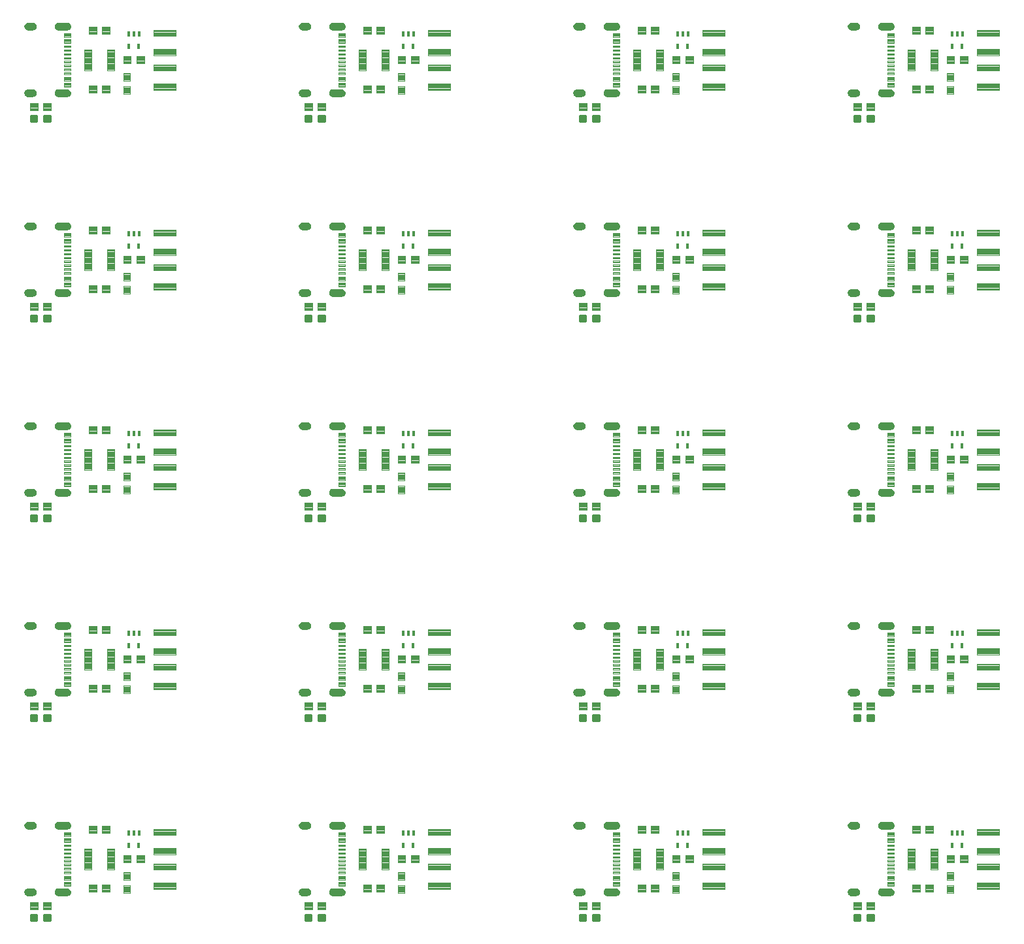
<source format=gtp>
G04 EAGLE Gerber RS-274X export*
G75*
%MOMM*%
%FSLAX34Y34*%
%LPD*%
%INSolderpaste Top*%
%IPPOS*%
%AMOC8*
5,1,8,0,0,1.08239X$1,22.5*%
G01*
%ADD10C,0.100000*%
%ADD11C,0.300000*%
%ADD12C,0.102000*%
%ADD13C,0.099000*%
%ADD14R,0.400000X0.750000*%
%ADD15R,0.330200X0.685800*%

G36*
X415905Y53354D02*
X415905Y53354D01*
X415908Y53351D01*
X417003Y53531D01*
X417009Y53537D01*
X417014Y53534D01*
X418042Y53953D01*
X418046Y53960D01*
X418051Y53958D01*
X418960Y54596D01*
X418963Y54603D01*
X418968Y54603D01*
X419712Y55426D01*
X419713Y55434D01*
X419719Y55435D01*
X420261Y56403D01*
X420260Y56412D01*
X420266Y56414D01*
X420579Y57478D01*
X420576Y57486D01*
X420581Y57489D01*
X420649Y58597D01*
X420645Y58604D01*
X420649Y58607D01*
X420479Y59715D01*
X420473Y59721D01*
X420476Y59726D01*
X420064Y60768D01*
X420057Y60772D01*
X420059Y60777D01*
X419425Y61702D01*
X419417Y61704D01*
X419418Y61710D01*
X418595Y62470D01*
X418586Y62471D01*
X418586Y62477D01*
X417614Y63034D01*
X417606Y63033D01*
X417604Y63039D01*
X416532Y63366D01*
X416524Y63363D01*
X416521Y63368D01*
X415404Y63449D01*
X415401Y63448D01*
X415400Y63449D01*
X403400Y63449D01*
X403397Y63447D01*
X403390Y63447D01*
X403389Y63448D01*
X402445Y63229D01*
X402439Y63223D01*
X402434Y63225D01*
X401562Y62802D01*
X401559Y62794D01*
X401553Y62796D01*
X400797Y62189D01*
X400795Y62181D01*
X400789Y62181D01*
X400188Y61421D01*
X400188Y61412D01*
X400182Y61411D01*
X399764Y60536D01*
X399766Y60528D01*
X399761Y60526D01*
X399549Y59580D01*
X399552Y59573D01*
X399547Y59569D01*
X399551Y58600D01*
X399551Y58599D01*
X399570Y57531D01*
X399575Y57524D01*
X399571Y57520D01*
X399827Y56483D01*
X399834Y56478D01*
X399831Y56472D01*
X400312Y55518D01*
X400319Y55515D01*
X400318Y55509D01*
X400999Y54686D01*
X401007Y54684D01*
X401007Y54678D01*
X401854Y54027D01*
X401862Y54027D01*
X401863Y54021D01*
X402834Y53574D01*
X402842Y53576D01*
X402844Y53571D01*
X403890Y53352D01*
X403897Y53355D01*
X403900Y53351D01*
X415900Y53351D01*
X415905Y53354D01*
G37*
G36*
X415905Y1089674D02*
X415905Y1089674D01*
X415908Y1089671D01*
X417003Y1089851D01*
X417009Y1089857D01*
X417014Y1089854D01*
X418042Y1090273D01*
X418046Y1090280D01*
X418051Y1090278D01*
X418960Y1090916D01*
X418963Y1090923D01*
X418968Y1090923D01*
X419712Y1091746D01*
X419713Y1091754D01*
X419719Y1091755D01*
X420261Y1092723D01*
X420260Y1092732D01*
X420266Y1092734D01*
X420579Y1093798D01*
X420576Y1093806D01*
X420581Y1093809D01*
X420649Y1094917D01*
X420645Y1094924D01*
X420649Y1094927D01*
X420479Y1096035D01*
X420473Y1096041D01*
X420476Y1096046D01*
X420064Y1097088D01*
X420057Y1097092D01*
X420059Y1097097D01*
X419425Y1098022D01*
X419417Y1098024D01*
X419418Y1098030D01*
X418595Y1098790D01*
X418586Y1098791D01*
X418586Y1098797D01*
X417614Y1099354D01*
X417606Y1099353D01*
X417604Y1099359D01*
X416532Y1099686D01*
X416524Y1099683D01*
X416521Y1099688D01*
X415404Y1099769D01*
X415401Y1099768D01*
X415400Y1099769D01*
X403400Y1099769D01*
X403397Y1099767D01*
X403390Y1099767D01*
X403389Y1099768D01*
X402445Y1099549D01*
X402439Y1099543D01*
X402434Y1099545D01*
X401562Y1099122D01*
X401559Y1099114D01*
X401553Y1099116D01*
X400797Y1098509D01*
X400795Y1098501D01*
X400789Y1098501D01*
X400188Y1097741D01*
X400188Y1097732D01*
X400182Y1097731D01*
X399764Y1096856D01*
X399766Y1096848D01*
X399761Y1096846D01*
X399549Y1095900D01*
X399552Y1095893D01*
X399547Y1095889D01*
X399551Y1094920D01*
X399551Y1094919D01*
X399570Y1093851D01*
X399575Y1093844D01*
X399571Y1093840D01*
X399827Y1092803D01*
X399834Y1092798D01*
X399831Y1092792D01*
X400312Y1091838D01*
X400319Y1091835D01*
X400318Y1091829D01*
X400999Y1091006D01*
X401007Y1091004D01*
X401007Y1090998D01*
X401854Y1090347D01*
X401862Y1090347D01*
X401863Y1090341D01*
X402834Y1089894D01*
X402842Y1089896D01*
X402844Y1089891D01*
X403890Y1089672D01*
X403897Y1089675D01*
X403900Y1089671D01*
X415900Y1089671D01*
X415905Y1089674D01*
G37*
G36*
X771505Y1089674D02*
X771505Y1089674D01*
X771508Y1089671D01*
X772603Y1089851D01*
X772609Y1089857D01*
X772614Y1089854D01*
X773642Y1090273D01*
X773646Y1090280D01*
X773651Y1090278D01*
X774560Y1090916D01*
X774563Y1090923D01*
X774568Y1090923D01*
X775312Y1091746D01*
X775313Y1091754D01*
X775319Y1091755D01*
X775861Y1092723D01*
X775860Y1092732D01*
X775866Y1092734D01*
X776179Y1093798D01*
X776176Y1093806D01*
X776181Y1093809D01*
X776249Y1094917D01*
X776245Y1094924D01*
X776249Y1094927D01*
X776079Y1096035D01*
X776073Y1096041D01*
X776076Y1096046D01*
X775664Y1097088D01*
X775657Y1097092D01*
X775659Y1097097D01*
X775025Y1098022D01*
X775017Y1098024D01*
X775018Y1098030D01*
X774195Y1098790D01*
X774186Y1098791D01*
X774186Y1098797D01*
X773214Y1099354D01*
X773206Y1099353D01*
X773204Y1099359D01*
X772132Y1099686D01*
X772124Y1099683D01*
X772121Y1099688D01*
X771004Y1099769D01*
X771001Y1099768D01*
X771000Y1099769D01*
X759000Y1099769D01*
X758997Y1099767D01*
X758990Y1099767D01*
X758989Y1099768D01*
X758045Y1099549D01*
X758039Y1099543D01*
X758034Y1099545D01*
X757162Y1099122D01*
X757159Y1099114D01*
X757153Y1099116D01*
X756397Y1098509D01*
X756395Y1098501D01*
X756389Y1098501D01*
X755788Y1097741D01*
X755788Y1097732D01*
X755782Y1097731D01*
X755364Y1096856D01*
X755366Y1096848D01*
X755361Y1096846D01*
X755149Y1095900D01*
X755152Y1095893D01*
X755147Y1095889D01*
X755151Y1094920D01*
X755151Y1094919D01*
X755170Y1093851D01*
X755175Y1093844D01*
X755171Y1093840D01*
X755427Y1092803D01*
X755434Y1092798D01*
X755431Y1092792D01*
X755912Y1091838D01*
X755919Y1091835D01*
X755918Y1091829D01*
X756599Y1091006D01*
X756607Y1091004D01*
X756607Y1090998D01*
X757454Y1090347D01*
X757462Y1090347D01*
X757463Y1090341D01*
X758434Y1089894D01*
X758442Y1089896D01*
X758444Y1089891D01*
X759490Y1089672D01*
X759497Y1089675D01*
X759500Y1089671D01*
X771500Y1089671D01*
X771505Y1089674D01*
G37*
G36*
X1127105Y571514D02*
X1127105Y571514D01*
X1127108Y571511D01*
X1128203Y571691D01*
X1128209Y571697D01*
X1128214Y571694D01*
X1129242Y572113D01*
X1129246Y572120D01*
X1129251Y572118D01*
X1130160Y572756D01*
X1130163Y572763D01*
X1130168Y572763D01*
X1130912Y573586D01*
X1130913Y573594D01*
X1130919Y573595D01*
X1131461Y574563D01*
X1131460Y574572D01*
X1131466Y574574D01*
X1131779Y575638D01*
X1131776Y575646D01*
X1131781Y575649D01*
X1131849Y576757D01*
X1131845Y576764D01*
X1131849Y576767D01*
X1131679Y577875D01*
X1131673Y577881D01*
X1131676Y577886D01*
X1131264Y578928D01*
X1131257Y578932D01*
X1131259Y578937D01*
X1130625Y579862D01*
X1130617Y579864D01*
X1130618Y579870D01*
X1129795Y580630D01*
X1129786Y580631D01*
X1129786Y580637D01*
X1128814Y581194D01*
X1128806Y581193D01*
X1128804Y581199D01*
X1127732Y581526D01*
X1127724Y581523D01*
X1127721Y581528D01*
X1126604Y581609D01*
X1126601Y581608D01*
X1126600Y581609D01*
X1114600Y581609D01*
X1114597Y581607D01*
X1114590Y581607D01*
X1114589Y581608D01*
X1113645Y581389D01*
X1113639Y581383D01*
X1113634Y581385D01*
X1112762Y580962D01*
X1112759Y580954D01*
X1112753Y580956D01*
X1111997Y580349D01*
X1111995Y580341D01*
X1111989Y580341D01*
X1111388Y579581D01*
X1111388Y579572D01*
X1111382Y579571D01*
X1110964Y578696D01*
X1110966Y578688D01*
X1110961Y578686D01*
X1110749Y577740D01*
X1110752Y577733D01*
X1110747Y577729D01*
X1110751Y576760D01*
X1110751Y576759D01*
X1110770Y575691D01*
X1110775Y575684D01*
X1110771Y575680D01*
X1111027Y574643D01*
X1111034Y574638D01*
X1111031Y574632D01*
X1111512Y573678D01*
X1111519Y573675D01*
X1111518Y573669D01*
X1112199Y572846D01*
X1112207Y572844D01*
X1112207Y572838D01*
X1113054Y572187D01*
X1113062Y572187D01*
X1113063Y572181D01*
X1114034Y571734D01*
X1114042Y571736D01*
X1114044Y571731D01*
X1115090Y571512D01*
X1115097Y571515D01*
X1115100Y571511D01*
X1127100Y571511D01*
X1127105Y571514D01*
G37*
G36*
X771505Y312434D02*
X771505Y312434D01*
X771508Y312431D01*
X772603Y312611D01*
X772609Y312617D01*
X772614Y312614D01*
X773642Y313033D01*
X773646Y313040D01*
X773651Y313038D01*
X774560Y313676D01*
X774563Y313683D01*
X774568Y313683D01*
X775312Y314506D01*
X775313Y314514D01*
X775319Y314515D01*
X775861Y315483D01*
X775860Y315492D01*
X775866Y315494D01*
X776179Y316558D01*
X776176Y316566D01*
X776181Y316569D01*
X776249Y317677D01*
X776245Y317684D01*
X776249Y317687D01*
X776079Y318795D01*
X776073Y318801D01*
X776076Y318806D01*
X775664Y319848D01*
X775657Y319852D01*
X775659Y319857D01*
X775025Y320782D01*
X775017Y320784D01*
X775018Y320790D01*
X774195Y321550D01*
X774186Y321551D01*
X774186Y321557D01*
X773214Y322114D01*
X773206Y322113D01*
X773204Y322119D01*
X772132Y322446D01*
X772124Y322443D01*
X772121Y322448D01*
X771004Y322529D01*
X771001Y322528D01*
X771000Y322529D01*
X759000Y322529D01*
X758997Y322527D01*
X758990Y322527D01*
X758989Y322528D01*
X758045Y322309D01*
X758039Y322303D01*
X758034Y322305D01*
X757162Y321882D01*
X757159Y321874D01*
X757153Y321876D01*
X756397Y321269D01*
X756395Y321261D01*
X756389Y321261D01*
X755788Y320501D01*
X755788Y320492D01*
X755782Y320491D01*
X755364Y319616D01*
X755366Y319608D01*
X755361Y319606D01*
X755149Y318660D01*
X755152Y318653D01*
X755147Y318649D01*
X755151Y317680D01*
X755151Y317679D01*
X755170Y316611D01*
X755175Y316604D01*
X755171Y316600D01*
X755427Y315563D01*
X755434Y315558D01*
X755431Y315552D01*
X755912Y314598D01*
X755919Y314595D01*
X755918Y314589D01*
X756599Y313766D01*
X756607Y313764D01*
X756607Y313758D01*
X757454Y313107D01*
X757462Y313107D01*
X757463Y313101D01*
X758434Y312654D01*
X758442Y312656D01*
X758444Y312651D01*
X759490Y312432D01*
X759497Y312435D01*
X759500Y312431D01*
X771500Y312431D01*
X771505Y312434D01*
G37*
G36*
X415905Y571514D02*
X415905Y571514D01*
X415908Y571511D01*
X417003Y571691D01*
X417009Y571697D01*
X417014Y571694D01*
X418042Y572113D01*
X418046Y572120D01*
X418051Y572118D01*
X418960Y572756D01*
X418963Y572763D01*
X418968Y572763D01*
X419712Y573586D01*
X419713Y573594D01*
X419719Y573595D01*
X420261Y574563D01*
X420260Y574572D01*
X420266Y574574D01*
X420579Y575638D01*
X420576Y575646D01*
X420581Y575649D01*
X420649Y576757D01*
X420645Y576764D01*
X420649Y576767D01*
X420479Y577875D01*
X420473Y577881D01*
X420476Y577886D01*
X420064Y578928D01*
X420057Y578932D01*
X420059Y578937D01*
X419425Y579862D01*
X419417Y579864D01*
X419418Y579870D01*
X418595Y580630D01*
X418586Y580631D01*
X418586Y580637D01*
X417614Y581194D01*
X417606Y581193D01*
X417604Y581199D01*
X416532Y581526D01*
X416524Y581523D01*
X416521Y581528D01*
X415404Y581609D01*
X415401Y581608D01*
X415400Y581609D01*
X403400Y581609D01*
X403397Y581607D01*
X403390Y581607D01*
X403389Y581608D01*
X402445Y581389D01*
X402439Y581383D01*
X402434Y581385D01*
X401562Y580962D01*
X401559Y580954D01*
X401553Y580956D01*
X400797Y580349D01*
X400795Y580341D01*
X400789Y580341D01*
X400188Y579581D01*
X400188Y579572D01*
X400182Y579571D01*
X399764Y578696D01*
X399766Y578688D01*
X399761Y578686D01*
X399549Y577740D01*
X399552Y577733D01*
X399547Y577729D01*
X399551Y576760D01*
X399551Y576759D01*
X399570Y575691D01*
X399575Y575684D01*
X399571Y575680D01*
X399827Y574643D01*
X399834Y574638D01*
X399831Y574632D01*
X400312Y573678D01*
X400319Y573675D01*
X400318Y573669D01*
X400999Y572846D01*
X401007Y572844D01*
X401007Y572838D01*
X401854Y572187D01*
X401862Y572187D01*
X401863Y572181D01*
X402834Y571734D01*
X402842Y571736D01*
X402844Y571731D01*
X403890Y571512D01*
X403897Y571515D01*
X403900Y571511D01*
X415900Y571511D01*
X415905Y571514D01*
G37*
G36*
X415905Y312434D02*
X415905Y312434D01*
X415908Y312431D01*
X417003Y312611D01*
X417009Y312617D01*
X417014Y312614D01*
X418042Y313033D01*
X418046Y313040D01*
X418051Y313038D01*
X418960Y313676D01*
X418963Y313683D01*
X418968Y313683D01*
X419712Y314506D01*
X419713Y314514D01*
X419719Y314515D01*
X420261Y315483D01*
X420260Y315492D01*
X420266Y315494D01*
X420579Y316558D01*
X420576Y316566D01*
X420581Y316569D01*
X420649Y317677D01*
X420645Y317684D01*
X420649Y317687D01*
X420479Y318795D01*
X420473Y318801D01*
X420476Y318806D01*
X420064Y319848D01*
X420057Y319852D01*
X420059Y319857D01*
X419425Y320782D01*
X419417Y320784D01*
X419418Y320790D01*
X418595Y321550D01*
X418586Y321551D01*
X418586Y321557D01*
X417614Y322114D01*
X417606Y322113D01*
X417604Y322119D01*
X416532Y322446D01*
X416524Y322443D01*
X416521Y322448D01*
X415404Y322529D01*
X415401Y322528D01*
X415400Y322529D01*
X403400Y322529D01*
X403397Y322527D01*
X403390Y322527D01*
X403389Y322528D01*
X402445Y322309D01*
X402439Y322303D01*
X402434Y322305D01*
X401562Y321882D01*
X401559Y321874D01*
X401553Y321876D01*
X400797Y321269D01*
X400795Y321261D01*
X400789Y321261D01*
X400188Y320501D01*
X400188Y320492D01*
X400182Y320491D01*
X399764Y319616D01*
X399766Y319608D01*
X399761Y319606D01*
X399549Y318660D01*
X399552Y318653D01*
X399547Y318649D01*
X399551Y317680D01*
X399551Y317679D01*
X399570Y316611D01*
X399575Y316604D01*
X399571Y316600D01*
X399827Y315563D01*
X399834Y315558D01*
X399831Y315552D01*
X400312Y314598D01*
X400319Y314595D01*
X400318Y314589D01*
X400999Y313766D01*
X401007Y313764D01*
X401007Y313758D01*
X401854Y313107D01*
X401862Y313107D01*
X401863Y313101D01*
X402834Y312654D01*
X402842Y312656D01*
X402844Y312651D01*
X403890Y312432D01*
X403897Y312435D01*
X403900Y312431D01*
X415900Y312431D01*
X415905Y312434D01*
G37*
G36*
X1127105Y312434D02*
X1127105Y312434D01*
X1127108Y312431D01*
X1128203Y312611D01*
X1128209Y312617D01*
X1128214Y312614D01*
X1129242Y313033D01*
X1129246Y313040D01*
X1129251Y313038D01*
X1130160Y313676D01*
X1130163Y313683D01*
X1130168Y313683D01*
X1130912Y314506D01*
X1130913Y314514D01*
X1130919Y314515D01*
X1131461Y315483D01*
X1131460Y315492D01*
X1131466Y315494D01*
X1131779Y316558D01*
X1131776Y316566D01*
X1131781Y316569D01*
X1131849Y317677D01*
X1131845Y317684D01*
X1131849Y317687D01*
X1131679Y318795D01*
X1131673Y318801D01*
X1131676Y318806D01*
X1131264Y319848D01*
X1131257Y319852D01*
X1131259Y319857D01*
X1130625Y320782D01*
X1130617Y320784D01*
X1130618Y320790D01*
X1129795Y321550D01*
X1129786Y321551D01*
X1129786Y321557D01*
X1128814Y322114D01*
X1128806Y322113D01*
X1128804Y322119D01*
X1127732Y322446D01*
X1127724Y322443D01*
X1127721Y322448D01*
X1126604Y322529D01*
X1126601Y322528D01*
X1126600Y322529D01*
X1114600Y322529D01*
X1114597Y322527D01*
X1114590Y322527D01*
X1114589Y322528D01*
X1113645Y322309D01*
X1113639Y322303D01*
X1113634Y322305D01*
X1112762Y321882D01*
X1112759Y321874D01*
X1112753Y321876D01*
X1111997Y321269D01*
X1111995Y321261D01*
X1111989Y321261D01*
X1111388Y320501D01*
X1111388Y320492D01*
X1111382Y320491D01*
X1110964Y319616D01*
X1110966Y319608D01*
X1110961Y319606D01*
X1110749Y318660D01*
X1110752Y318653D01*
X1110747Y318649D01*
X1110751Y317680D01*
X1110751Y317679D01*
X1110770Y316611D01*
X1110775Y316604D01*
X1110771Y316600D01*
X1111027Y315563D01*
X1111034Y315558D01*
X1111031Y315552D01*
X1111512Y314598D01*
X1111519Y314595D01*
X1111518Y314589D01*
X1112199Y313766D01*
X1112207Y313764D01*
X1112207Y313758D01*
X1113054Y313107D01*
X1113062Y313107D01*
X1113063Y313101D01*
X1114034Y312654D01*
X1114042Y312656D01*
X1114044Y312651D01*
X1115090Y312432D01*
X1115097Y312435D01*
X1115100Y312431D01*
X1127100Y312431D01*
X1127105Y312434D01*
G37*
G36*
X60305Y1089674D02*
X60305Y1089674D01*
X60308Y1089671D01*
X61403Y1089851D01*
X61409Y1089857D01*
X61414Y1089854D01*
X62442Y1090273D01*
X62446Y1090280D01*
X62451Y1090278D01*
X63360Y1090916D01*
X63363Y1090923D01*
X63368Y1090923D01*
X64112Y1091746D01*
X64113Y1091754D01*
X64119Y1091755D01*
X64661Y1092723D01*
X64660Y1092732D01*
X64666Y1092734D01*
X64979Y1093798D01*
X64976Y1093806D01*
X64981Y1093809D01*
X65049Y1094917D01*
X65045Y1094924D01*
X65049Y1094927D01*
X64879Y1096035D01*
X64873Y1096041D01*
X64876Y1096046D01*
X64464Y1097088D01*
X64457Y1097092D01*
X64459Y1097097D01*
X63825Y1098022D01*
X63817Y1098024D01*
X63818Y1098030D01*
X62995Y1098790D01*
X62986Y1098791D01*
X62986Y1098797D01*
X62014Y1099354D01*
X62006Y1099353D01*
X62004Y1099359D01*
X60932Y1099686D01*
X60924Y1099683D01*
X60921Y1099688D01*
X59804Y1099769D01*
X59801Y1099768D01*
X59800Y1099769D01*
X47800Y1099769D01*
X47797Y1099767D01*
X47790Y1099767D01*
X47789Y1099768D01*
X46845Y1099549D01*
X46839Y1099543D01*
X46834Y1099545D01*
X45962Y1099122D01*
X45959Y1099114D01*
X45953Y1099116D01*
X45197Y1098509D01*
X45195Y1098501D01*
X45189Y1098501D01*
X44588Y1097741D01*
X44588Y1097732D01*
X44582Y1097731D01*
X44164Y1096856D01*
X44166Y1096848D01*
X44161Y1096846D01*
X43949Y1095900D01*
X43952Y1095893D01*
X43947Y1095889D01*
X43951Y1094920D01*
X43951Y1094919D01*
X43970Y1093851D01*
X43975Y1093844D01*
X43971Y1093840D01*
X44227Y1092803D01*
X44234Y1092798D01*
X44231Y1092792D01*
X44712Y1091838D01*
X44719Y1091835D01*
X44718Y1091829D01*
X45399Y1091006D01*
X45407Y1091004D01*
X45407Y1090998D01*
X46254Y1090347D01*
X46262Y1090347D01*
X46263Y1090341D01*
X47234Y1089894D01*
X47242Y1089896D01*
X47244Y1089891D01*
X48290Y1089672D01*
X48297Y1089675D01*
X48300Y1089671D01*
X60300Y1089671D01*
X60305Y1089674D01*
G37*
G36*
X1127105Y1089674D02*
X1127105Y1089674D01*
X1127108Y1089671D01*
X1128203Y1089851D01*
X1128209Y1089857D01*
X1128214Y1089854D01*
X1129242Y1090273D01*
X1129246Y1090280D01*
X1129251Y1090278D01*
X1130160Y1090916D01*
X1130163Y1090923D01*
X1130168Y1090923D01*
X1130912Y1091746D01*
X1130913Y1091754D01*
X1130919Y1091755D01*
X1131461Y1092723D01*
X1131460Y1092732D01*
X1131466Y1092734D01*
X1131779Y1093798D01*
X1131776Y1093806D01*
X1131781Y1093809D01*
X1131849Y1094917D01*
X1131845Y1094924D01*
X1131849Y1094927D01*
X1131679Y1096035D01*
X1131673Y1096041D01*
X1131676Y1096046D01*
X1131264Y1097088D01*
X1131257Y1097092D01*
X1131259Y1097097D01*
X1130625Y1098022D01*
X1130617Y1098024D01*
X1130618Y1098030D01*
X1129795Y1098790D01*
X1129786Y1098791D01*
X1129786Y1098797D01*
X1128814Y1099354D01*
X1128806Y1099353D01*
X1128804Y1099359D01*
X1127732Y1099686D01*
X1127724Y1099683D01*
X1127721Y1099688D01*
X1126604Y1099769D01*
X1126601Y1099768D01*
X1126600Y1099769D01*
X1114600Y1099769D01*
X1114597Y1099767D01*
X1114590Y1099767D01*
X1114589Y1099768D01*
X1113645Y1099549D01*
X1113639Y1099543D01*
X1113634Y1099545D01*
X1112762Y1099122D01*
X1112759Y1099114D01*
X1112753Y1099116D01*
X1111997Y1098509D01*
X1111995Y1098501D01*
X1111989Y1098501D01*
X1111388Y1097741D01*
X1111388Y1097732D01*
X1111382Y1097731D01*
X1110964Y1096856D01*
X1110966Y1096848D01*
X1110961Y1096846D01*
X1110749Y1095900D01*
X1110752Y1095893D01*
X1110747Y1095889D01*
X1110751Y1094920D01*
X1110751Y1094919D01*
X1110770Y1093851D01*
X1110775Y1093844D01*
X1110771Y1093840D01*
X1111027Y1092803D01*
X1111034Y1092798D01*
X1111031Y1092792D01*
X1111512Y1091838D01*
X1111519Y1091835D01*
X1111518Y1091829D01*
X1112199Y1091006D01*
X1112207Y1091004D01*
X1112207Y1090998D01*
X1113054Y1090347D01*
X1113062Y1090347D01*
X1113063Y1090341D01*
X1114034Y1089894D01*
X1114042Y1089896D01*
X1114044Y1089891D01*
X1115090Y1089672D01*
X1115097Y1089675D01*
X1115100Y1089671D01*
X1127100Y1089671D01*
X1127105Y1089674D01*
G37*
G36*
X60305Y312434D02*
X60305Y312434D01*
X60308Y312431D01*
X61403Y312611D01*
X61409Y312617D01*
X61414Y312614D01*
X62442Y313033D01*
X62446Y313040D01*
X62451Y313038D01*
X63360Y313676D01*
X63363Y313683D01*
X63368Y313683D01*
X64112Y314506D01*
X64113Y314514D01*
X64119Y314515D01*
X64661Y315483D01*
X64660Y315492D01*
X64666Y315494D01*
X64979Y316558D01*
X64976Y316566D01*
X64981Y316569D01*
X65049Y317677D01*
X65045Y317684D01*
X65049Y317687D01*
X64879Y318795D01*
X64873Y318801D01*
X64876Y318806D01*
X64464Y319848D01*
X64457Y319852D01*
X64459Y319857D01*
X63825Y320782D01*
X63817Y320784D01*
X63818Y320790D01*
X62995Y321550D01*
X62986Y321551D01*
X62986Y321557D01*
X62014Y322114D01*
X62006Y322113D01*
X62004Y322119D01*
X60932Y322446D01*
X60924Y322443D01*
X60921Y322448D01*
X59804Y322529D01*
X59801Y322528D01*
X59800Y322529D01*
X47800Y322529D01*
X47797Y322527D01*
X47790Y322527D01*
X47789Y322528D01*
X46845Y322309D01*
X46839Y322303D01*
X46834Y322305D01*
X45962Y321882D01*
X45959Y321874D01*
X45953Y321876D01*
X45197Y321269D01*
X45195Y321261D01*
X45189Y321261D01*
X44588Y320501D01*
X44588Y320492D01*
X44582Y320491D01*
X44164Y319616D01*
X44166Y319608D01*
X44161Y319606D01*
X43949Y318660D01*
X43952Y318653D01*
X43947Y318649D01*
X43951Y317680D01*
X43951Y317679D01*
X43970Y316611D01*
X43975Y316604D01*
X43971Y316600D01*
X44227Y315563D01*
X44234Y315558D01*
X44231Y315552D01*
X44712Y314598D01*
X44719Y314595D01*
X44718Y314589D01*
X45399Y313766D01*
X45407Y313764D01*
X45407Y313758D01*
X46254Y313107D01*
X46262Y313107D01*
X46263Y313101D01*
X47234Y312654D01*
X47242Y312656D01*
X47244Y312651D01*
X48290Y312432D01*
X48297Y312435D01*
X48300Y312431D01*
X60300Y312431D01*
X60305Y312434D01*
G37*
G36*
X60305Y571514D02*
X60305Y571514D01*
X60308Y571511D01*
X61403Y571691D01*
X61409Y571697D01*
X61414Y571694D01*
X62442Y572113D01*
X62446Y572120D01*
X62451Y572118D01*
X63360Y572756D01*
X63363Y572763D01*
X63368Y572763D01*
X64112Y573586D01*
X64113Y573594D01*
X64119Y573595D01*
X64661Y574563D01*
X64660Y574572D01*
X64666Y574574D01*
X64979Y575638D01*
X64976Y575646D01*
X64981Y575649D01*
X65049Y576757D01*
X65045Y576764D01*
X65049Y576767D01*
X64879Y577875D01*
X64873Y577881D01*
X64876Y577886D01*
X64464Y578928D01*
X64457Y578932D01*
X64459Y578937D01*
X63825Y579862D01*
X63817Y579864D01*
X63818Y579870D01*
X62995Y580630D01*
X62986Y580631D01*
X62986Y580637D01*
X62014Y581194D01*
X62006Y581193D01*
X62004Y581199D01*
X60932Y581526D01*
X60924Y581523D01*
X60921Y581528D01*
X59804Y581609D01*
X59801Y581608D01*
X59800Y581609D01*
X47800Y581609D01*
X47797Y581607D01*
X47790Y581607D01*
X47789Y581608D01*
X46845Y581389D01*
X46839Y581383D01*
X46834Y581385D01*
X45962Y580962D01*
X45959Y580954D01*
X45953Y580956D01*
X45197Y580349D01*
X45195Y580341D01*
X45189Y580341D01*
X44588Y579581D01*
X44588Y579572D01*
X44582Y579571D01*
X44164Y578696D01*
X44166Y578688D01*
X44161Y578686D01*
X43949Y577740D01*
X43952Y577733D01*
X43947Y577729D01*
X43951Y576760D01*
X43951Y576759D01*
X43970Y575691D01*
X43975Y575684D01*
X43971Y575680D01*
X44227Y574643D01*
X44234Y574638D01*
X44231Y574632D01*
X44712Y573678D01*
X44719Y573675D01*
X44718Y573669D01*
X45399Y572846D01*
X45407Y572844D01*
X45407Y572838D01*
X46254Y572187D01*
X46262Y572187D01*
X46263Y572181D01*
X47234Y571734D01*
X47242Y571736D01*
X47244Y571731D01*
X48290Y571512D01*
X48297Y571515D01*
X48300Y571511D01*
X60300Y571511D01*
X60305Y571514D01*
G37*
G36*
X1127105Y830594D02*
X1127105Y830594D01*
X1127108Y830591D01*
X1128203Y830771D01*
X1128209Y830777D01*
X1128214Y830774D01*
X1129242Y831193D01*
X1129246Y831200D01*
X1129251Y831198D01*
X1130160Y831836D01*
X1130163Y831843D01*
X1130168Y831843D01*
X1130912Y832666D01*
X1130913Y832674D01*
X1130919Y832675D01*
X1131461Y833643D01*
X1131460Y833652D01*
X1131466Y833654D01*
X1131779Y834718D01*
X1131776Y834726D01*
X1131781Y834729D01*
X1131849Y835837D01*
X1131845Y835844D01*
X1131849Y835847D01*
X1131679Y836955D01*
X1131673Y836961D01*
X1131676Y836966D01*
X1131264Y838008D01*
X1131257Y838012D01*
X1131259Y838017D01*
X1130625Y838942D01*
X1130617Y838944D01*
X1130618Y838950D01*
X1129795Y839710D01*
X1129786Y839711D01*
X1129786Y839717D01*
X1128814Y840274D01*
X1128806Y840273D01*
X1128804Y840279D01*
X1127732Y840606D01*
X1127724Y840603D01*
X1127721Y840608D01*
X1126604Y840689D01*
X1126601Y840688D01*
X1126600Y840689D01*
X1114600Y840689D01*
X1114597Y840687D01*
X1114590Y840687D01*
X1114589Y840688D01*
X1113645Y840469D01*
X1113639Y840463D01*
X1113634Y840465D01*
X1112762Y840042D01*
X1112759Y840034D01*
X1112753Y840036D01*
X1111997Y839429D01*
X1111995Y839421D01*
X1111989Y839421D01*
X1111388Y838661D01*
X1111388Y838652D01*
X1111382Y838651D01*
X1110964Y837776D01*
X1110966Y837768D01*
X1110961Y837766D01*
X1110749Y836820D01*
X1110752Y836813D01*
X1110747Y836809D01*
X1110751Y835840D01*
X1110751Y835839D01*
X1110770Y834771D01*
X1110775Y834764D01*
X1110771Y834760D01*
X1111027Y833723D01*
X1111034Y833718D01*
X1111031Y833712D01*
X1111512Y832758D01*
X1111519Y832755D01*
X1111518Y832749D01*
X1112199Y831926D01*
X1112207Y831924D01*
X1112207Y831918D01*
X1113054Y831267D01*
X1113062Y831267D01*
X1113063Y831261D01*
X1114034Y830814D01*
X1114042Y830816D01*
X1114044Y830811D01*
X1115090Y830592D01*
X1115097Y830595D01*
X1115100Y830591D01*
X1127100Y830591D01*
X1127105Y830594D01*
G37*
G36*
X771505Y830594D02*
X771505Y830594D01*
X771508Y830591D01*
X772603Y830771D01*
X772609Y830777D01*
X772614Y830774D01*
X773642Y831193D01*
X773646Y831200D01*
X773651Y831198D01*
X774560Y831836D01*
X774563Y831843D01*
X774568Y831843D01*
X775312Y832666D01*
X775313Y832674D01*
X775319Y832675D01*
X775861Y833643D01*
X775860Y833652D01*
X775866Y833654D01*
X776179Y834718D01*
X776176Y834726D01*
X776181Y834729D01*
X776249Y835837D01*
X776245Y835844D01*
X776249Y835847D01*
X776079Y836955D01*
X776073Y836961D01*
X776076Y836966D01*
X775664Y838008D01*
X775657Y838012D01*
X775659Y838017D01*
X775025Y838942D01*
X775017Y838944D01*
X775018Y838950D01*
X774195Y839710D01*
X774186Y839711D01*
X774186Y839717D01*
X773214Y840274D01*
X773206Y840273D01*
X773204Y840279D01*
X772132Y840606D01*
X772124Y840603D01*
X772121Y840608D01*
X771004Y840689D01*
X771001Y840688D01*
X771000Y840689D01*
X759000Y840689D01*
X758997Y840687D01*
X758990Y840687D01*
X758989Y840688D01*
X758045Y840469D01*
X758039Y840463D01*
X758034Y840465D01*
X757162Y840042D01*
X757159Y840034D01*
X757153Y840036D01*
X756397Y839429D01*
X756395Y839421D01*
X756389Y839421D01*
X755788Y838661D01*
X755788Y838652D01*
X755782Y838651D01*
X755364Y837776D01*
X755366Y837768D01*
X755361Y837766D01*
X755149Y836820D01*
X755152Y836813D01*
X755147Y836809D01*
X755151Y835840D01*
X755151Y835839D01*
X755170Y834771D01*
X755175Y834764D01*
X755171Y834760D01*
X755427Y833723D01*
X755434Y833718D01*
X755431Y833712D01*
X755912Y832758D01*
X755919Y832755D01*
X755918Y832749D01*
X756599Y831926D01*
X756607Y831924D01*
X756607Y831918D01*
X757454Y831267D01*
X757462Y831267D01*
X757463Y831261D01*
X758434Y830814D01*
X758442Y830816D01*
X758444Y830811D01*
X759490Y830592D01*
X759497Y830595D01*
X759500Y830591D01*
X771500Y830591D01*
X771505Y830594D01*
G37*
G36*
X415905Y830594D02*
X415905Y830594D01*
X415908Y830591D01*
X417003Y830771D01*
X417009Y830777D01*
X417014Y830774D01*
X418042Y831193D01*
X418046Y831200D01*
X418051Y831198D01*
X418960Y831836D01*
X418963Y831843D01*
X418968Y831843D01*
X419712Y832666D01*
X419713Y832674D01*
X419719Y832675D01*
X420261Y833643D01*
X420260Y833652D01*
X420266Y833654D01*
X420579Y834718D01*
X420576Y834726D01*
X420581Y834729D01*
X420649Y835837D01*
X420645Y835844D01*
X420649Y835847D01*
X420479Y836955D01*
X420473Y836961D01*
X420476Y836966D01*
X420064Y838008D01*
X420057Y838012D01*
X420059Y838017D01*
X419425Y838942D01*
X419417Y838944D01*
X419418Y838950D01*
X418595Y839710D01*
X418586Y839711D01*
X418586Y839717D01*
X417614Y840274D01*
X417606Y840273D01*
X417604Y840279D01*
X416532Y840606D01*
X416524Y840603D01*
X416521Y840608D01*
X415404Y840689D01*
X415401Y840688D01*
X415400Y840689D01*
X403400Y840689D01*
X403397Y840687D01*
X403390Y840687D01*
X403389Y840688D01*
X402445Y840469D01*
X402439Y840463D01*
X402434Y840465D01*
X401562Y840042D01*
X401559Y840034D01*
X401553Y840036D01*
X400797Y839429D01*
X400795Y839421D01*
X400789Y839421D01*
X400188Y838661D01*
X400188Y838652D01*
X400182Y838651D01*
X399764Y837776D01*
X399766Y837768D01*
X399761Y837766D01*
X399549Y836820D01*
X399552Y836813D01*
X399547Y836809D01*
X399551Y835840D01*
X399551Y835839D01*
X399570Y834771D01*
X399575Y834764D01*
X399571Y834760D01*
X399827Y833723D01*
X399834Y833718D01*
X399831Y833712D01*
X400312Y832758D01*
X400319Y832755D01*
X400318Y832749D01*
X400999Y831926D01*
X401007Y831924D01*
X401007Y831918D01*
X401854Y831267D01*
X401862Y831267D01*
X401863Y831261D01*
X402834Y830814D01*
X402842Y830816D01*
X402844Y830811D01*
X403890Y830592D01*
X403897Y830595D01*
X403900Y830591D01*
X415900Y830591D01*
X415905Y830594D01*
G37*
G36*
X771505Y571514D02*
X771505Y571514D01*
X771508Y571511D01*
X772603Y571691D01*
X772609Y571697D01*
X772614Y571694D01*
X773642Y572113D01*
X773646Y572120D01*
X773651Y572118D01*
X774560Y572756D01*
X774563Y572763D01*
X774568Y572763D01*
X775312Y573586D01*
X775313Y573594D01*
X775319Y573595D01*
X775861Y574563D01*
X775860Y574572D01*
X775866Y574574D01*
X776179Y575638D01*
X776176Y575646D01*
X776181Y575649D01*
X776249Y576757D01*
X776245Y576764D01*
X776249Y576767D01*
X776079Y577875D01*
X776073Y577881D01*
X776076Y577886D01*
X775664Y578928D01*
X775657Y578932D01*
X775659Y578937D01*
X775025Y579862D01*
X775017Y579864D01*
X775018Y579870D01*
X774195Y580630D01*
X774186Y580631D01*
X774186Y580637D01*
X773214Y581194D01*
X773206Y581193D01*
X773204Y581199D01*
X772132Y581526D01*
X772124Y581523D01*
X772121Y581528D01*
X771004Y581609D01*
X771001Y581608D01*
X771000Y581609D01*
X759000Y581609D01*
X758997Y581607D01*
X758990Y581607D01*
X758989Y581608D01*
X758045Y581389D01*
X758039Y581383D01*
X758034Y581385D01*
X757162Y580962D01*
X757159Y580954D01*
X757153Y580956D01*
X756397Y580349D01*
X756395Y580341D01*
X756389Y580341D01*
X755788Y579581D01*
X755788Y579572D01*
X755782Y579571D01*
X755364Y578696D01*
X755366Y578688D01*
X755361Y578686D01*
X755149Y577740D01*
X755152Y577733D01*
X755147Y577729D01*
X755151Y576760D01*
X755151Y576759D01*
X755170Y575691D01*
X755175Y575684D01*
X755171Y575680D01*
X755427Y574643D01*
X755434Y574638D01*
X755431Y574632D01*
X755912Y573678D01*
X755919Y573675D01*
X755918Y573669D01*
X756599Y572846D01*
X756607Y572844D01*
X756607Y572838D01*
X757454Y572187D01*
X757462Y572187D01*
X757463Y572181D01*
X758434Y571734D01*
X758442Y571736D01*
X758444Y571731D01*
X759490Y571512D01*
X759497Y571515D01*
X759500Y571511D01*
X771500Y571511D01*
X771505Y571514D01*
G37*
G36*
X60305Y830594D02*
X60305Y830594D01*
X60308Y830591D01*
X61403Y830771D01*
X61409Y830777D01*
X61414Y830774D01*
X62442Y831193D01*
X62446Y831200D01*
X62451Y831198D01*
X63360Y831836D01*
X63363Y831843D01*
X63368Y831843D01*
X64112Y832666D01*
X64113Y832674D01*
X64119Y832675D01*
X64661Y833643D01*
X64660Y833652D01*
X64666Y833654D01*
X64979Y834718D01*
X64976Y834726D01*
X64981Y834729D01*
X65049Y835837D01*
X65045Y835844D01*
X65049Y835847D01*
X64879Y836955D01*
X64873Y836961D01*
X64876Y836966D01*
X64464Y838008D01*
X64457Y838012D01*
X64459Y838017D01*
X63825Y838942D01*
X63817Y838944D01*
X63818Y838950D01*
X62995Y839710D01*
X62986Y839711D01*
X62986Y839717D01*
X62014Y840274D01*
X62006Y840273D01*
X62004Y840279D01*
X60932Y840606D01*
X60924Y840603D01*
X60921Y840608D01*
X59804Y840689D01*
X59801Y840688D01*
X59800Y840689D01*
X47800Y840689D01*
X47797Y840687D01*
X47790Y840687D01*
X47789Y840688D01*
X46845Y840469D01*
X46839Y840463D01*
X46834Y840465D01*
X45962Y840042D01*
X45959Y840034D01*
X45953Y840036D01*
X45197Y839429D01*
X45195Y839421D01*
X45189Y839421D01*
X44588Y838661D01*
X44588Y838652D01*
X44582Y838651D01*
X44164Y837776D01*
X44166Y837768D01*
X44161Y837766D01*
X43949Y836820D01*
X43952Y836813D01*
X43947Y836809D01*
X43951Y835840D01*
X43951Y835839D01*
X43970Y834771D01*
X43975Y834764D01*
X43971Y834760D01*
X44227Y833723D01*
X44234Y833718D01*
X44231Y833712D01*
X44712Y832758D01*
X44719Y832755D01*
X44718Y832749D01*
X45399Y831926D01*
X45407Y831924D01*
X45407Y831918D01*
X46254Y831267D01*
X46262Y831267D01*
X46263Y831261D01*
X47234Y830814D01*
X47242Y830816D01*
X47244Y830811D01*
X48290Y830592D01*
X48297Y830595D01*
X48300Y830591D01*
X60300Y830591D01*
X60305Y830594D01*
G37*
G36*
X60305Y53354D02*
X60305Y53354D01*
X60308Y53351D01*
X61403Y53531D01*
X61409Y53537D01*
X61414Y53534D01*
X62442Y53953D01*
X62446Y53960D01*
X62451Y53958D01*
X63360Y54596D01*
X63363Y54603D01*
X63368Y54603D01*
X64112Y55426D01*
X64113Y55434D01*
X64119Y55435D01*
X64661Y56403D01*
X64660Y56412D01*
X64666Y56414D01*
X64979Y57478D01*
X64976Y57486D01*
X64981Y57489D01*
X65049Y58597D01*
X65045Y58604D01*
X65049Y58607D01*
X64879Y59715D01*
X64873Y59721D01*
X64876Y59726D01*
X64464Y60768D01*
X64457Y60772D01*
X64459Y60777D01*
X63825Y61702D01*
X63817Y61704D01*
X63818Y61710D01*
X62995Y62470D01*
X62986Y62471D01*
X62986Y62477D01*
X62014Y63034D01*
X62006Y63033D01*
X62004Y63039D01*
X60932Y63366D01*
X60924Y63363D01*
X60921Y63368D01*
X59804Y63449D01*
X59801Y63448D01*
X59800Y63449D01*
X47800Y63449D01*
X47797Y63447D01*
X47790Y63447D01*
X47789Y63448D01*
X46845Y63229D01*
X46839Y63223D01*
X46834Y63225D01*
X45962Y62802D01*
X45959Y62794D01*
X45953Y62796D01*
X45197Y62189D01*
X45195Y62181D01*
X45189Y62181D01*
X44588Y61421D01*
X44588Y61412D01*
X44582Y61411D01*
X44164Y60536D01*
X44166Y60528D01*
X44161Y60526D01*
X43949Y59580D01*
X43952Y59573D01*
X43947Y59569D01*
X43951Y58600D01*
X43951Y58599D01*
X43970Y57531D01*
X43975Y57524D01*
X43971Y57520D01*
X44227Y56483D01*
X44234Y56478D01*
X44231Y56472D01*
X44712Y55518D01*
X44719Y55515D01*
X44718Y55509D01*
X45399Y54686D01*
X45407Y54684D01*
X45407Y54678D01*
X46254Y54027D01*
X46262Y54027D01*
X46263Y54021D01*
X47234Y53574D01*
X47242Y53576D01*
X47244Y53571D01*
X48290Y53352D01*
X48297Y53355D01*
X48300Y53351D01*
X60300Y53351D01*
X60305Y53354D01*
G37*
G36*
X771505Y53354D02*
X771505Y53354D01*
X771508Y53351D01*
X772603Y53531D01*
X772609Y53537D01*
X772614Y53534D01*
X773642Y53953D01*
X773646Y53960D01*
X773651Y53958D01*
X774560Y54596D01*
X774563Y54603D01*
X774568Y54603D01*
X775312Y55426D01*
X775313Y55434D01*
X775319Y55435D01*
X775861Y56403D01*
X775860Y56412D01*
X775866Y56414D01*
X776179Y57478D01*
X776176Y57486D01*
X776181Y57489D01*
X776249Y58597D01*
X776245Y58604D01*
X776249Y58607D01*
X776079Y59715D01*
X776073Y59721D01*
X776076Y59726D01*
X775664Y60768D01*
X775657Y60772D01*
X775659Y60777D01*
X775025Y61702D01*
X775017Y61704D01*
X775018Y61710D01*
X774195Y62470D01*
X774186Y62471D01*
X774186Y62477D01*
X773214Y63034D01*
X773206Y63033D01*
X773204Y63039D01*
X772132Y63366D01*
X772124Y63363D01*
X772121Y63368D01*
X771004Y63449D01*
X771001Y63448D01*
X771000Y63449D01*
X759000Y63449D01*
X758997Y63447D01*
X758990Y63447D01*
X758989Y63448D01*
X758045Y63229D01*
X758039Y63223D01*
X758034Y63225D01*
X757162Y62802D01*
X757159Y62794D01*
X757153Y62796D01*
X756397Y62189D01*
X756395Y62181D01*
X756389Y62181D01*
X755788Y61421D01*
X755788Y61412D01*
X755782Y61411D01*
X755364Y60536D01*
X755366Y60528D01*
X755361Y60526D01*
X755149Y59580D01*
X755152Y59573D01*
X755147Y59569D01*
X755151Y58600D01*
X755151Y58599D01*
X755170Y57531D01*
X755175Y57524D01*
X755171Y57520D01*
X755427Y56483D01*
X755434Y56478D01*
X755431Y56472D01*
X755912Y55518D01*
X755919Y55515D01*
X755918Y55509D01*
X756599Y54686D01*
X756607Y54684D01*
X756607Y54678D01*
X757454Y54027D01*
X757462Y54027D01*
X757463Y54021D01*
X758434Y53574D01*
X758442Y53576D01*
X758444Y53571D01*
X759490Y53352D01*
X759497Y53355D01*
X759500Y53351D01*
X771500Y53351D01*
X771505Y53354D01*
G37*
G36*
X1127105Y53354D02*
X1127105Y53354D01*
X1127108Y53351D01*
X1128203Y53531D01*
X1128209Y53537D01*
X1128214Y53534D01*
X1129242Y53953D01*
X1129246Y53960D01*
X1129251Y53958D01*
X1130160Y54596D01*
X1130163Y54603D01*
X1130168Y54603D01*
X1130912Y55426D01*
X1130913Y55434D01*
X1130919Y55435D01*
X1131461Y56403D01*
X1131460Y56412D01*
X1131466Y56414D01*
X1131779Y57478D01*
X1131776Y57486D01*
X1131781Y57489D01*
X1131849Y58597D01*
X1131845Y58604D01*
X1131849Y58607D01*
X1131679Y59715D01*
X1131673Y59721D01*
X1131676Y59726D01*
X1131264Y60768D01*
X1131257Y60772D01*
X1131259Y60777D01*
X1130625Y61702D01*
X1130617Y61704D01*
X1130618Y61710D01*
X1129795Y62470D01*
X1129786Y62471D01*
X1129786Y62477D01*
X1128814Y63034D01*
X1128806Y63033D01*
X1128804Y63039D01*
X1127732Y63366D01*
X1127724Y63363D01*
X1127721Y63368D01*
X1126604Y63449D01*
X1126601Y63448D01*
X1126600Y63449D01*
X1114600Y63449D01*
X1114597Y63447D01*
X1114590Y63447D01*
X1114589Y63448D01*
X1113645Y63229D01*
X1113639Y63223D01*
X1113634Y63225D01*
X1112762Y62802D01*
X1112759Y62794D01*
X1112753Y62796D01*
X1111997Y62189D01*
X1111995Y62181D01*
X1111989Y62181D01*
X1111388Y61421D01*
X1111388Y61412D01*
X1111382Y61411D01*
X1110964Y60536D01*
X1110966Y60528D01*
X1110961Y60526D01*
X1110749Y59580D01*
X1110752Y59573D01*
X1110747Y59569D01*
X1110751Y58600D01*
X1110751Y58599D01*
X1110770Y57531D01*
X1110775Y57524D01*
X1110771Y57520D01*
X1111027Y56483D01*
X1111034Y56478D01*
X1111031Y56472D01*
X1111512Y55518D01*
X1111519Y55515D01*
X1111518Y55509D01*
X1112199Y54686D01*
X1112207Y54684D01*
X1112207Y54678D01*
X1113054Y54027D01*
X1113062Y54027D01*
X1113063Y54021D01*
X1114034Y53574D01*
X1114042Y53576D01*
X1114044Y53571D01*
X1115090Y53352D01*
X1115097Y53355D01*
X1115100Y53351D01*
X1127100Y53351D01*
X1127105Y53354D01*
G37*
G36*
X60305Y1176075D02*
X60305Y1176075D01*
X60308Y1176071D01*
X61414Y1176264D01*
X61419Y1176269D01*
X61419Y1176270D01*
X61424Y1176267D01*
X62459Y1176700D01*
X62463Y1176707D01*
X62468Y1176705D01*
X63381Y1177358D01*
X63383Y1177366D01*
X63389Y1177365D01*
X64133Y1178204D01*
X64134Y1178213D01*
X64139Y1178213D01*
X64678Y1179197D01*
X64677Y1179205D01*
X64678Y1179206D01*
X64682Y1179207D01*
X64683Y1179209D01*
X64865Y1179850D01*
X64989Y1180286D01*
X64987Y1180291D01*
X64989Y1180293D01*
X64987Y1180295D01*
X64991Y1180297D01*
X65049Y1181417D01*
X65046Y1181422D01*
X65049Y1181426D01*
X64931Y1182471D01*
X64925Y1182477D01*
X64929Y1182482D01*
X64581Y1183476D01*
X64574Y1183480D01*
X64576Y1183485D01*
X64016Y1184377D01*
X64009Y1184380D01*
X64009Y1184385D01*
X63265Y1185129D01*
X63257Y1185131D01*
X63257Y1185136D01*
X62365Y1185696D01*
X62357Y1185696D01*
X62356Y1185701D01*
X61362Y1186049D01*
X61354Y1186046D01*
X61351Y1186051D01*
X60306Y1186169D01*
X60302Y1186167D01*
X60300Y1186169D01*
X48300Y1186169D01*
X48297Y1186167D01*
X48294Y1186167D01*
X48292Y1186169D01*
X47296Y1186011D01*
X47290Y1186005D01*
X47285Y1186008D01*
X46349Y1185633D01*
X46345Y1185626D01*
X46339Y1185628D01*
X45510Y1185054D01*
X45507Y1185046D01*
X45502Y1185047D01*
X44821Y1184303D01*
X44820Y1184294D01*
X44814Y1184294D01*
X44316Y1183417D01*
X44317Y1183409D01*
X44312Y1183406D01*
X44124Y1182782D01*
X44021Y1182441D01*
X44022Y1182438D01*
X44021Y1182437D01*
X44024Y1182433D01*
X44019Y1182430D01*
X43951Y1181423D01*
X43952Y1181421D01*
X43951Y1181420D01*
X43960Y1180339D01*
X43965Y1180332D01*
X43961Y1180328D01*
X44211Y1179276D01*
X44217Y1179271D01*
X44214Y1179266D01*
X44691Y1178296D01*
X44699Y1178293D01*
X44697Y1178287D01*
X45378Y1177448D01*
X45386Y1177446D01*
X45386Y1177440D01*
X46237Y1176774D01*
X46245Y1176773D01*
X46246Y1176768D01*
X47223Y1176307D01*
X47231Y1176309D01*
X47234Y1176304D01*
X48289Y1176072D01*
X48297Y1176075D01*
X48300Y1176071D01*
X60300Y1176071D01*
X60305Y1176075D01*
G37*
G36*
X1127105Y916995D02*
X1127105Y916995D01*
X1127108Y916991D01*
X1128214Y917184D01*
X1128219Y917189D01*
X1128219Y917190D01*
X1128224Y917187D01*
X1129259Y917620D01*
X1129263Y917627D01*
X1129268Y917625D01*
X1130181Y918278D01*
X1130183Y918286D01*
X1130189Y918285D01*
X1130933Y919124D01*
X1130934Y919133D01*
X1130939Y919133D01*
X1131478Y920117D01*
X1131477Y920125D01*
X1131478Y920126D01*
X1131482Y920127D01*
X1131483Y920129D01*
X1131665Y920770D01*
X1131789Y921206D01*
X1131787Y921211D01*
X1131789Y921213D01*
X1131787Y921215D01*
X1131791Y921217D01*
X1131849Y922337D01*
X1131846Y922342D01*
X1131849Y922346D01*
X1131731Y923391D01*
X1131725Y923397D01*
X1131729Y923402D01*
X1131381Y924396D01*
X1131374Y924400D01*
X1131376Y924405D01*
X1130816Y925297D01*
X1130809Y925300D01*
X1130809Y925305D01*
X1130065Y926049D01*
X1130057Y926051D01*
X1130057Y926056D01*
X1129165Y926616D01*
X1129157Y926616D01*
X1129156Y926621D01*
X1128162Y926969D01*
X1128154Y926966D01*
X1128151Y926971D01*
X1127106Y927089D01*
X1127102Y927087D01*
X1127100Y927089D01*
X1115100Y927089D01*
X1115097Y927087D01*
X1115094Y927087D01*
X1115092Y927089D01*
X1114096Y926931D01*
X1114090Y926925D01*
X1114085Y926928D01*
X1113149Y926553D01*
X1113145Y926546D01*
X1113139Y926548D01*
X1112310Y925974D01*
X1112307Y925966D01*
X1112302Y925967D01*
X1111621Y925223D01*
X1111620Y925214D01*
X1111614Y925214D01*
X1111116Y924337D01*
X1111117Y924329D01*
X1111112Y924326D01*
X1110924Y923702D01*
X1110821Y923361D01*
X1110822Y923358D01*
X1110821Y923357D01*
X1110824Y923353D01*
X1110819Y923350D01*
X1110751Y922343D01*
X1110752Y922341D01*
X1110751Y922340D01*
X1110760Y921259D01*
X1110765Y921252D01*
X1110761Y921248D01*
X1111011Y920196D01*
X1111017Y920191D01*
X1111014Y920186D01*
X1111491Y919216D01*
X1111499Y919213D01*
X1111497Y919207D01*
X1112178Y918368D01*
X1112186Y918366D01*
X1112186Y918360D01*
X1113037Y917694D01*
X1113045Y917693D01*
X1113046Y917688D01*
X1114023Y917227D01*
X1114031Y917229D01*
X1114034Y917224D01*
X1115089Y916992D01*
X1115097Y916995D01*
X1115100Y916991D01*
X1127100Y916991D01*
X1127105Y916995D01*
G37*
G36*
X1127105Y398835D02*
X1127105Y398835D01*
X1127108Y398831D01*
X1128214Y399024D01*
X1128219Y399029D01*
X1128219Y399030D01*
X1128224Y399027D01*
X1129259Y399460D01*
X1129263Y399467D01*
X1129268Y399465D01*
X1130181Y400118D01*
X1130183Y400126D01*
X1130189Y400125D01*
X1130933Y400964D01*
X1130934Y400973D01*
X1130939Y400973D01*
X1131478Y401957D01*
X1131477Y401965D01*
X1131478Y401966D01*
X1131482Y401967D01*
X1131483Y401969D01*
X1131665Y402610D01*
X1131789Y403046D01*
X1131787Y403051D01*
X1131789Y403053D01*
X1131787Y403055D01*
X1131791Y403057D01*
X1131849Y404177D01*
X1131846Y404182D01*
X1131849Y404186D01*
X1131731Y405231D01*
X1131725Y405237D01*
X1131729Y405242D01*
X1131381Y406236D01*
X1131374Y406240D01*
X1131376Y406245D01*
X1130816Y407137D01*
X1130809Y407140D01*
X1130809Y407145D01*
X1130065Y407889D01*
X1130057Y407891D01*
X1130057Y407896D01*
X1129165Y408456D01*
X1129157Y408456D01*
X1129156Y408461D01*
X1128162Y408809D01*
X1128154Y408806D01*
X1128151Y408811D01*
X1127106Y408929D01*
X1127102Y408927D01*
X1127100Y408929D01*
X1115100Y408929D01*
X1115097Y408927D01*
X1115094Y408927D01*
X1115092Y408929D01*
X1114096Y408771D01*
X1114090Y408765D01*
X1114085Y408768D01*
X1113149Y408393D01*
X1113145Y408386D01*
X1113139Y408388D01*
X1112310Y407814D01*
X1112307Y407806D01*
X1112302Y407807D01*
X1111621Y407063D01*
X1111620Y407054D01*
X1111614Y407054D01*
X1111116Y406177D01*
X1111117Y406169D01*
X1111112Y406166D01*
X1110924Y405542D01*
X1110821Y405201D01*
X1110822Y405198D01*
X1110821Y405197D01*
X1110824Y405193D01*
X1110819Y405190D01*
X1110751Y404183D01*
X1110752Y404181D01*
X1110751Y404180D01*
X1110760Y403099D01*
X1110765Y403092D01*
X1110761Y403088D01*
X1111011Y402036D01*
X1111017Y402031D01*
X1111014Y402026D01*
X1111491Y401056D01*
X1111499Y401053D01*
X1111497Y401047D01*
X1112178Y400208D01*
X1112186Y400206D01*
X1112186Y400200D01*
X1113037Y399534D01*
X1113045Y399533D01*
X1113046Y399528D01*
X1114023Y399067D01*
X1114031Y399069D01*
X1114034Y399064D01*
X1115089Y398832D01*
X1115097Y398835D01*
X1115100Y398831D01*
X1127100Y398831D01*
X1127105Y398835D01*
G37*
G36*
X771505Y916995D02*
X771505Y916995D01*
X771508Y916991D01*
X772614Y917184D01*
X772619Y917189D01*
X772619Y917190D01*
X772624Y917187D01*
X773659Y917620D01*
X773663Y917627D01*
X773668Y917625D01*
X774581Y918278D01*
X774583Y918286D01*
X774589Y918285D01*
X775333Y919124D01*
X775334Y919133D01*
X775339Y919133D01*
X775878Y920117D01*
X775877Y920125D01*
X775878Y920126D01*
X775882Y920127D01*
X775883Y920129D01*
X776065Y920770D01*
X776189Y921206D01*
X776187Y921211D01*
X776189Y921213D01*
X776187Y921215D01*
X776191Y921217D01*
X776249Y922337D01*
X776246Y922342D01*
X776249Y922346D01*
X776131Y923391D01*
X776125Y923397D01*
X776129Y923402D01*
X775781Y924396D01*
X775774Y924400D01*
X775776Y924405D01*
X775216Y925297D01*
X775209Y925300D01*
X775209Y925305D01*
X774465Y926049D01*
X774457Y926051D01*
X774457Y926056D01*
X773565Y926616D01*
X773557Y926616D01*
X773556Y926621D01*
X772562Y926969D01*
X772554Y926966D01*
X772551Y926971D01*
X771506Y927089D01*
X771502Y927087D01*
X771500Y927089D01*
X759500Y927089D01*
X759497Y927087D01*
X759494Y927087D01*
X759492Y927089D01*
X758496Y926931D01*
X758490Y926925D01*
X758485Y926928D01*
X757549Y926553D01*
X757545Y926546D01*
X757539Y926548D01*
X756710Y925974D01*
X756707Y925966D01*
X756702Y925967D01*
X756021Y925223D01*
X756020Y925214D01*
X756014Y925214D01*
X755516Y924337D01*
X755517Y924329D01*
X755512Y924326D01*
X755324Y923702D01*
X755221Y923361D01*
X755222Y923358D01*
X755221Y923357D01*
X755224Y923353D01*
X755219Y923350D01*
X755151Y922343D01*
X755152Y922341D01*
X755151Y922340D01*
X755160Y921259D01*
X755165Y921252D01*
X755161Y921248D01*
X755411Y920196D01*
X755417Y920191D01*
X755414Y920186D01*
X755891Y919216D01*
X755899Y919213D01*
X755897Y919207D01*
X756578Y918368D01*
X756586Y918366D01*
X756586Y918360D01*
X757437Y917694D01*
X757445Y917693D01*
X757446Y917688D01*
X758423Y917227D01*
X758431Y917229D01*
X758434Y917224D01*
X759489Y916992D01*
X759497Y916995D01*
X759500Y916991D01*
X771500Y916991D01*
X771505Y916995D01*
G37*
G36*
X1127105Y1176075D02*
X1127105Y1176075D01*
X1127108Y1176071D01*
X1128214Y1176264D01*
X1128219Y1176269D01*
X1128219Y1176270D01*
X1128224Y1176267D01*
X1129259Y1176700D01*
X1129263Y1176707D01*
X1129268Y1176705D01*
X1130181Y1177358D01*
X1130183Y1177366D01*
X1130189Y1177365D01*
X1130933Y1178204D01*
X1130934Y1178213D01*
X1130939Y1178213D01*
X1131478Y1179197D01*
X1131477Y1179205D01*
X1131478Y1179206D01*
X1131482Y1179207D01*
X1131483Y1179209D01*
X1131665Y1179850D01*
X1131789Y1180286D01*
X1131787Y1180291D01*
X1131789Y1180293D01*
X1131787Y1180295D01*
X1131791Y1180297D01*
X1131849Y1181417D01*
X1131846Y1181422D01*
X1131849Y1181426D01*
X1131731Y1182471D01*
X1131725Y1182477D01*
X1131729Y1182482D01*
X1131381Y1183476D01*
X1131374Y1183480D01*
X1131376Y1183485D01*
X1130816Y1184377D01*
X1130809Y1184380D01*
X1130809Y1184385D01*
X1130065Y1185129D01*
X1130057Y1185131D01*
X1130057Y1185136D01*
X1129165Y1185696D01*
X1129157Y1185696D01*
X1129156Y1185701D01*
X1128162Y1186049D01*
X1128154Y1186046D01*
X1128151Y1186051D01*
X1127106Y1186169D01*
X1127102Y1186167D01*
X1127100Y1186169D01*
X1115100Y1186169D01*
X1115097Y1186167D01*
X1115094Y1186167D01*
X1115092Y1186169D01*
X1114096Y1186011D01*
X1114090Y1186005D01*
X1114085Y1186008D01*
X1113149Y1185633D01*
X1113145Y1185626D01*
X1113139Y1185628D01*
X1112310Y1185054D01*
X1112307Y1185046D01*
X1112302Y1185047D01*
X1111621Y1184303D01*
X1111620Y1184294D01*
X1111614Y1184294D01*
X1111116Y1183417D01*
X1111117Y1183409D01*
X1111112Y1183406D01*
X1110924Y1182782D01*
X1110821Y1182441D01*
X1110822Y1182438D01*
X1110821Y1182437D01*
X1110824Y1182433D01*
X1110819Y1182430D01*
X1110751Y1181423D01*
X1110752Y1181421D01*
X1110751Y1181420D01*
X1110760Y1180339D01*
X1110765Y1180332D01*
X1110761Y1180328D01*
X1111011Y1179276D01*
X1111017Y1179271D01*
X1111014Y1179266D01*
X1111491Y1178296D01*
X1111499Y1178293D01*
X1111497Y1178287D01*
X1112178Y1177448D01*
X1112186Y1177446D01*
X1112186Y1177440D01*
X1113037Y1176774D01*
X1113045Y1176773D01*
X1113046Y1176768D01*
X1114023Y1176307D01*
X1114031Y1176309D01*
X1114034Y1176304D01*
X1115089Y1176072D01*
X1115097Y1176075D01*
X1115100Y1176071D01*
X1127100Y1176071D01*
X1127105Y1176075D01*
G37*
G36*
X60305Y657915D02*
X60305Y657915D01*
X60308Y657911D01*
X61414Y658104D01*
X61419Y658109D01*
X61419Y658110D01*
X61424Y658107D01*
X62459Y658540D01*
X62463Y658547D01*
X62468Y658545D01*
X63381Y659198D01*
X63383Y659206D01*
X63389Y659205D01*
X64133Y660044D01*
X64134Y660053D01*
X64139Y660053D01*
X64678Y661037D01*
X64677Y661045D01*
X64678Y661046D01*
X64682Y661047D01*
X64683Y661049D01*
X64865Y661690D01*
X64989Y662126D01*
X64987Y662131D01*
X64989Y662133D01*
X64987Y662135D01*
X64991Y662137D01*
X65049Y663257D01*
X65046Y663262D01*
X65049Y663266D01*
X64931Y664311D01*
X64925Y664317D01*
X64929Y664322D01*
X64581Y665316D01*
X64574Y665320D01*
X64576Y665325D01*
X64016Y666217D01*
X64009Y666220D01*
X64009Y666225D01*
X63265Y666969D01*
X63257Y666971D01*
X63257Y666976D01*
X62365Y667536D01*
X62357Y667536D01*
X62356Y667541D01*
X61362Y667889D01*
X61354Y667886D01*
X61351Y667891D01*
X60306Y668009D01*
X60302Y668007D01*
X60300Y668009D01*
X48300Y668009D01*
X48297Y668007D01*
X48294Y668007D01*
X48292Y668009D01*
X47296Y667851D01*
X47290Y667845D01*
X47285Y667848D01*
X46349Y667473D01*
X46345Y667466D01*
X46339Y667468D01*
X45510Y666894D01*
X45507Y666886D01*
X45502Y666887D01*
X44821Y666143D01*
X44820Y666134D01*
X44814Y666134D01*
X44316Y665257D01*
X44317Y665249D01*
X44312Y665246D01*
X44124Y664622D01*
X44021Y664281D01*
X44022Y664278D01*
X44021Y664277D01*
X44024Y664273D01*
X44019Y664270D01*
X43951Y663263D01*
X43952Y663261D01*
X43951Y663260D01*
X43960Y662179D01*
X43965Y662172D01*
X43961Y662168D01*
X44211Y661116D01*
X44217Y661111D01*
X44214Y661106D01*
X44691Y660136D01*
X44699Y660133D01*
X44697Y660127D01*
X45378Y659288D01*
X45386Y659286D01*
X45386Y659280D01*
X46237Y658614D01*
X46245Y658613D01*
X46246Y658608D01*
X47223Y658147D01*
X47231Y658149D01*
X47234Y658144D01*
X48289Y657912D01*
X48297Y657915D01*
X48300Y657911D01*
X60300Y657911D01*
X60305Y657915D01*
G37*
G36*
X771505Y657915D02*
X771505Y657915D01*
X771508Y657911D01*
X772614Y658104D01*
X772619Y658109D01*
X772619Y658110D01*
X772624Y658107D01*
X773659Y658540D01*
X773663Y658547D01*
X773668Y658545D01*
X774581Y659198D01*
X774583Y659206D01*
X774589Y659205D01*
X775333Y660044D01*
X775334Y660053D01*
X775339Y660053D01*
X775878Y661037D01*
X775877Y661045D01*
X775878Y661046D01*
X775882Y661047D01*
X775883Y661049D01*
X776065Y661690D01*
X776189Y662126D01*
X776187Y662131D01*
X776189Y662133D01*
X776187Y662135D01*
X776191Y662137D01*
X776249Y663257D01*
X776246Y663262D01*
X776249Y663266D01*
X776131Y664311D01*
X776125Y664317D01*
X776129Y664322D01*
X775781Y665316D01*
X775774Y665320D01*
X775776Y665325D01*
X775216Y666217D01*
X775209Y666220D01*
X775209Y666225D01*
X774465Y666969D01*
X774457Y666971D01*
X774457Y666976D01*
X773565Y667536D01*
X773557Y667536D01*
X773556Y667541D01*
X772562Y667889D01*
X772554Y667886D01*
X772551Y667891D01*
X771506Y668009D01*
X771502Y668007D01*
X771500Y668009D01*
X759500Y668009D01*
X759497Y668007D01*
X759494Y668007D01*
X759492Y668009D01*
X758496Y667851D01*
X758490Y667845D01*
X758485Y667848D01*
X757549Y667473D01*
X757545Y667466D01*
X757539Y667468D01*
X756710Y666894D01*
X756707Y666886D01*
X756702Y666887D01*
X756021Y666143D01*
X756020Y666134D01*
X756014Y666134D01*
X755516Y665257D01*
X755517Y665249D01*
X755512Y665246D01*
X755324Y664622D01*
X755221Y664281D01*
X755222Y664278D01*
X755221Y664277D01*
X755224Y664273D01*
X755219Y664270D01*
X755151Y663263D01*
X755152Y663261D01*
X755151Y663260D01*
X755160Y662179D01*
X755165Y662172D01*
X755161Y662168D01*
X755411Y661116D01*
X755417Y661111D01*
X755414Y661106D01*
X755891Y660136D01*
X755899Y660133D01*
X755897Y660127D01*
X756578Y659288D01*
X756586Y659286D01*
X756586Y659280D01*
X757437Y658614D01*
X757445Y658613D01*
X757446Y658608D01*
X758423Y658147D01*
X758431Y658149D01*
X758434Y658144D01*
X759489Y657912D01*
X759497Y657915D01*
X759500Y657911D01*
X771500Y657911D01*
X771505Y657915D01*
G37*
G36*
X1127105Y657915D02*
X1127105Y657915D01*
X1127108Y657911D01*
X1128214Y658104D01*
X1128219Y658109D01*
X1128219Y658110D01*
X1128224Y658107D01*
X1129259Y658540D01*
X1129263Y658547D01*
X1129268Y658545D01*
X1130181Y659198D01*
X1130183Y659206D01*
X1130189Y659205D01*
X1130933Y660044D01*
X1130934Y660053D01*
X1130939Y660053D01*
X1131478Y661037D01*
X1131477Y661045D01*
X1131478Y661046D01*
X1131482Y661047D01*
X1131483Y661049D01*
X1131665Y661690D01*
X1131789Y662126D01*
X1131787Y662131D01*
X1131789Y662133D01*
X1131787Y662135D01*
X1131791Y662137D01*
X1131849Y663257D01*
X1131846Y663262D01*
X1131849Y663266D01*
X1131731Y664311D01*
X1131725Y664317D01*
X1131729Y664322D01*
X1131381Y665316D01*
X1131374Y665320D01*
X1131376Y665325D01*
X1130816Y666217D01*
X1130809Y666220D01*
X1130809Y666225D01*
X1130065Y666969D01*
X1130057Y666971D01*
X1130057Y666976D01*
X1129165Y667536D01*
X1129157Y667536D01*
X1129156Y667541D01*
X1128162Y667889D01*
X1128154Y667886D01*
X1128151Y667891D01*
X1127106Y668009D01*
X1127102Y668007D01*
X1127100Y668009D01*
X1115100Y668009D01*
X1115097Y668007D01*
X1115094Y668007D01*
X1115092Y668009D01*
X1114096Y667851D01*
X1114090Y667845D01*
X1114085Y667848D01*
X1113149Y667473D01*
X1113145Y667466D01*
X1113139Y667468D01*
X1112310Y666894D01*
X1112307Y666886D01*
X1112302Y666887D01*
X1111621Y666143D01*
X1111620Y666134D01*
X1111614Y666134D01*
X1111116Y665257D01*
X1111117Y665249D01*
X1111112Y665246D01*
X1110924Y664622D01*
X1110821Y664281D01*
X1110822Y664278D01*
X1110821Y664277D01*
X1110824Y664273D01*
X1110819Y664270D01*
X1110751Y663263D01*
X1110752Y663261D01*
X1110751Y663260D01*
X1110760Y662179D01*
X1110765Y662172D01*
X1110761Y662168D01*
X1111011Y661116D01*
X1111017Y661111D01*
X1111014Y661106D01*
X1111491Y660136D01*
X1111499Y660133D01*
X1111497Y660127D01*
X1112178Y659288D01*
X1112186Y659286D01*
X1112186Y659280D01*
X1113037Y658614D01*
X1113045Y658613D01*
X1113046Y658608D01*
X1114023Y658147D01*
X1114031Y658149D01*
X1114034Y658144D01*
X1115089Y657912D01*
X1115097Y657915D01*
X1115100Y657911D01*
X1127100Y657911D01*
X1127105Y657915D01*
G37*
G36*
X415905Y1176075D02*
X415905Y1176075D01*
X415908Y1176071D01*
X417014Y1176264D01*
X417019Y1176269D01*
X417019Y1176270D01*
X417024Y1176267D01*
X418059Y1176700D01*
X418063Y1176707D01*
X418068Y1176705D01*
X418981Y1177358D01*
X418983Y1177366D01*
X418989Y1177365D01*
X419733Y1178204D01*
X419734Y1178213D01*
X419739Y1178213D01*
X420278Y1179197D01*
X420277Y1179205D01*
X420278Y1179206D01*
X420282Y1179207D01*
X420283Y1179209D01*
X420465Y1179850D01*
X420589Y1180286D01*
X420587Y1180291D01*
X420589Y1180293D01*
X420587Y1180295D01*
X420591Y1180297D01*
X420649Y1181417D01*
X420646Y1181422D01*
X420649Y1181426D01*
X420531Y1182471D01*
X420525Y1182477D01*
X420529Y1182482D01*
X420181Y1183476D01*
X420174Y1183480D01*
X420176Y1183485D01*
X419616Y1184377D01*
X419609Y1184380D01*
X419609Y1184385D01*
X418865Y1185129D01*
X418857Y1185131D01*
X418857Y1185136D01*
X417965Y1185696D01*
X417957Y1185696D01*
X417956Y1185701D01*
X416962Y1186049D01*
X416954Y1186046D01*
X416951Y1186051D01*
X415906Y1186169D01*
X415902Y1186167D01*
X415900Y1186169D01*
X403900Y1186169D01*
X403897Y1186167D01*
X403894Y1186167D01*
X403892Y1186169D01*
X402896Y1186011D01*
X402890Y1186005D01*
X402885Y1186008D01*
X401949Y1185633D01*
X401945Y1185626D01*
X401939Y1185628D01*
X401110Y1185054D01*
X401107Y1185046D01*
X401102Y1185047D01*
X400421Y1184303D01*
X400420Y1184294D01*
X400414Y1184294D01*
X399916Y1183417D01*
X399917Y1183409D01*
X399912Y1183406D01*
X399724Y1182782D01*
X399621Y1182441D01*
X399622Y1182438D01*
X399621Y1182437D01*
X399624Y1182433D01*
X399619Y1182430D01*
X399551Y1181423D01*
X399552Y1181421D01*
X399551Y1181420D01*
X399560Y1180339D01*
X399565Y1180332D01*
X399561Y1180328D01*
X399811Y1179276D01*
X399817Y1179271D01*
X399814Y1179266D01*
X400291Y1178296D01*
X400299Y1178293D01*
X400297Y1178287D01*
X400978Y1177448D01*
X400986Y1177446D01*
X400986Y1177440D01*
X401837Y1176774D01*
X401845Y1176773D01*
X401846Y1176768D01*
X402823Y1176307D01*
X402831Y1176309D01*
X402834Y1176304D01*
X403889Y1176072D01*
X403897Y1176075D01*
X403900Y1176071D01*
X415900Y1176071D01*
X415905Y1176075D01*
G37*
G36*
X60305Y139755D02*
X60305Y139755D01*
X60308Y139751D01*
X61414Y139944D01*
X61419Y139949D01*
X61419Y139950D01*
X61424Y139947D01*
X62459Y140380D01*
X62463Y140387D01*
X62468Y140385D01*
X63381Y141038D01*
X63383Y141046D01*
X63389Y141045D01*
X64133Y141884D01*
X64134Y141893D01*
X64139Y141893D01*
X64678Y142877D01*
X64677Y142885D01*
X64678Y142886D01*
X64682Y142887D01*
X64683Y142889D01*
X64865Y143530D01*
X64989Y143966D01*
X64987Y143971D01*
X64989Y143973D01*
X64987Y143975D01*
X64991Y143977D01*
X65049Y145097D01*
X65046Y145102D01*
X65049Y145106D01*
X64931Y146151D01*
X64925Y146157D01*
X64929Y146162D01*
X64581Y147156D01*
X64574Y147160D01*
X64576Y147165D01*
X64016Y148057D01*
X64009Y148060D01*
X64009Y148065D01*
X63265Y148809D01*
X63257Y148811D01*
X63257Y148816D01*
X62365Y149376D01*
X62357Y149376D01*
X62356Y149381D01*
X61362Y149729D01*
X61354Y149726D01*
X61351Y149731D01*
X60306Y149849D01*
X60302Y149847D01*
X60300Y149849D01*
X48300Y149849D01*
X48297Y149847D01*
X48294Y149847D01*
X48292Y149849D01*
X47296Y149691D01*
X47290Y149685D01*
X47285Y149688D01*
X46349Y149313D01*
X46345Y149306D01*
X46339Y149308D01*
X45510Y148734D01*
X45507Y148726D01*
X45502Y148727D01*
X44821Y147983D01*
X44820Y147974D01*
X44814Y147974D01*
X44316Y147097D01*
X44317Y147089D01*
X44312Y147086D01*
X44124Y146462D01*
X44021Y146121D01*
X44022Y146118D01*
X44021Y146117D01*
X44024Y146113D01*
X44019Y146110D01*
X43951Y145103D01*
X43952Y145101D01*
X43951Y145100D01*
X43960Y144019D01*
X43965Y144012D01*
X43961Y144008D01*
X44211Y142956D01*
X44217Y142951D01*
X44214Y142946D01*
X44691Y141976D01*
X44699Y141973D01*
X44697Y141967D01*
X45378Y141128D01*
X45386Y141126D01*
X45386Y141120D01*
X46237Y140454D01*
X46245Y140453D01*
X46246Y140448D01*
X47223Y139987D01*
X47231Y139989D01*
X47234Y139984D01*
X48289Y139752D01*
X48297Y139755D01*
X48300Y139751D01*
X60300Y139751D01*
X60305Y139755D01*
G37*
G36*
X771505Y1176075D02*
X771505Y1176075D01*
X771508Y1176071D01*
X772614Y1176264D01*
X772619Y1176269D01*
X772619Y1176270D01*
X772624Y1176267D01*
X773659Y1176700D01*
X773663Y1176707D01*
X773668Y1176705D01*
X774581Y1177358D01*
X774583Y1177366D01*
X774589Y1177365D01*
X775333Y1178204D01*
X775334Y1178213D01*
X775339Y1178213D01*
X775878Y1179197D01*
X775877Y1179205D01*
X775878Y1179206D01*
X775882Y1179207D01*
X775883Y1179209D01*
X776065Y1179850D01*
X776189Y1180286D01*
X776187Y1180291D01*
X776189Y1180293D01*
X776187Y1180295D01*
X776191Y1180297D01*
X776249Y1181417D01*
X776246Y1181422D01*
X776249Y1181426D01*
X776131Y1182471D01*
X776125Y1182477D01*
X776129Y1182482D01*
X775781Y1183476D01*
X775774Y1183480D01*
X775776Y1183485D01*
X775216Y1184377D01*
X775209Y1184380D01*
X775209Y1184385D01*
X774465Y1185129D01*
X774457Y1185131D01*
X774457Y1185136D01*
X773565Y1185696D01*
X773557Y1185696D01*
X773556Y1185701D01*
X772562Y1186049D01*
X772554Y1186046D01*
X772551Y1186051D01*
X771506Y1186169D01*
X771502Y1186167D01*
X771500Y1186169D01*
X759500Y1186169D01*
X759497Y1186167D01*
X759494Y1186167D01*
X759492Y1186169D01*
X758496Y1186011D01*
X758490Y1186005D01*
X758485Y1186008D01*
X757549Y1185633D01*
X757545Y1185626D01*
X757539Y1185628D01*
X756710Y1185054D01*
X756707Y1185046D01*
X756702Y1185047D01*
X756021Y1184303D01*
X756020Y1184294D01*
X756014Y1184294D01*
X755516Y1183417D01*
X755517Y1183409D01*
X755512Y1183406D01*
X755324Y1182782D01*
X755221Y1182441D01*
X755222Y1182438D01*
X755221Y1182437D01*
X755224Y1182433D01*
X755219Y1182430D01*
X755151Y1181423D01*
X755152Y1181421D01*
X755151Y1181420D01*
X755160Y1180339D01*
X755165Y1180332D01*
X755161Y1180328D01*
X755411Y1179276D01*
X755417Y1179271D01*
X755414Y1179266D01*
X755891Y1178296D01*
X755899Y1178293D01*
X755897Y1178287D01*
X756578Y1177448D01*
X756586Y1177446D01*
X756586Y1177440D01*
X757437Y1176774D01*
X757445Y1176773D01*
X757446Y1176768D01*
X758423Y1176307D01*
X758431Y1176309D01*
X758434Y1176304D01*
X759489Y1176072D01*
X759497Y1176075D01*
X759500Y1176071D01*
X771500Y1176071D01*
X771505Y1176075D01*
G37*
G36*
X771505Y139755D02*
X771505Y139755D01*
X771508Y139751D01*
X772614Y139944D01*
X772619Y139949D01*
X772619Y139950D01*
X772624Y139947D01*
X773659Y140380D01*
X773663Y140387D01*
X773668Y140385D01*
X774581Y141038D01*
X774583Y141046D01*
X774589Y141045D01*
X775333Y141884D01*
X775334Y141893D01*
X775339Y141893D01*
X775878Y142877D01*
X775877Y142885D01*
X775878Y142886D01*
X775882Y142887D01*
X775883Y142889D01*
X776065Y143530D01*
X776189Y143966D01*
X776187Y143971D01*
X776189Y143973D01*
X776187Y143975D01*
X776191Y143977D01*
X776249Y145097D01*
X776246Y145102D01*
X776249Y145106D01*
X776131Y146151D01*
X776125Y146157D01*
X776129Y146162D01*
X775781Y147156D01*
X775774Y147160D01*
X775776Y147165D01*
X775216Y148057D01*
X775209Y148060D01*
X775209Y148065D01*
X774465Y148809D01*
X774457Y148811D01*
X774457Y148816D01*
X773565Y149376D01*
X773557Y149376D01*
X773556Y149381D01*
X772562Y149729D01*
X772554Y149726D01*
X772551Y149731D01*
X771506Y149849D01*
X771502Y149847D01*
X771500Y149849D01*
X759500Y149849D01*
X759497Y149847D01*
X759494Y149847D01*
X759492Y149849D01*
X758496Y149691D01*
X758490Y149685D01*
X758485Y149688D01*
X757549Y149313D01*
X757545Y149306D01*
X757539Y149308D01*
X756710Y148734D01*
X756707Y148726D01*
X756702Y148727D01*
X756021Y147983D01*
X756020Y147974D01*
X756014Y147974D01*
X755516Y147097D01*
X755517Y147089D01*
X755512Y147086D01*
X755324Y146462D01*
X755221Y146121D01*
X755222Y146118D01*
X755221Y146117D01*
X755224Y146113D01*
X755219Y146110D01*
X755151Y145103D01*
X755152Y145101D01*
X755151Y145100D01*
X755160Y144019D01*
X755165Y144012D01*
X755161Y144008D01*
X755411Y142956D01*
X755417Y142951D01*
X755414Y142946D01*
X755891Y141976D01*
X755899Y141973D01*
X755897Y141967D01*
X756578Y141128D01*
X756586Y141126D01*
X756586Y141120D01*
X757437Y140454D01*
X757445Y140453D01*
X757446Y140448D01*
X758423Y139987D01*
X758431Y139989D01*
X758434Y139984D01*
X759489Y139752D01*
X759497Y139755D01*
X759500Y139751D01*
X771500Y139751D01*
X771505Y139755D01*
G37*
G36*
X415905Y398835D02*
X415905Y398835D01*
X415908Y398831D01*
X417014Y399024D01*
X417019Y399029D01*
X417019Y399030D01*
X417024Y399027D01*
X418059Y399460D01*
X418063Y399467D01*
X418068Y399465D01*
X418981Y400118D01*
X418983Y400126D01*
X418989Y400125D01*
X419733Y400964D01*
X419734Y400973D01*
X419739Y400973D01*
X420278Y401957D01*
X420277Y401965D01*
X420278Y401966D01*
X420282Y401967D01*
X420283Y401969D01*
X420465Y402610D01*
X420589Y403046D01*
X420587Y403051D01*
X420589Y403053D01*
X420587Y403055D01*
X420591Y403057D01*
X420649Y404177D01*
X420646Y404182D01*
X420649Y404186D01*
X420531Y405231D01*
X420525Y405237D01*
X420529Y405242D01*
X420181Y406236D01*
X420174Y406240D01*
X420176Y406245D01*
X419616Y407137D01*
X419609Y407140D01*
X419609Y407145D01*
X418865Y407889D01*
X418857Y407891D01*
X418857Y407896D01*
X417965Y408456D01*
X417957Y408456D01*
X417956Y408461D01*
X416962Y408809D01*
X416954Y408806D01*
X416951Y408811D01*
X415906Y408929D01*
X415902Y408927D01*
X415900Y408929D01*
X403900Y408929D01*
X403897Y408927D01*
X403894Y408927D01*
X403892Y408929D01*
X402896Y408771D01*
X402890Y408765D01*
X402885Y408768D01*
X401949Y408393D01*
X401945Y408386D01*
X401939Y408388D01*
X401110Y407814D01*
X401107Y407806D01*
X401102Y407807D01*
X400421Y407063D01*
X400420Y407054D01*
X400414Y407054D01*
X399916Y406177D01*
X399917Y406169D01*
X399912Y406166D01*
X399724Y405542D01*
X399621Y405201D01*
X399622Y405198D01*
X399621Y405197D01*
X399624Y405193D01*
X399619Y405190D01*
X399551Y404183D01*
X399552Y404181D01*
X399551Y404180D01*
X399560Y403099D01*
X399565Y403092D01*
X399561Y403088D01*
X399811Y402036D01*
X399817Y402031D01*
X399814Y402026D01*
X400291Y401056D01*
X400299Y401053D01*
X400297Y401047D01*
X400978Y400208D01*
X400986Y400206D01*
X400986Y400200D01*
X401837Y399534D01*
X401845Y399533D01*
X401846Y399528D01*
X402823Y399067D01*
X402831Y399069D01*
X402834Y399064D01*
X403889Y398832D01*
X403897Y398835D01*
X403900Y398831D01*
X415900Y398831D01*
X415905Y398835D01*
G37*
G36*
X415905Y657915D02*
X415905Y657915D01*
X415908Y657911D01*
X417014Y658104D01*
X417019Y658109D01*
X417019Y658110D01*
X417024Y658107D01*
X418059Y658540D01*
X418063Y658547D01*
X418068Y658545D01*
X418981Y659198D01*
X418983Y659206D01*
X418989Y659205D01*
X419733Y660044D01*
X419734Y660053D01*
X419739Y660053D01*
X420278Y661037D01*
X420277Y661045D01*
X420278Y661046D01*
X420282Y661047D01*
X420283Y661049D01*
X420465Y661690D01*
X420589Y662126D01*
X420587Y662131D01*
X420589Y662133D01*
X420587Y662135D01*
X420591Y662137D01*
X420649Y663257D01*
X420646Y663262D01*
X420649Y663266D01*
X420531Y664311D01*
X420525Y664317D01*
X420529Y664322D01*
X420181Y665316D01*
X420174Y665320D01*
X420176Y665325D01*
X419616Y666217D01*
X419609Y666220D01*
X419609Y666225D01*
X418865Y666969D01*
X418857Y666971D01*
X418857Y666976D01*
X417965Y667536D01*
X417957Y667536D01*
X417956Y667541D01*
X416962Y667889D01*
X416954Y667886D01*
X416951Y667891D01*
X415906Y668009D01*
X415902Y668007D01*
X415900Y668009D01*
X403900Y668009D01*
X403897Y668007D01*
X403894Y668007D01*
X403892Y668009D01*
X402896Y667851D01*
X402890Y667845D01*
X402885Y667848D01*
X401949Y667473D01*
X401945Y667466D01*
X401939Y667468D01*
X401110Y666894D01*
X401107Y666886D01*
X401102Y666887D01*
X400421Y666143D01*
X400420Y666134D01*
X400414Y666134D01*
X399916Y665257D01*
X399917Y665249D01*
X399912Y665246D01*
X399724Y664622D01*
X399621Y664281D01*
X399622Y664278D01*
X399621Y664277D01*
X399624Y664273D01*
X399619Y664270D01*
X399551Y663263D01*
X399552Y663261D01*
X399551Y663260D01*
X399560Y662179D01*
X399565Y662172D01*
X399561Y662168D01*
X399811Y661116D01*
X399817Y661111D01*
X399814Y661106D01*
X400291Y660136D01*
X400299Y660133D01*
X400297Y660127D01*
X400978Y659288D01*
X400986Y659286D01*
X400986Y659280D01*
X401837Y658614D01*
X401845Y658613D01*
X401846Y658608D01*
X402823Y658147D01*
X402831Y658149D01*
X402834Y658144D01*
X403889Y657912D01*
X403897Y657915D01*
X403900Y657911D01*
X415900Y657911D01*
X415905Y657915D01*
G37*
G36*
X1127105Y139755D02*
X1127105Y139755D01*
X1127108Y139751D01*
X1128214Y139944D01*
X1128219Y139949D01*
X1128219Y139950D01*
X1128224Y139947D01*
X1129259Y140380D01*
X1129263Y140387D01*
X1129268Y140385D01*
X1130181Y141038D01*
X1130183Y141046D01*
X1130189Y141045D01*
X1130933Y141884D01*
X1130934Y141893D01*
X1130939Y141893D01*
X1131478Y142877D01*
X1131477Y142885D01*
X1131478Y142886D01*
X1131482Y142887D01*
X1131483Y142889D01*
X1131665Y143530D01*
X1131789Y143966D01*
X1131787Y143971D01*
X1131789Y143973D01*
X1131787Y143975D01*
X1131791Y143977D01*
X1131849Y145097D01*
X1131846Y145102D01*
X1131849Y145106D01*
X1131731Y146151D01*
X1131725Y146157D01*
X1131729Y146162D01*
X1131381Y147156D01*
X1131374Y147160D01*
X1131376Y147165D01*
X1130816Y148057D01*
X1130809Y148060D01*
X1130809Y148065D01*
X1130065Y148809D01*
X1130057Y148811D01*
X1130057Y148816D01*
X1129165Y149376D01*
X1129157Y149376D01*
X1129156Y149381D01*
X1128162Y149729D01*
X1128154Y149726D01*
X1128151Y149731D01*
X1127106Y149849D01*
X1127102Y149847D01*
X1127100Y149849D01*
X1115100Y149849D01*
X1115097Y149847D01*
X1115094Y149847D01*
X1115092Y149849D01*
X1114096Y149691D01*
X1114090Y149685D01*
X1114085Y149688D01*
X1113149Y149313D01*
X1113145Y149306D01*
X1113139Y149308D01*
X1112310Y148734D01*
X1112307Y148726D01*
X1112302Y148727D01*
X1111621Y147983D01*
X1111620Y147974D01*
X1111614Y147974D01*
X1111116Y147097D01*
X1111117Y147089D01*
X1111112Y147086D01*
X1110924Y146462D01*
X1110821Y146121D01*
X1110822Y146118D01*
X1110821Y146117D01*
X1110824Y146113D01*
X1110819Y146110D01*
X1110751Y145103D01*
X1110752Y145101D01*
X1110751Y145100D01*
X1110760Y144019D01*
X1110765Y144012D01*
X1110761Y144008D01*
X1111011Y142956D01*
X1111017Y142951D01*
X1111014Y142946D01*
X1111491Y141976D01*
X1111499Y141973D01*
X1111497Y141967D01*
X1112178Y141128D01*
X1112186Y141126D01*
X1112186Y141120D01*
X1113037Y140454D01*
X1113045Y140453D01*
X1113046Y140448D01*
X1114023Y139987D01*
X1114031Y139989D01*
X1114034Y139984D01*
X1115089Y139752D01*
X1115097Y139755D01*
X1115100Y139751D01*
X1127100Y139751D01*
X1127105Y139755D01*
G37*
G36*
X415905Y139755D02*
X415905Y139755D01*
X415908Y139751D01*
X417014Y139944D01*
X417019Y139949D01*
X417019Y139950D01*
X417024Y139947D01*
X418059Y140380D01*
X418063Y140387D01*
X418068Y140385D01*
X418981Y141038D01*
X418983Y141046D01*
X418989Y141045D01*
X419733Y141884D01*
X419734Y141893D01*
X419739Y141893D01*
X420278Y142877D01*
X420277Y142885D01*
X420278Y142886D01*
X420282Y142887D01*
X420283Y142889D01*
X420465Y143530D01*
X420589Y143966D01*
X420587Y143971D01*
X420589Y143973D01*
X420587Y143975D01*
X420591Y143977D01*
X420649Y145097D01*
X420646Y145102D01*
X420649Y145106D01*
X420531Y146151D01*
X420525Y146157D01*
X420529Y146162D01*
X420181Y147156D01*
X420174Y147160D01*
X420176Y147165D01*
X419616Y148057D01*
X419609Y148060D01*
X419609Y148065D01*
X418865Y148809D01*
X418857Y148811D01*
X418857Y148816D01*
X417965Y149376D01*
X417957Y149376D01*
X417956Y149381D01*
X416962Y149729D01*
X416954Y149726D01*
X416951Y149731D01*
X415906Y149849D01*
X415902Y149847D01*
X415900Y149849D01*
X403900Y149849D01*
X403897Y149847D01*
X403894Y149847D01*
X403892Y149849D01*
X402896Y149691D01*
X402890Y149685D01*
X402885Y149688D01*
X401949Y149313D01*
X401945Y149306D01*
X401939Y149308D01*
X401110Y148734D01*
X401107Y148726D01*
X401102Y148727D01*
X400421Y147983D01*
X400420Y147974D01*
X400414Y147974D01*
X399916Y147097D01*
X399917Y147089D01*
X399912Y147086D01*
X399724Y146462D01*
X399621Y146121D01*
X399622Y146118D01*
X399621Y146117D01*
X399624Y146113D01*
X399619Y146110D01*
X399551Y145103D01*
X399552Y145101D01*
X399551Y145100D01*
X399560Y144019D01*
X399565Y144012D01*
X399561Y144008D01*
X399811Y142956D01*
X399817Y142951D01*
X399814Y142946D01*
X400291Y141976D01*
X400299Y141973D01*
X400297Y141967D01*
X400978Y141128D01*
X400986Y141126D01*
X400986Y141120D01*
X401837Y140454D01*
X401845Y140453D01*
X401846Y140448D01*
X402823Y139987D01*
X402831Y139989D01*
X402834Y139984D01*
X403889Y139752D01*
X403897Y139755D01*
X403900Y139751D01*
X415900Y139751D01*
X415905Y139755D01*
G37*
G36*
X415905Y916995D02*
X415905Y916995D01*
X415908Y916991D01*
X417014Y917184D01*
X417019Y917189D01*
X417019Y917190D01*
X417024Y917187D01*
X418059Y917620D01*
X418063Y917627D01*
X418068Y917625D01*
X418981Y918278D01*
X418983Y918286D01*
X418989Y918285D01*
X419733Y919124D01*
X419734Y919133D01*
X419739Y919133D01*
X420278Y920117D01*
X420277Y920125D01*
X420278Y920126D01*
X420282Y920127D01*
X420283Y920129D01*
X420465Y920770D01*
X420589Y921206D01*
X420587Y921211D01*
X420589Y921213D01*
X420587Y921215D01*
X420591Y921217D01*
X420649Y922337D01*
X420646Y922342D01*
X420649Y922346D01*
X420531Y923391D01*
X420525Y923397D01*
X420529Y923402D01*
X420181Y924396D01*
X420174Y924400D01*
X420176Y924405D01*
X419616Y925297D01*
X419609Y925300D01*
X419609Y925305D01*
X418865Y926049D01*
X418857Y926051D01*
X418857Y926056D01*
X417965Y926616D01*
X417957Y926616D01*
X417956Y926621D01*
X416962Y926969D01*
X416954Y926966D01*
X416951Y926971D01*
X415906Y927089D01*
X415902Y927087D01*
X415900Y927089D01*
X403900Y927089D01*
X403897Y927087D01*
X403894Y927087D01*
X403892Y927089D01*
X402896Y926931D01*
X402890Y926925D01*
X402885Y926928D01*
X401949Y926553D01*
X401945Y926546D01*
X401939Y926548D01*
X401110Y925974D01*
X401107Y925966D01*
X401102Y925967D01*
X400421Y925223D01*
X400420Y925214D01*
X400414Y925214D01*
X399916Y924337D01*
X399917Y924329D01*
X399912Y924326D01*
X399724Y923702D01*
X399621Y923361D01*
X399622Y923358D01*
X399621Y923357D01*
X399624Y923353D01*
X399619Y923350D01*
X399551Y922343D01*
X399552Y922341D01*
X399551Y922340D01*
X399560Y921259D01*
X399565Y921252D01*
X399561Y921248D01*
X399811Y920196D01*
X399817Y920191D01*
X399814Y920186D01*
X400291Y919216D01*
X400299Y919213D01*
X400297Y919207D01*
X400978Y918368D01*
X400986Y918366D01*
X400986Y918360D01*
X401837Y917694D01*
X401845Y917693D01*
X401846Y917688D01*
X402823Y917227D01*
X402831Y917229D01*
X402834Y917224D01*
X403889Y916992D01*
X403897Y916995D01*
X403900Y916991D01*
X415900Y916991D01*
X415905Y916995D01*
G37*
G36*
X60305Y916995D02*
X60305Y916995D01*
X60308Y916991D01*
X61414Y917184D01*
X61419Y917189D01*
X61419Y917190D01*
X61424Y917187D01*
X62459Y917620D01*
X62463Y917627D01*
X62468Y917625D01*
X63381Y918278D01*
X63383Y918286D01*
X63389Y918285D01*
X64133Y919124D01*
X64134Y919133D01*
X64139Y919133D01*
X64678Y920117D01*
X64677Y920125D01*
X64678Y920126D01*
X64682Y920127D01*
X64683Y920129D01*
X64865Y920770D01*
X64989Y921206D01*
X64987Y921211D01*
X64989Y921213D01*
X64987Y921215D01*
X64991Y921217D01*
X65049Y922337D01*
X65046Y922342D01*
X65049Y922346D01*
X64931Y923391D01*
X64925Y923397D01*
X64929Y923402D01*
X64581Y924396D01*
X64574Y924400D01*
X64576Y924405D01*
X64016Y925297D01*
X64009Y925300D01*
X64009Y925305D01*
X63265Y926049D01*
X63257Y926051D01*
X63257Y926056D01*
X62365Y926616D01*
X62357Y926616D01*
X62356Y926621D01*
X61362Y926969D01*
X61354Y926966D01*
X61351Y926971D01*
X60306Y927089D01*
X60302Y927087D01*
X60300Y927089D01*
X48300Y927089D01*
X48297Y927087D01*
X48294Y927087D01*
X48292Y927089D01*
X47296Y926931D01*
X47290Y926925D01*
X47285Y926928D01*
X46349Y926553D01*
X46345Y926546D01*
X46339Y926548D01*
X45510Y925974D01*
X45507Y925966D01*
X45502Y925967D01*
X44821Y925223D01*
X44820Y925214D01*
X44814Y925214D01*
X44316Y924337D01*
X44317Y924329D01*
X44312Y924326D01*
X44124Y923702D01*
X44021Y923361D01*
X44022Y923358D01*
X44021Y923357D01*
X44024Y923353D01*
X44019Y923350D01*
X43951Y922343D01*
X43952Y922341D01*
X43951Y922340D01*
X43960Y921259D01*
X43965Y921252D01*
X43961Y921248D01*
X44211Y920196D01*
X44217Y920191D01*
X44214Y920186D01*
X44691Y919216D01*
X44699Y919213D01*
X44697Y919207D01*
X45378Y918368D01*
X45386Y918366D01*
X45386Y918360D01*
X46237Y917694D01*
X46245Y917693D01*
X46246Y917688D01*
X47223Y917227D01*
X47231Y917229D01*
X47234Y917224D01*
X48289Y916992D01*
X48297Y916995D01*
X48300Y916991D01*
X60300Y916991D01*
X60305Y916995D01*
G37*
G36*
X771505Y398835D02*
X771505Y398835D01*
X771508Y398831D01*
X772614Y399024D01*
X772619Y399029D01*
X772619Y399030D01*
X772624Y399027D01*
X773659Y399460D01*
X773663Y399467D01*
X773668Y399465D01*
X774581Y400118D01*
X774583Y400126D01*
X774589Y400125D01*
X775333Y400964D01*
X775334Y400973D01*
X775339Y400973D01*
X775878Y401957D01*
X775877Y401965D01*
X775878Y401966D01*
X775882Y401967D01*
X775883Y401969D01*
X776065Y402610D01*
X776189Y403046D01*
X776187Y403051D01*
X776189Y403053D01*
X776187Y403055D01*
X776191Y403057D01*
X776249Y404177D01*
X776246Y404182D01*
X776249Y404186D01*
X776131Y405231D01*
X776125Y405237D01*
X776129Y405242D01*
X775781Y406236D01*
X775774Y406240D01*
X775776Y406245D01*
X775216Y407137D01*
X775209Y407140D01*
X775209Y407145D01*
X774465Y407889D01*
X774457Y407891D01*
X774457Y407896D01*
X773565Y408456D01*
X773557Y408456D01*
X773556Y408461D01*
X772562Y408809D01*
X772554Y408806D01*
X772551Y408811D01*
X771506Y408929D01*
X771502Y408927D01*
X771500Y408929D01*
X759500Y408929D01*
X759497Y408927D01*
X759494Y408927D01*
X759492Y408929D01*
X758496Y408771D01*
X758490Y408765D01*
X758485Y408768D01*
X757549Y408393D01*
X757545Y408386D01*
X757539Y408388D01*
X756710Y407814D01*
X756707Y407806D01*
X756702Y407807D01*
X756021Y407063D01*
X756020Y407054D01*
X756014Y407054D01*
X755516Y406177D01*
X755517Y406169D01*
X755512Y406166D01*
X755324Y405542D01*
X755221Y405201D01*
X755222Y405198D01*
X755221Y405197D01*
X755224Y405193D01*
X755219Y405190D01*
X755151Y404183D01*
X755152Y404181D01*
X755151Y404180D01*
X755160Y403099D01*
X755165Y403092D01*
X755161Y403088D01*
X755411Y402036D01*
X755417Y402031D01*
X755414Y402026D01*
X755891Y401056D01*
X755899Y401053D01*
X755897Y401047D01*
X756578Y400208D01*
X756586Y400206D01*
X756586Y400200D01*
X757437Y399534D01*
X757445Y399533D01*
X757446Y399528D01*
X758423Y399067D01*
X758431Y399069D01*
X758434Y399064D01*
X759489Y398832D01*
X759497Y398835D01*
X759500Y398831D01*
X771500Y398831D01*
X771505Y398835D01*
G37*
G36*
X60305Y398835D02*
X60305Y398835D01*
X60308Y398831D01*
X61414Y399024D01*
X61419Y399029D01*
X61419Y399030D01*
X61424Y399027D01*
X62459Y399460D01*
X62463Y399467D01*
X62468Y399465D01*
X63381Y400118D01*
X63383Y400126D01*
X63389Y400125D01*
X64133Y400964D01*
X64134Y400973D01*
X64139Y400973D01*
X64678Y401957D01*
X64677Y401965D01*
X64678Y401966D01*
X64682Y401967D01*
X64683Y401969D01*
X64865Y402610D01*
X64989Y403046D01*
X64987Y403051D01*
X64989Y403053D01*
X64987Y403055D01*
X64991Y403057D01*
X65049Y404177D01*
X65046Y404182D01*
X65049Y404186D01*
X64931Y405231D01*
X64925Y405237D01*
X64929Y405242D01*
X64581Y406236D01*
X64574Y406240D01*
X64576Y406245D01*
X64016Y407137D01*
X64009Y407140D01*
X64009Y407145D01*
X63265Y407889D01*
X63257Y407891D01*
X63257Y407896D01*
X62365Y408456D01*
X62357Y408456D01*
X62356Y408461D01*
X61362Y408809D01*
X61354Y408806D01*
X61351Y408811D01*
X60306Y408929D01*
X60302Y408927D01*
X60300Y408929D01*
X48300Y408929D01*
X48297Y408927D01*
X48294Y408927D01*
X48292Y408929D01*
X47296Y408771D01*
X47290Y408765D01*
X47285Y408768D01*
X46349Y408393D01*
X46345Y408386D01*
X46339Y408388D01*
X45510Y407814D01*
X45507Y407806D01*
X45502Y407807D01*
X44821Y407063D01*
X44820Y407054D01*
X44814Y407054D01*
X44316Y406177D01*
X44317Y406169D01*
X44312Y406166D01*
X44124Y405542D01*
X44021Y405201D01*
X44022Y405198D01*
X44021Y405197D01*
X44024Y405193D01*
X44019Y405190D01*
X43951Y404183D01*
X43952Y404181D01*
X43951Y404180D01*
X43960Y403099D01*
X43965Y403092D01*
X43961Y403088D01*
X44211Y402036D01*
X44217Y402031D01*
X44214Y402026D01*
X44691Y401056D01*
X44699Y401053D01*
X44697Y401047D01*
X45378Y400208D01*
X45386Y400206D01*
X45386Y400200D01*
X46237Y399534D01*
X46245Y399533D01*
X46246Y399528D01*
X47223Y399067D01*
X47231Y399069D01*
X47234Y399064D01*
X48289Y398832D01*
X48297Y398835D01*
X48300Y398831D01*
X60300Y398831D01*
X60305Y398835D01*
G37*
G36*
X15504Y1089674D02*
X15504Y1089674D01*
X15506Y1089671D01*
X16639Y1089821D01*
X16645Y1089827D01*
X16650Y1089824D01*
X17720Y1090222D01*
X17724Y1090229D01*
X17730Y1090227D01*
X18685Y1090854D01*
X18688Y1090862D01*
X18693Y1090861D01*
X19485Y1091684D01*
X19486Y1091692D01*
X19492Y1091693D01*
X20081Y1092672D01*
X20080Y1092680D01*
X20085Y1092682D01*
X20441Y1093767D01*
X20439Y1093775D01*
X20443Y1093778D01*
X20549Y1094915D01*
X20544Y1094924D01*
X20548Y1094929D01*
X20341Y1096066D01*
X20335Y1096072D01*
X20338Y1096077D01*
X19883Y1097139D01*
X19876Y1097143D01*
X19878Y1097149D01*
X19198Y1098084D01*
X19190Y1098086D01*
X19191Y1098092D01*
X18320Y1098852D01*
X18312Y1098852D01*
X18311Y1098858D01*
X17292Y1099405D01*
X17284Y1099404D01*
X17282Y1099409D01*
X16168Y1099716D01*
X16160Y1099713D01*
X16157Y1099718D01*
X15002Y1099769D01*
X15001Y1099768D01*
X15000Y1099769D01*
X9000Y1099769D01*
X8997Y1099767D01*
X8992Y1099767D01*
X8991Y1099768D01*
X7910Y1099556D01*
X7905Y1099550D01*
X7900Y1099553D01*
X6894Y1099106D01*
X6890Y1099099D01*
X6884Y1099101D01*
X6003Y1098441D01*
X6000Y1098433D01*
X5995Y1098433D01*
X5282Y1097594D01*
X5282Y1097586D01*
X5276Y1097585D01*
X4768Y1096608D01*
X4769Y1096600D01*
X4764Y1096598D01*
X4486Y1095533D01*
X4489Y1095525D01*
X4485Y1095522D01*
X4451Y1094422D01*
X4455Y1094416D01*
X4451Y1094413D01*
X4606Y1093338D01*
X4612Y1093332D01*
X4609Y1093327D01*
X4999Y1092313D01*
X5006Y1092309D01*
X5005Y1092303D01*
X5611Y1091401D01*
X5619Y1091399D01*
X5618Y1091393D01*
X6410Y1090649D01*
X6418Y1090648D01*
X6418Y1090642D01*
X7356Y1090093D01*
X7364Y1090094D01*
X7366Y1090088D01*
X8402Y1089761D01*
X8410Y1089764D01*
X8413Y1089759D01*
X9496Y1089671D01*
X9499Y1089673D01*
X9500Y1089671D01*
X15500Y1089671D01*
X15504Y1089674D01*
G37*
G36*
X1082304Y571514D02*
X1082304Y571514D01*
X1082306Y571511D01*
X1083439Y571661D01*
X1083445Y571667D01*
X1083450Y571664D01*
X1084520Y572062D01*
X1084524Y572069D01*
X1084530Y572067D01*
X1085485Y572694D01*
X1085488Y572702D01*
X1085493Y572701D01*
X1086285Y573524D01*
X1086286Y573532D01*
X1086292Y573533D01*
X1086881Y574512D01*
X1086880Y574520D01*
X1086885Y574522D01*
X1087241Y575607D01*
X1087239Y575615D01*
X1087243Y575618D01*
X1087349Y576755D01*
X1087344Y576764D01*
X1087348Y576769D01*
X1087141Y577906D01*
X1087135Y577912D01*
X1087138Y577917D01*
X1086683Y578979D01*
X1086676Y578983D01*
X1086678Y578989D01*
X1085998Y579924D01*
X1085990Y579926D01*
X1085991Y579932D01*
X1085120Y580692D01*
X1085112Y580692D01*
X1085111Y580698D01*
X1084092Y581245D01*
X1084084Y581244D01*
X1084082Y581249D01*
X1082968Y581556D01*
X1082960Y581553D01*
X1082957Y581558D01*
X1081802Y581609D01*
X1081801Y581608D01*
X1081800Y581609D01*
X1075800Y581609D01*
X1075797Y581607D01*
X1075792Y581607D01*
X1075791Y581608D01*
X1074710Y581396D01*
X1074705Y581390D01*
X1074700Y581393D01*
X1073694Y580946D01*
X1073690Y580939D01*
X1073684Y580941D01*
X1072803Y580281D01*
X1072800Y580273D01*
X1072795Y580273D01*
X1072082Y579434D01*
X1072082Y579426D01*
X1072076Y579425D01*
X1071568Y578448D01*
X1071569Y578440D01*
X1071564Y578438D01*
X1071286Y577373D01*
X1071289Y577365D01*
X1071285Y577362D01*
X1071251Y576262D01*
X1071255Y576256D01*
X1071251Y576253D01*
X1071406Y575178D01*
X1071412Y575172D01*
X1071409Y575167D01*
X1071799Y574153D01*
X1071806Y574149D01*
X1071805Y574143D01*
X1072411Y573241D01*
X1072419Y573239D01*
X1072418Y573233D01*
X1073210Y572489D01*
X1073218Y572488D01*
X1073218Y572482D01*
X1074156Y571933D01*
X1074164Y571934D01*
X1074166Y571928D01*
X1075202Y571601D01*
X1075210Y571604D01*
X1075213Y571599D01*
X1076296Y571511D01*
X1076299Y571513D01*
X1076300Y571511D01*
X1082300Y571511D01*
X1082304Y571514D01*
G37*
G36*
X15504Y571514D02*
X15504Y571514D01*
X15506Y571511D01*
X16639Y571661D01*
X16645Y571667D01*
X16650Y571664D01*
X17720Y572062D01*
X17724Y572069D01*
X17730Y572067D01*
X18685Y572694D01*
X18688Y572702D01*
X18693Y572701D01*
X19485Y573524D01*
X19486Y573532D01*
X19492Y573533D01*
X20081Y574512D01*
X20080Y574520D01*
X20085Y574522D01*
X20441Y575607D01*
X20439Y575615D01*
X20443Y575618D01*
X20549Y576755D01*
X20544Y576764D01*
X20548Y576769D01*
X20341Y577906D01*
X20335Y577912D01*
X20338Y577917D01*
X19883Y578979D01*
X19876Y578983D01*
X19878Y578989D01*
X19198Y579924D01*
X19190Y579926D01*
X19191Y579932D01*
X18320Y580692D01*
X18312Y580692D01*
X18311Y580698D01*
X17292Y581245D01*
X17284Y581244D01*
X17282Y581249D01*
X16168Y581556D01*
X16160Y581553D01*
X16157Y581558D01*
X15002Y581609D01*
X15001Y581608D01*
X15000Y581609D01*
X9000Y581609D01*
X8997Y581607D01*
X8992Y581607D01*
X8991Y581608D01*
X7910Y581396D01*
X7905Y581390D01*
X7900Y581393D01*
X6894Y580946D01*
X6890Y580939D01*
X6884Y580941D01*
X6003Y580281D01*
X6000Y580273D01*
X5995Y580273D01*
X5282Y579434D01*
X5282Y579426D01*
X5276Y579425D01*
X4768Y578448D01*
X4769Y578440D01*
X4764Y578438D01*
X4486Y577373D01*
X4489Y577365D01*
X4485Y577362D01*
X4451Y576262D01*
X4455Y576256D01*
X4451Y576253D01*
X4606Y575178D01*
X4612Y575172D01*
X4609Y575167D01*
X4999Y574153D01*
X5006Y574149D01*
X5005Y574143D01*
X5611Y573241D01*
X5619Y573239D01*
X5618Y573233D01*
X6410Y572489D01*
X6418Y572488D01*
X6418Y572482D01*
X7356Y571933D01*
X7364Y571934D01*
X7366Y571928D01*
X8402Y571601D01*
X8410Y571604D01*
X8413Y571599D01*
X9496Y571511D01*
X9499Y571513D01*
X9500Y571511D01*
X15500Y571511D01*
X15504Y571514D01*
G37*
G36*
X726704Y571514D02*
X726704Y571514D01*
X726706Y571511D01*
X727839Y571661D01*
X727845Y571667D01*
X727850Y571664D01*
X728920Y572062D01*
X728924Y572069D01*
X728930Y572067D01*
X729885Y572694D01*
X729888Y572702D01*
X729893Y572701D01*
X730685Y573524D01*
X730686Y573532D01*
X730692Y573533D01*
X731281Y574512D01*
X731280Y574520D01*
X731285Y574522D01*
X731641Y575607D01*
X731639Y575615D01*
X731643Y575618D01*
X731749Y576755D01*
X731744Y576764D01*
X731748Y576769D01*
X731541Y577906D01*
X731535Y577912D01*
X731538Y577917D01*
X731083Y578979D01*
X731076Y578983D01*
X731078Y578989D01*
X730398Y579924D01*
X730390Y579926D01*
X730391Y579932D01*
X729520Y580692D01*
X729512Y580692D01*
X729511Y580698D01*
X728492Y581245D01*
X728484Y581244D01*
X728482Y581249D01*
X727368Y581556D01*
X727360Y581553D01*
X727357Y581558D01*
X726202Y581609D01*
X726201Y581608D01*
X726200Y581609D01*
X720200Y581609D01*
X720197Y581607D01*
X720192Y581607D01*
X720191Y581608D01*
X719110Y581396D01*
X719105Y581390D01*
X719100Y581393D01*
X718094Y580946D01*
X718090Y580939D01*
X718084Y580941D01*
X717203Y580281D01*
X717200Y580273D01*
X717195Y580273D01*
X716482Y579434D01*
X716482Y579426D01*
X716476Y579425D01*
X715968Y578448D01*
X715969Y578440D01*
X715964Y578438D01*
X715686Y577373D01*
X715689Y577365D01*
X715685Y577362D01*
X715651Y576262D01*
X715655Y576256D01*
X715651Y576253D01*
X715806Y575178D01*
X715812Y575172D01*
X715809Y575167D01*
X716199Y574153D01*
X716206Y574149D01*
X716205Y574143D01*
X716811Y573241D01*
X716819Y573239D01*
X716818Y573233D01*
X717610Y572489D01*
X717618Y572488D01*
X717618Y572482D01*
X718556Y571933D01*
X718564Y571934D01*
X718566Y571928D01*
X719602Y571601D01*
X719610Y571604D01*
X719613Y571599D01*
X720696Y571511D01*
X720699Y571513D01*
X720700Y571511D01*
X726700Y571511D01*
X726704Y571514D01*
G37*
G36*
X371104Y571514D02*
X371104Y571514D01*
X371106Y571511D01*
X372239Y571661D01*
X372245Y571667D01*
X372250Y571664D01*
X373320Y572062D01*
X373324Y572069D01*
X373330Y572067D01*
X374285Y572694D01*
X374288Y572702D01*
X374293Y572701D01*
X375085Y573524D01*
X375086Y573532D01*
X375092Y573533D01*
X375681Y574512D01*
X375680Y574520D01*
X375685Y574522D01*
X376041Y575607D01*
X376039Y575615D01*
X376043Y575618D01*
X376149Y576755D01*
X376144Y576764D01*
X376148Y576769D01*
X375941Y577906D01*
X375935Y577912D01*
X375938Y577917D01*
X375483Y578979D01*
X375476Y578983D01*
X375478Y578989D01*
X374798Y579924D01*
X374790Y579926D01*
X374791Y579932D01*
X373920Y580692D01*
X373912Y580692D01*
X373911Y580698D01*
X372892Y581245D01*
X372884Y581244D01*
X372882Y581249D01*
X371768Y581556D01*
X371760Y581553D01*
X371757Y581558D01*
X370602Y581609D01*
X370601Y581608D01*
X370600Y581609D01*
X364600Y581609D01*
X364597Y581607D01*
X364592Y581607D01*
X364591Y581608D01*
X363510Y581396D01*
X363505Y581390D01*
X363500Y581393D01*
X362494Y580946D01*
X362490Y580939D01*
X362484Y580941D01*
X361603Y580281D01*
X361600Y580273D01*
X361595Y580273D01*
X360882Y579434D01*
X360882Y579426D01*
X360876Y579425D01*
X360368Y578448D01*
X360369Y578440D01*
X360364Y578438D01*
X360086Y577373D01*
X360089Y577365D01*
X360085Y577362D01*
X360051Y576262D01*
X360055Y576256D01*
X360051Y576253D01*
X360206Y575178D01*
X360212Y575172D01*
X360209Y575167D01*
X360599Y574153D01*
X360606Y574149D01*
X360605Y574143D01*
X361211Y573241D01*
X361219Y573239D01*
X361218Y573233D01*
X362010Y572489D01*
X362018Y572488D01*
X362018Y572482D01*
X362956Y571933D01*
X362964Y571934D01*
X362966Y571928D01*
X364002Y571601D01*
X364010Y571604D01*
X364013Y571599D01*
X365096Y571511D01*
X365099Y571513D01*
X365100Y571511D01*
X371100Y571511D01*
X371104Y571514D01*
G37*
G36*
X726704Y312434D02*
X726704Y312434D01*
X726706Y312431D01*
X727839Y312581D01*
X727845Y312587D01*
X727850Y312584D01*
X728920Y312982D01*
X728924Y312989D01*
X728930Y312987D01*
X729885Y313614D01*
X729888Y313622D01*
X729893Y313621D01*
X730685Y314444D01*
X730686Y314452D01*
X730692Y314453D01*
X731281Y315432D01*
X731280Y315440D01*
X731285Y315442D01*
X731641Y316527D01*
X731639Y316535D01*
X731643Y316538D01*
X731749Y317675D01*
X731744Y317684D01*
X731748Y317689D01*
X731541Y318826D01*
X731535Y318832D01*
X731538Y318837D01*
X731083Y319899D01*
X731076Y319903D01*
X731078Y319909D01*
X730398Y320844D01*
X730390Y320846D01*
X730391Y320852D01*
X729520Y321612D01*
X729512Y321612D01*
X729511Y321618D01*
X728492Y322165D01*
X728484Y322164D01*
X728482Y322169D01*
X727368Y322476D01*
X727360Y322473D01*
X727357Y322478D01*
X726202Y322529D01*
X726201Y322528D01*
X726200Y322529D01*
X720200Y322529D01*
X720197Y322527D01*
X720192Y322527D01*
X720191Y322528D01*
X719110Y322316D01*
X719105Y322310D01*
X719100Y322313D01*
X718094Y321866D01*
X718090Y321859D01*
X718084Y321861D01*
X717203Y321201D01*
X717200Y321193D01*
X717195Y321193D01*
X716482Y320354D01*
X716482Y320346D01*
X716476Y320345D01*
X715968Y319368D01*
X715969Y319360D01*
X715964Y319358D01*
X715686Y318293D01*
X715689Y318285D01*
X715685Y318282D01*
X715651Y317182D01*
X715655Y317176D01*
X715651Y317173D01*
X715806Y316098D01*
X715812Y316092D01*
X715809Y316087D01*
X716199Y315073D01*
X716206Y315069D01*
X716205Y315063D01*
X716811Y314161D01*
X716819Y314159D01*
X716818Y314153D01*
X717610Y313409D01*
X717618Y313408D01*
X717618Y313402D01*
X718556Y312853D01*
X718564Y312854D01*
X718566Y312848D01*
X719602Y312521D01*
X719610Y312524D01*
X719613Y312519D01*
X720696Y312431D01*
X720699Y312433D01*
X720700Y312431D01*
X726700Y312431D01*
X726704Y312434D01*
G37*
G36*
X371104Y312434D02*
X371104Y312434D01*
X371106Y312431D01*
X372239Y312581D01*
X372245Y312587D01*
X372250Y312584D01*
X373320Y312982D01*
X373324Y312989D01*
X373330Y312987D01*
X374285Y313614D01*
X374288Y313622D01*
X374293Y313621D01*
X375085Y314444D01*
X375086Y314452D01*
X375092Y314453D01*
X375681Y315432D01*
X375680Y315440D01*
X375685Y315442D01*
X376041Y316527D01*
X376039Y316535D01*
X376043Y316538D01*
X376149Y317675D01*
X376144Y317684D01*
X376148Y317689D01*
X375941Y318826D01*
X375935Y318832D01*
X375938Y318837D01*
X375483Y319899D01*
X375476Y319903D01*
X375478Y319909D01*
X374798Y320844D01*
X374790Y320846D01*
X374791Y320852D01*
X373920Y321612D01*
X373912Y321612D01*
X373911Y321618D01*
X372892Y322165D01*
X372884Y322164D01*
X372882Y322169D01*
X371768Y322476D01*
X371760Y322473D01*
X371757Y322478D01*
X370602Y322529D01*
X370601Y322528D01*
X370600Y322529D01*
X364600Y322529D01*
X364597Y322527D01*
X364592Y322527D01*
X364591Y322528D01*
X363510Y322316D01*
X363505Y322310D01*
X363500Y322313D01*
X362494Y321866D01*
X362490Y321859D01*
X362484Y321861D01*
X361603Y321201D01*
X361600Y321193D01*
X361595Y321193D01*
X360882Y320354D01*
X360882Y320346D01*
X360876Y320345D01*
X360368Y319368D01*
X360369Y319360D01*
X360364Y319358D01*
X360086Y318293D01*
X360089Y318285D01*
X360085Y318282D01*
X360051Y317182D01*
X360055Y317176D01*
X360051Y317173D01*
X360206Y316098D01*
X360212Y316092D01*
X360209Y316087D01*
X360599Y315073D01*
X360606Y315069D01*
X360605Y315063D01*
X361211Y314161D01*
X361219Y314159D01*
X361218Y314153D01*
X362010Y313409D01*
X362018Y313408D01*
X362018Y313402D01*
X362956Y312853D01*
X362964Y312854D01*
X362966Y312848D01*
X364002Y312521D01*
X364010Y312524D01*
X364013Y312519D01*
X365096Y312431D01*
X365099Y312433D01*
X365100Y312431D01*
X371100Y312431D01*
X371104Y312434D01*
G37*
G36*
X1082304Y312434D02*
X1082304Y312434D01*
X1082306Y312431D01*
X1083439Y312581D01*
X1083445Y312587D01*
X1083450Y312584D01*
X1084520Y312982D01*
X1084524Y312989D01*
X1084530Y312987D01*
X1085485Y313614D01*
X1085488Y313622D01*
X1085493Y313621D01*
X1086285Y314444D01*
X1086286Y314452D01*
X1086292Y314453D01*
X1086881Y315432D01*
X1086880Y315440D01*
X1086885Y315442D01*
X1087241Y316527D01*
X1087239Y316535D01*
X1087243Y316538D01*
X1087349Y317675D01*
X1087344Y317684D01*
X1087348Y317689D01*
X1087141Y318826D01*
X1087135Y318832D01*
X1087138Y318837D01*
X1086683Y319899D01*
X1086676Y319903D01*
X1086678Y319909D01*
X1085998Y320844D01*
X1085990Y320846D01*
X1085991Y320852D01*
X1085120Y321612D01*
X1085112Y321612D01*
X1085111Y321618D01*
X1084092Y322165D01*
X1084084Y322164D01*
X1084082Y322169D01*
X1082968Y322476D01*
X1082960Y322473D01*
X1082957Y322478D01*
X1081802Y322529D01*
X1081801Y322528D01*
X1081800Y322529D01*
X1075800Y322529D01*
X1075797Y322527D01*
X1075792Y322527D01*
X1075791Y322528D01*
X1074710Y322316D01*
X1074705Y322310D01*
X1074700Y322313D01*
X1073694Y321866D01*
X1073690Y321859D01*
X1073684Y321861D01*
X1072803Y321201D01*
X1072800Y321193D01*
X1072795Y321193D01*
X1072082Y320354D01*
X1072082Y320346D01*
X1072076Y320345D01*
X1071568Y319368D01*
X1071569Y319360D01*
X1071564Y319358D01*
X1071286Y318293D01*
X1071289Y318285D01*
X1071285Y318282D01*
X1071251Y317182D01*
X1071255Y317176D01*
X1071251Y317173D01*
X1071406Y316098D01*
X1071412Y316092D01*
X1071409Y316087D01*
X1071799Y315073D01*
X1071806Y315069D01*
X1071805Y315063D01*
X1072411Y314161D01*
X1072419Y314159D01*
X1072418Y314153D01*
X1073210Y313409D01*
X1073218Y313408D01*
X1073218Y313402D01*
X1074156Y312853D01*
X1074164Y312854D01*
X1074166Y312848D01*
X1075202Y312521D01*
X1075210Y312524D01*
X1075213Y312519D01*
X1076296Y312431D01*
X1076299Y312433D01*
X1076300Y312431D01*
X1082300Y312431D01*
X1082304Y312434D01*
G37*
G36*
X15504Y312434D02*
X15504Y312434D01*
X15506Y312431D01*
X16639Y312581D01*
X16645Y312587D01*
X16650Y312584D01*
X17720Y312982D01*
X17724Y312989D01*
X17730Y312987D01*
X18685Y313614D01*
X18688Y313622D01*
X18693Y313621D01*
X19485Y314444D01*
X19486Y314452D01*
X19492Y314453D01*
X20081Y315432D01*
X20080Y315440D01*
X20085Y315442D01*
X20441Y316527D01*
X20439Y316535D01*
X20443Y316538D01*
X20549Y317675D01*
X20544Y317684D01*
X20548Y317689D01*
X20341Y318826D01*
X20335Y318832D01*
X20338Y318837D01*
X19883Y319899D01*
X19876Y319903D01*
X19878Y319909D01*
X19198Y320844D01*
X19190Y320846D01*
X19191Y320852D01*
X18320Y321612D01*
X18312Y321612D01*
X18311Y321618D01*
X17292Y322165D01*
X17284Y322164D01*
X17282Y322169D01*
X16168Y322476D01*
X16160Y322473D01*
X16157Y322478D01*
X15002Y322529D01*
X15001Y322528D01*
X15000Y322529D01*
X9000Y322529D01*
X8997Y322527D01*
X8992Y322527D01*
X8991Y322528D01*
X7910Y322316D01*
X7905Y322310D01*
X7900Y322313D01*
X6894Y321866D01*
X6890Y321859D01*
X6884Y321861D01*
X6003Y321201D01*
X6000Y321193D01*
X5995Y321193D01*
X5282Y320354D01*
X5282Y320346D01*
X5276Y320345D01*
X4768Y319368D01*
X4769Y319360D01*
X4764Y319358D01*
X4486Y318293D01*
X4489Y318285D01*
X4485Y318282D01*
X4451Y317182D01*
X4455Y317176D01*
X4451Y317173D01*
X4606Y316098D01*
X4612Y316092D01*
X4609Y316087D01*
X4999Y315073D01*
X5006Y315069D01*
X5005Y315063D01*
X5611Y314161D01*
X5619Y314159D01*
X5618Y314153D01*
X6410Y313409D01*
X6418Y313408D01*
X6418Y313402D01*
X7356Y312853D01*
X7364Y312854D01*
X7366Y312848D01*
X8402Y312521D01*
X8410Y312524D01*
X8413Y312519D01*
X9496Y312431D01*
X9499Y312433D01*
X9500Y312431D01*
X15500Y312431D01*
X15504Y312434D01*
G37*
G36*
X1082304Y1089674D02*
X1082304Y1089674D01*
X1082306Y1089671D01*
X1083439Y1089821D01*
X1083445Y1089827D01*
X1083450Y1089824D01*
X1084520Y1090222D01*
X1084524Y1090229D01*
X1084530Y1090227D01*
X1085485Y1090854D01*
X1085488Y1090862D01*
X1085493Y1090861D01*
X1086285Y1091684D01*
X1086286Y1091692D01*
X1086292Y1091693D01*
X1086881Y1092672D01*
X1086880Y1092680D01*
X1086885Y1092682D01*
X1087241Y1093767D01*
X1087239Y1093775D01*
X1087243Y1093778D01*
X1087349Y1094915D01*
X1087344Y1094924D01*
X1087348Y1094929D01*
X1087141Y1096066D01*
X1087135Y1096072D01*
X1087138Y1096077D01*
X1086683Y1097139D01*
X1086676Y1097143D01*
X1086678Y1097149D01*
X1085998Y1098084D01*
X1085990Y1098086D01*
X1085991Y1098092D01*
X1085120Y1098852D01*
X1085112Y1098852D01*
X1085111Y1098858D01*
X1084092Y1099405D01*
X1084084Y1099404D01*
X1084082Y1099409D01*
X1082968Y1099716D01*
X1082960Y1099713D01*
X1082957Y1099718D01*
X1081802Y1099769D01*
X1081801Y1099768D01*
X1081800Y1099769D01*
X1075800Y1099769D01*
X1075797Y1099767D01*
X1075792Y1099767D01*
X1075791Y1099768D01*
X1074710Y1099556D01*
X1074705Y1099550D01*
X1074700Y1099553D01*
X1073694Y1099106D01*
X1073690Y1099099D01*
X1073684Y1099101D01*
X1072803Y1098441D01*
X1072800Y1098433D01*
X1072795Y1098433D01*
X1072082Y1097594D01*
X1072082Y1097586D01*
X1072076Y1097585D01*
X1071568Y1096608D01*
X1071569Y1096600D01*
X1071564Y1096598D01*
X1071286Y1095533D01*
X1071289Y1095525D01*
X1071285Y1095522D01*
X1071251Y1094422D01*
X1071255Y1094416D01*
X1071251Y1094413D01*
X1071406Y1093338D01*
X1071412Y1093332D01*
X1071409Y1093327D01*
X1071799Y1092313D01*
X1071806Y1092309D01*
X1071805Y1092303D01*
X1072411Y1091401D01*
X1072419Y1091399D01*
X1072418Y1091393D01*
X1073210Y1090649D01*
X1073218Y1090648D01*
X1073218Y1090642D01*
X1074156Y1090093D01*
X1074164Y1090094D01*
X1074166Y1090088D01*
X1075202Y1089761D01*
X1075210Y1089764D01*
X1075213Y1089759D01*
X1076296Y1089671D01*
X1076299Y1089673D01*
X1076300Y1089671D01*
X1082300Y1089671D01*
X1082304Y1089674D01*
G37*
G36*
X726704Y1089674D02*
X726704Y1089674D01*
X726706Y1089671D01*
X727839Y1089821D01*
X727845Y1089827D01*
X727850Y1089824D01*
X728920Y1090222D01*
X728924Y1090229D01*
X728930Y1090227D01*
X729885Y1090854D01*
X729888Y1090862D01*
X729893Y1090861D01*
X730685Y1091684D01*
X730686Y1091692D01*
X730692Y1091693D01*
X731281Y1092672D01*
X731280Y1092680D01*
X731285Y1092682D01*
X731641Y1093767D01*
X731639Y1093775D01*
X731643Y1093778D01*
X731749Y1094915D01*
X731744Y1094924D01*
X731748Y1094929D01*
X731541Y1096066D01*
X731535Y1096072D01*
X731538Y1096077D01*
X731083Y1097139D01*
X731076Y1097143D01*
X731078Y1097149D01*
X730398Y1098084D01*
X730390Y1098086D01*
X730391Y1098092D01*
X729520Y1098852D01*
X729512Y1098852D01*
X729511Y1098858D01*
X728492Y1099405D01*
X728484Y1099404D01*
X728482Y1099409D01*
X727368Y1099716D01*
X727360Y1099713D01*
X727357Y1099718D01*
X726202Y1099769D01*
X726201Y1099768D01*
X726200Y1099769D01*
X720200Y1099769D01*
X720197Y1099767D01*
X720192Y1099767D01*
X720191Y1099768D01*
X719110Y1099556D01*
X719105Y1099550D01*
X719100Y1099553D01*
X718094Y1099106D01*
X718090Y1099099D01*
X718084Y1099101D01*
X717203Y1098441D01*
X717200Y1098433D01*
X717195Y1098433D01*
X716482Y1097594D01*
X716482Y1097586D01*
X716476Y1097585D01*
X715968Y1096608D01*
X715969Y1096600D01*
X715964Y1096598D01*
X715686Y1095533D01*
X715689Y1095525D01*
X715685Y1095522D01*
X715651Y1094422D01*
X715655Y1094416D01*
X715651Y1094413D01*
X715806Y1093338D01*
X715812Y1093332D01*
X715809Y1093327D01*
X716199Y1092313D01*
X716206Y1092309D01*
X716205Y1092303D01*
X716811Y1091401D01*
X716819Y1091399D01*
X716818Y1091393D01*
X717610Y1090649D01*
X717618Y1090648D01*
X717618Y1090642D01*
X718556Y1090093D01*
X718564Y1090094D01*
X718566Y1090088D01*
X719602Y1089761D01*
X719610Y1089764D01*
X719613Y1089759D01*
X720696Y1089671D01*
X720699Y1089673D01*
X720700Y1089671D01*
X726700Y1089671D01*
X726704Y1089674D01*
G37*
G36*
X1082304Y830594D02*
X1082304Y830594D01*
X1082306Y830591D01*
X1083439Y830741D01*
X1083445Y830747D01*
X1083450Y830744D01*
X1084520Y831142D01*
X1084524Y831149D01*
X1084530Y831147D01*
X1085485Y831774D01*
X1085488Y831782D01*
X1085493Y831781D01*
X1086285Y832604D01*
X1086286Y832612D01*
X1086292Y832613D01*
X1086881Y833592D01*
X1086880Y833600D01*
X1086885Y833602D01*
X1087241Y834687D01*
X1087239Y834695D01*
X1087243Y834698D01*
X1087349Y835835D01*
X1087344Y835844D01*
X1087348Y835849D01*
X1087141Y836986D01*
X1087135Y836992D01*
X1087138Y836997D01*
X1086683Y838059D01*
X1086676Y838063D01*
X1086678Y838069D01*
X1085998Y839004D01*
X1085990Y839006D01*
X1085991Y839012D01*
X1085120Y839772D01*
X1085112Y839772D01*
X1085111Y839778D01*
X1084092Y840325D01*
X1084084Y840324D01*
X1084082Y840329D01*
X1082968Y840636D01*
X1082960Y840633D01*
X1082957Y840638D01*
X1081802Y840689D01*
X1081801Y840688D01*
X1081800Y840689D01*
X1075800Y840689D01*
X1075797Y840687D01*
X1075792Y840687D01*
X1075791Y840688D01*
X1074710Y840476D01*
X1074705Y840470D01*
X1074700Y840473D01*
X1073694Y840026D01*
X1073690Y840019D01*
X1073684Y840021D01*
X1072803Y839361D01*
X1072800Y839353D01*
X1072795Y839353D01*
X1072082Y838514D01*
X1072082Y838506D01*
X1072076Y838505D01*
X1071568Y837528D01*
X1071569Y837520D01*
X1071564Y837518D01*
X1071286Y836453D01*
X1071289Y836445D01*
X1071285Y836442D01*
X1071251Y835342D01*
X1071255Y835336D01*
X1071251Y835333D01*
X1071406Y834258D01*
X1071412Y834252D01*
X1071409Y834247D01*
X1071799Y833233D01*
X1071806Y833229D01*
X1071805Y833223D01*
X1072411Y832321D01*
X1072419Y832319D01*
X1072418Y832313D01*
X1073210Y831569D01*
X1073218Y831568D01*
X1073218Y831562D01*
X1074156Y831013D01*
X1074164Y831014D01*
X1074166Y831008D01*
X1075202Y830681D01*
X1075210Y830684D01*
X1075213Y830679D01*
X1076296Y830591D01*
X1076299Y830593D01*
X1076300Y830591D01*
X1082300Y830591D01*
X1082304Y830594D01*
G37*
G36*
X371104Y1089674D02*
X371104Y1089674D01*
X371106Y1089671D01*
X372239Y1089821D01*
X372245Y1089827D01*
X372250Y1089824D01*
X373320Y1090222D01*
X373324Y1090229D01*
X373330Y1090227D01*
X374285Y1090854D01*
X374288Y1090862D01*
X374293Y1090861D01*
X375085Y1091684D01*
X375086Y1091692D01*
X375092Y1091693D01*
X375681Y1092672D01*
X375680Y1092680D01*
X375685Y1092682D01*
X376041Y1093767D01*
X376039Y1093775D01*
X376043Y1093778D01*
X376149Y1094915D01*
X376144Y1094924D01*
X376148Y1094929D01*
X375941Y1096066D01*
X375935Y1096072D01*
X375938Y1096077D01*
X375483Y1097139D01*
X375476Y1097143D01*
X375478Y1097149D01*
X374798Y1098084D01*
X374790Y1098086D01*
X374791Y1098092D01*
X373920Y1098852D01*
X373912Y1098852D01*
X373911Y1098858D01*
X372892Y1099405D01*
X372884Y1099404D01*
X372882Y1099409D01*
X371768Y1099716D01*
X371760Y1099713D01*
X371757Y1099718D01*
X370602Y1099769D01*
X370601Y1099768D01*
X370600Y1099769D01*
X364600Y1099769D01*
X364597Y1099767D01*
X364592Y1099767D01*
X364591Y1099768D01*
X363510Y1099556D01*
X363505Y1099550D01*
X363500Y1099553D01*
X362494Y1099106D01*
X362490Y1099099D01*
X362484Y1099101D01*
X361603Y1098441D01*
X361600Y1098433D01*
X361595Y1098433D01*
X360882Y1097594D01*
X360882Y1097586D01*
X360876Y1097585D01*
X360368Y1096608D01*
X360369Y1096600D01*
X360364Y1096598D01*
X360086Y1095533D01*
X360089Y1095525D01*
X360085Y1095522D01*
X360051Y1094422D01*
X360055Y1094416D01*
X360051Y1094413D01*
X360206Y1093338D01*
X360212Y1093332D01*
X360209Y1093327D01*
X360599Y1092313D01*
X360606Y1092309D01*
X360605Y1092303D01*
X361211Y1091401D01*
X361219Y1091399D01*
X361218Y1091393D01*
X362010Y1090649D01*
X362018Y1090648D01*
X362018Y1090642D01*
X362956Y1090093D01*
X362964Y1090094D01*
X362966Y1090088D01*
X364002Y1089761D01*
X364010Y1089764D01*
X364013Y1089759D01*
X365096Y1089671D01*
X365099Y1089673D01*
X365100Y1089671D01*
X371100Y1089671D01*
X371104Y1089674D01*
G37*
G36*
X371104Y830594D02*
X371104Y830594D01*
X371106Y830591D01*
X372239Y830741D01*
X372245Y830747D01*
X372250Y830744D01*
X373320Y831142D01*
X373324Y831149D01*
X373330Y831147D01*
X374285Y831774D01*
X374288Y831782D01*
X374293Y831781D01*
X375085Y832604D01*
X375086Y832612D01*
X375092Y832613D01*
X375681Y833592D01*
X375680Y833600D01*
X375685Y833602D01*
X376041Y834687D01*
X376039Y834695D01*
X376043Y834698D01*
X376149Y835835D01*
X376144Y835844D01*
X376148Y835849D01*
X375941Y836986D01*
X375935Y836992D01*
X375938Y836997D01*
X375483Y838059D01*
X375476Y838063D01*
X375478Y838069D01*
X374798Y839004D01*
X374790Y839006D01*
X374791Y839012D01*
X373920Y839772D01*
X373912Y839772D01*
X373911Y839778D01*
X372892Y840325D01*
X372884Y840324D01*
X372882Y840329D01*
X371768Y840636D01*
X371760Y840633D01*
X371757Y840638D01*
X370602Y840689D01*
X370601Y840688D01*
X370600Y840689D01*
X364600Y840689D01*
X364597Y840687D01*
X364592Y840687D01*
X364591Y840688D01*
X363510Y840476D01*
X363505Y840470D01*
X363500Y840473D01*
X362494Y840026D01*
X362490Y840019D01*
X362484Y840021D01*
X361603Y839361D01*
X361600Y839353D01*
X361595Y839353D01*
X360882Y838514D01*
X360882Y838506D01*
X360876Y838505D01*
X360368Y837528D01*
X360369Y837520D01*
X360364Y837518D01*
X360086Y836453D01*
X360089Y836445D01*
X360085Y836442D01*
X360051Y835342D01*
X360055Y835336D01*
X360051Y835333D01*
X360206Y834258D01*
X360212Y834252D01*
X360209Y834247D01*
X360599Y833233D01*
X360606Y833229D01*
X360605Y833223D01*
X361211Y832321D01*
X361219Y832319D01*
X361218Y832313D01*
X362010Y831569D01*
X362018Y831568D01*
X362018Y831562D01*
X362956Y831013D01*
X362964Y831014D01*
X362966Y831008D01*
X364002Y830681D01*
X364010Y830684D01*
X364013Y830679D01*
X365096Y830591D01*
X365099Y830593D01*
X365100Y830591D01*
X371100Y830591D01*
X371104Y830594D01*
G37*
G36*
X726704Y53354D02*
X726704Y53354D01*
X726706Y53351D01*
X727839Y53501D01*
X727845Y53507D01*
X727850Y53504D01*
X728920Y53902D01*
X728924Y53909D01*
X728930Y53907D01*
X729885Y54534D01*
X729888Y54542D01*
X729893Y54541D01*
X730685Y55364D01*
X730686Y55372D01*
X730692Y55373D01*
X731281Y56352D01*
X731280Y56360D01*
X731285Y56362D01*
X731641Y57447D01*
X731639Y57455D01*
X731643Y57458D01*
X731749Y58595D01*
X731744Y58604D01*
X731748Y58609D01*
X731541Y59746D01*
X731535Y59752D01*
X731538Y59757D01*
X731083Y60819D01*
X731076Y60823D01*
X731078Y60829D01*
X730398Y61764D01*
X730390Y61766D01*
X730391Y61772D01*
X729520Y62532D01*
X729512Y62532D01*
X729511Y62538D01*
X728492Y63085D01*
X728484Y63084D01*
X728482Y63089D01*
X727368Y63396D01*
X727360Y63393D01*
X727357Y63398D01*
X726202Y63449D01*
X726201Y63448D01*
X726200Y63449D01*
X720200Y63449D01*
X720197Y63447D01*
X720192Y63447D01*
X720191Y63448D01*
X719110Y63236D01*
X719105Y63230D01*
X719100Y63233D01*
X718094Y62786D01*
X718090Y62779D01*
X718084Y62781D01*
X717203Y62121D01*
X717200Y62113D01*
X717195Y62113D01*
X716482Y61274D01*
X716482Y61266D01*
X716476Y61265D01*
X715968Y60288D01*
X715969Y60280D01*
X715964Y60278D01*
X715686Y59213D01*
X715689Y59205D01*
X715685Y59202D01*
X715651Y58102D01*
X715655Y58096D01*
X715651Y58093D01*
X715806Y57018D01*
X715812Y57012D01*
X715809Y57007D01*
X716199Y55993D01*
X716206Y55989D01*
X716205Y55983D01*
X716811Y55081D01*
X716819Y55079D01*
X716818Y55073D01*
X717610Y54329D01*
X717618Y54328D01*
X717618Y54322D01*
X718556Y53773D01*
X718564Y53774D01*
X718566Y53768D01*
X719602Y53441D01*
X719610Y53444D01*
X719613Y53439D01*
X720696Y53351D01*
X720699Y53353D01*
X720700Y53351D01*
X726700Y53351D01*
X726704Y53354D01*
G37*
G36*
X371104Y53354D02*
X371104Y53354D01*
X371106Y53351D01*
X372239Y53501D01*
X372245Y53507D01*
X372250Y53504D01*
X373320Y53902D01*
X373324Y53909D01*
X373330Y53907D01*
X374285Y54534D01*
X374288Y54542D01*
X374293Y54541D01*
X375085Y55364D01*
X375086Y55372D01*
X375092Y55373D01*
X375681Y56352D01*
X375680Y56360D01*
X375685Y56362D01*
X376041Y57447D01*
X376039Y57455D01*
X376043Y57458D01*
X376149Y58595D01*
X376144Y58604D01*
X376148Y58609D01*
X375941Y59746D01*
X375935Y59752D01*
X375938Y59757D01*
X375483Y60819D01*
X375476Y60823D01*
X375478Y60829D01*
X374798Y61764D01*
X374790Y61766D01*
X374791Y61772D01*
X373920Y62532D01*
X373912Y62532D01*
X373911Y62538D01*
X372892Y63085D01*
X372884Y63084D01*
X372882Y63089D01*
X371768Y63396D01*
X371760Y63393D01*
X371757Y63398D01*
X370602Y63449D01*
X370601Y63448D01*
X370600Y63449D01*
X364600Y63449D01*
X364597Y63447D01*
X364592Y63447D01*
X364591Y63448D01*
X363510Y63236D01*
X363505Y63230D01*
X363500Y63233D01*
X362494Y62786D01*
X362490Y62779D01*
X362484Y62781D01*
X361603Y62121D01*
X361600Y62113D01*
X361595Y62113D01*
X360882Y61274D01*
X360882Y61266D01*
X360876Y61265D01*
X360368Y60288D01*
X360369Y60280D01*
X360364Y60278D01*
X360086Y59213D01*
X360089Y59205D01*
X360085Y59202D01*
X360051Y58102D01*
X360055Y58096D01*
X360051Y58093D01*
X360206Y57018D01*
X360212Y57012D01*
X360209Y57007D01*
X360599Y55993D01*
X360606Y55989D01*
X360605Y55983D01*
X361211Y55081D01*
X361219Y55079D01*
X361218Y55073D01*
X362010Y54329D01*
X362018Y54328D01*
X362018Y54322D01*
X362956Y53773D01*
X362964Y53774D01*
X362966Y53768D01*
X364002Y53441D01*
X364010Y53444D01*
X364013Y53439D01*
X365096Y53351D01*
X365099Y53353D01*
X365100Y53351D01*
X371100Y53351D01*
X371104Y53354D01*
G37*
G36*
X726704Y830594D02*
X726704Y830594D01*
X726706Y830591D01*
X727839Y830741D01*
X727845Y830747D01*
X727850Y830744D01*
X728920Y831142D01*
X728924Y831149D01*
X728930Y831147D01*
X729885Y831774D01*
X729888Y831782D01*
X729893Y831781D01*
X730685Y832604D01*
X730686Y832612D01*
X730692Y832613D01*
X731281Y833592D01*
X731280Y833600D01*
X731285Y833602D01*
X731641Y834687D01*
X731639Y834695D01*
X731643Y834698D01*
X731749Y835835D01*
X731744Y835844D01*
X731748Y835849D01*
X731541Y836986D01*
X731535Y836992D01*
X731538Y836997D01*
X731083Y838059D01*
X731076Y838063D01*
X731078Y838069D01*
X730398Y839004D01*
X730390Y839006D01*
X730391Y839012D01*
X729520Y839772D01*
X729512Y839772D01*
X729511Y839778D01*
X728492Y840325D01*
X728484Y840324D01*
X728482Y840329D01*
X727368Y840636D01*
X727360Y840633D01*
X727357Y840638D01*
X726202Y840689D01*
X726201Y840688D01*
X726200Y840689D01*
X720200Y840689D01*
X720197Y840687D01*
X720192Y840687D01*
X720191Y840688D01*
X719110Y840476D01*
X719105Y840470D01*
X719100Y840473D01*
X718094Y840026D01*
X718090Y840019D01*
X718084Y840021D01*
X717203Y839361D01*
X717200Y839353D01*
X717195Y839353D01*
X716482Y838514D01*
X716482Y838506D01*
X716476Y838505D01*
X715968Y837528D01*
X715969Y837520D01*
X715964Y837518D01*
X715686Y836453D01*
X715689Y836445D01*
X715685Y836442D01*
X715651Y835342D01*
X715655Y835336D01*
X715651Y835333D01*
X715806Y834258D01*
X715812Y834252D01*
X715809Y834247D01*
X716199Y833233D01*
X716206Y833229D01*
X716205Y833223D01*
X716811Y832321D01*
X716819Y832319D01*
X716818Y832313D01*
X717610Y831569D01*
X717618Y831568D01*
X717618Y831562D01*
X718556Y831013D01*
X718564Y831014D01*
X718566Y831008D01*
X719602Y830681D01*
X719610Y830684D01*
X719613Y830679D01*
X720696Y830591D01*
X720699Y830593D01*
X720700Y830591D01*
X726700Y830591D01*
X726704Y830594D01*
G37*
G36*
X15504Y830594D02*
X15504Y830594D01*
X15506Y830591D01*
X16639Y830741D01*
X16645Y830747D01*
X16650Y830744D01*
X17720Y831142D01*
X17724Y831149D01*
X17730Y831147D01*
X18685Y831774D01*
X18688Y831782D01*
X18693Y831781D01*
X19485Y832604D01*
X19486Y832612D01*
X19492Y832613D01*
X20081Y833592D01*
X20080Y833600D01*
X20085Y833602D01*
X20441Y834687D01*
X20439Y834695D01*
X20443Y834698D01*
X20549Y835835D01*
X20544Y835844D01*
X20548Y835849D01*
X20341Y836986D01*
X20335Y836992D01*
X20338Y836997D01*
X19883Y838059D01*
X19876Y838063D01*
X19878Y838069D01*
X19198Y839004D01*
X19190Y839006D01*
X19191Y839012D01*
X18320Y839772D01*
X18312Y839772D01*
X18311Y839778D01*
X17292Y840325D01*
X17284Y840324D01*
X17282Y840329D01*
X16168Y840636D01*
X16160Y840633D01*
X16157Y840638D01*
X15002Y840689D01*
X15001Y840688D01*
X15000Y840689D01*
X9000Y840689D01*
X8997Y840687D01*
X8992Y840687D01*
X8991Y840688D01*
X7910Y840476D01*
X7905Y840470D01*
X7900Y840473D01*
X6894Y840026D01*
X6890Y840019D01*
X6884Y840021D01*
X6003Y839361D01*
X6000Y839353D01*
X5995Y839353D01*
X5282Y838514D01*
X5282Y838506D01*
X5276Y838505D01*
X4768Y837528D01*
X4769Y837520D01*
X4764Y837518D01*
X4486Y836453D01*
X4489Y836445D01*
X4485Y836442D01*
X4451Y835342D01*
X4455Y835336D01*
X4451Y835333D01*
X4606Y834258D01*
X4612Y834252D01*
X4609Y834247D01*
X4999Y833233D01*
X5006Y833229D01*
X5005Y833223D01*
X5611Y832321D01*
X5619Y832319D01*
X5618Y832313D01*
X6410Y831569D01*
X6418Y831568D01*
X6418Y831562D01*
X7356Y831013D01*
X7364Y831014D01*
X7366Y831008D01*
X8402Y830681D01*
X8410Y830684D01*
X8413Y830679D01*
X9496Y830591D01*
X9499Y830593D01*
X9500Y830591D01*
X15500Y830591D01*
X15504Y830594D01*
G37*
G36*
X15504Y53354D02*
X15504Y53354D01*
X15506Y53351D01*
X16639Y53501D01*
X16645Y53507D01*
X16650Y53504D01*
X17720Y53902D01*
X17724Y53909D01*
X17730Y53907D01*
X18685Y54534D01*
X18688Y54542D01*
X18693Y54541D01*
X19485Y55364D01*
X19486Y55372D01*
X19492Y55373D01*
X20081Y56352D01*
X20080Y56360D01*
X20085Y56362D01*
X20441Y57447D01*
X20439Y57455D01*
X20443Y57458D01*
X20549Y58595D01*
X20544Y58604D01*
X20548Y58609D01*
X20341Y59746D01*
X20335Y59752D01*
X20338Y59757D01*
X19883Y60819D01*
X19876Y60823D01*
X19878Y60829D01*
X19198Y61764D01*
X19190Y61766D01*
X19191Y61772D01*
X18320Y62532D01*
X18312Y62532D01*
X18311Y62538D01*
X17292Y63085D01*
X17284Y63084D01*
X17282Y63089D01*
X16168Y63396D01*
X16160Y63393D01*
X16157Y63398D01*
X15002Y63449D01*
X15001Y63448D01*
X15000Y63449D01*
X9000Y63449D01*
X8997Y63447D01*
X8992Y63447D01*
X8991Y63448D01*
X7910Y63236D01*
X7905Y63230D01*
X7900Y63233D01*
X6894Y62786D01*
X6890Y62779D01*
X6884Y62781D01*
X6003Y62121D01*
X6000Y62113D01*
X5995Y62113D01*
X5282Y61274D01*
X5282Y61266D01*
X5276Y61265D01*
X4768Y60288D01*
X4769Y60280D01*
X4764Y60278D01*
X4486Y59213D01*
X4489Y59205D01*
X4485Y59202D01*
X4451Y58102D01*
X4455Y58096D01*
X4451Y58093D01*
X4606Y57018D01*
X4612Y57012D01*
X4609Y57007D01*
X4999Y55993D01*
X5006Y55989D01*
X5005Y55983D01*
X5611Y55081D01*
X5619Y55079D01*
X5618Y55073D01*
X6410Y54329D01*
X6418Y54328D01*
X6418Y54322D01*
X7356Y53773D01*
X7364Y53774D01*
X7366Y53768D01*
X8402Y53441D01*
X8410Y53444D01*
X8413Y53439D01*
X9496Y53351D01*
X9499Y53353D01*
X9500Y53351D01*
X15500Y53351D01*
X15504Y53354D01*
G37*
G36*
X1082304Y53354D02*
X1082304Y53354D01*
X1082306Y53351D01*
X1083439Y53501D01*
X1083445Y53507D01*
X1083450Y53504D01*
X1084520Y53902D01*
X1084524Y53909D01*
X1084530Y53907D01*
X1085485Y54534D01*
X1085488Y54542D01*
X1085493Y54541D01*
X1086285Y55364D01*
X1086286Y55372D01*
X1086292Y55373D01*
X1086881Y56352D01*
X1086880Y56360D01*
X1086885Y56362D01*
X1087241Y57447D01*
X1087239Y57455D01*
X1087243Y57458D01*
X1087349Y58595D01*
X1087344Y58604D01*
X1087348Y58609D01*
X1087141Y59746D01*
X1087135Y59752D01*
X1087138Y59757D01*
X1086683Y60819D01*
X1086676Y60823D01*
X1086678Y60829D01*
X1085998Y61764D01*
X1085990Y61766D01*
X1085991Y61772D01*
X1085120Y62532D01*
X1085112Y62532D01*
X1085111Y62538D01*
X1084092Y63085D01*
X1084084Y63084D01*
X1084082Y63089D01*
X1082968Y63396D01*
X1082960Y63393D01*
X1082957Y63398D01*
X1081802Y63449D01*
X1081801Y63448D01*
X1081800Y63449D01*
X1075800Y63449D01*
X1075797Y63447D01*
X1075792Y63447D01*
X1075791Y63448D01*
X1074710Y63236D01*
X1074705Y63230D01*
X1074700Y63233D01*
X1073694Y62786D01*
X1073690Y62779D01*
X1073684Y62781D01*
X1072803Y62121D01*
X1072800Y62113D01*
X1072795Y62113D01*
X1072082Y61274D01*
X1072082Y61266D01*
X1072076Y61265D01*
X1071568Y60288D01*
X1071569Y60280D01*
X1071564Y60278D01*
X1071286Y59213D01*
X1071289Y59205D01*
X1071285Y59202D01*
X1071251Y58102D01*
X1071255Y58096D01*
X1071251Y58093D01*
X1071406Y57018D01*
X1071412Y57012D01*
X1071409Y57007D01*
X1071799Y55993D01*
X1071806Y55989D01*
X1071805Y55983D01*
X1072411Y55081D01*
X1072419Y55079D01*
X1072418Y55073D01*
X1073210Y54329D01*
X1073218Y54328D01*
X1073218Y54322D01*
X1074156Y53773D01*
X1074164Y53774D01*
X1074166Y53768D01*
X1075202Y53441D01*
X1075210Y53444D01*
X1075213Y53439D01*
X1076296Y53351D01*
X1076299Y53353D01*
X1076300Y53351D01*
X1082300Y53351D01*
X1082304Y53354D01*
G37*
G36*
X371103Y657913D02*
X371103Y657913D01*
X371105Y657911D01*
X372197Y658012D01*
X372203Y658017D01*
X372208Y658014D01*
X373251Y658355D01*
X373256Y658362D01*
X373261Y658360D01*
X374202Y658924D01*
X374205Y658932D01*
X374211Y658931D01*
X375003Y659691D01*
X375004Y659699D01*
X375010Y659700D01*
X375613Y660617D01*
X375612Y660625D01*
X375618Y660627D01*
X376001Y661655D01*
X375999Y661663D01*
X376004Y661666D01*
X376149Y662754D01*
X376145Y662761D01*
X376149Y662765D01*
X376043Y663902D01*
X376038Y663908D01*
X376041Y663913D01*
X375685Y664998D01*
X375678Y665003D01*
X375681Y665008D01*
X375092Y665987D01*
X375084Y665990D01*
X375085Y665996D01*
X374293Y666819D01*
X374285Y666820D01*
X374285Y666826D01*
X373330Y667453D01*
X373322Y667452D01*
X373320Y667458D01*
X372250Y667856D01*
X372242Y667854D01*
X372239Y667859D01*
X371106Y668009D01*
X371103Y668007D01*
X371102Y668007D01*
X371100Y668009D01*
X365100Y668009D01*
X365097Y668007D01*
X365095Y668007D01*
X365094Y668009D01*
X363961Y667859D01*
X363955Y667853D01*
X363950Y667856D01*
X362880Y667458D01*
X362876Y667451D01*
X362870Y667453D01*
X361915Y666826D01*
X361912Y666818D01*
X361907Y666819D01*
X361115Y665996D01*
X361114Y665988D01*
X361108Y665987D01*
X360519Y665008D01*
X360520Y665000D01*
X360515Y664998D01*
X360159Y663913D01*
X360162Y663905D01*
X360157Y663902D01*
X360051Y662765D01*
X360055Y662758D01*
X360051Y662754D01*
X360196Y661666D01*
X360202Y661660D01*
X360199Y661655D01*
X360583Y660627D01*
X360589Y660622D01*
X360588Y660617D01*
X361190Y659700D01*
X361198Y659697D01*
X361197Y659691D01*
X361989Y658931D01*
X361997Y658930D01*
X361998Y658924D01*
X362939Y658360D01*
X362947Y658361D01*
X362949Y658355D01*
X363992Y658014D01*
X364000Y658016D01*
X364003Y658012D01*
X365096Y657911D01*
X365098Y657913D01*
X365100Y657911D01*
X371100Y657911D01*
X371103Y657913D01*
G37*
G36*
X1082303Y657913D02*
X1082303Y657913D01*
X1082305Y657911D01*
X1083397Y658012D01*
X1083403Y658017D01*
X1083408Y658014D01*
X1084451Y658355D01*
X1084456Y658362D01*
X1084461Y658360D01*
X1085402Y658924D01*
X1085405Y658932D01*
X1085411Y658931D01*
X1086203Y659691D01*
X1086204Y659699D01*
X1086210Y659700D01*
X1086813Y660617D01*
X1086812Y660625D01*
X1086818Y660627D01*
X1087201Y661655D01*
X1087199Y661663D01*
X1087204Y661666D01*
X1087349Y662754D01*
X1087345Y662761D01*
X1087349Y662765D01*
X1087243Y663902D01*
X1087238Y663908D01*
X1087241Y663913D01*
X1086885Y664998D01*
X1086878Y665003D01*
X1086881Y665008D01*
X1086292Y665987D01*
X1086284Y665990D01*
X1086285Y665996D01*
X1085493Y666819D01*
X1085485Y666820D01*
X1085485Y666826D01*
X1084530Y667453D01*
X1084522Y667452D01*
X1084520Y667458D01*
X1083450Y667856D01*
X1083442Y667854D01*
X1083439Y667859D01*
X1082306Y668009D01*
X1082303Y668007D01*
X1082302Y668007D01*
X1082300Y668009D01*
X1076300Y668009D01*
X1076297Y668007D01*
X1076295Y668007D01*
X1076294Y668009D01*
X1075161Y667859D01*
X1075155Y667853D01*
X1075150Y667856D01*
X1074080Y667458D01*
X1074076Y667451D01*
X1074070Y667453D01*
X1073115Y666826D01*
X1073112Y666818D01*
X1073107Y666819D01*
X1072315Y665996D01*
X1072314Y665988D01*
X1072308Y665987D01*
X1071719Y665008D01*
X1071720Y665000D01*
X1071715Y664998D01*
X1071359Y663913D01*
X1071362Y663905D01*
X1071357Y663902D01*
X1071251Y662765D01*
X1071255Y662758D01*
X1071251Y662754D01*
X1071396Y661666D01*
X1071402Y661660D01*
X1071399Y661655D01*
X1071783Y660627D01*
X1071789Y660622D01*
X1071788Y660617D01*
X1072390Y659700D01*
X1072398Y659697D01*
X1072397Y659691D01*
X1073189Y658931D01*
X1073197Y658930D01*
X1073198Y658924D01*
X1074139Y658360D01*
X1074147Y658361D01*
X1074149Y658355D01*
X1075192Y658014D01*
X1075200Y658016D01*
X1075203Y658012D01*
X1076296Y657911D01*
X1076298Y657913D01*
X1076300Y657911D01*
X1082300Y657911D01*
X1082303Y657913D01*
G37*
G36*
X15503Y657913D02*
X15503Y657913D01*
X15505Y657911D01*
X16597Y658012D01*
X16603Y658017D01*
X16608Y658014D01*
X17651Y658355D01*
X17656Y658362D01*
X17661Y658360D01*
X18602Y658924D01*
X18605Y658932D01*
X18611Y658931D01*
X19403Y659691D01*
X19404Y659699D01*
X19410Y659700D01*
X20013Y660617D01*
X20012Y660625D01*
X20018Y660627D01*
X20401Y661655D01*
X20399Y661663D01*
X20404Y661666D01*
X20549Y662754D01*
X20545Y662761D01*
X20549Y662765D01*
X20443Y663902D01*
X20438Y663908D01*
X20441Y663913D01*
X20085Y664998D01*
X20078Y665003D01*
X20081Y665008D01*
X19492Y665987D01*
X19484Y665990D01*
X19485Y665996D01*
X18693Y666819D01*
X18685Y666820D01*
X18685Y666826D01*
X17730Y667453D01*
X17722Y667452D01*
X17720Y667458D01*
X16650Y667856D01*
X16642Y667854D01*
X16639Y667859D01*
X15506Y668009D01*
X15503Y668007D01*
X15502Y668007D01*
X15500Y668009D01*
X9500Y668009D01*
X9497Y668007D01*
X9495Y668007D01*
X9494Y668009D01*
X8361Y667859D01*
X8355Y667853D01*
X8350Y667856D01*
X7280Y667458D01*
X7276Y667451D01*
X7270Y667453D01*
X6315Y666826D01*
X6312Y666818D01*
X6307Y666819D01*
X5515Y665996D01*
X5514Y665988D01*
X5508Y665987D01*
X4919Y665008D01*
X4920Y665000D01*
X4915Y664998D01*
X4559Y663913D01*
X4562Y663905D01*
X4557Y663902D01*
X4451Y662765D01*
X4455Y662758D01*
X4451Y662754D01*
X4596Y661666D01*
X4602Y661660D01*
X4599Y661655D01*
X4983Y660627D01*
X4989Y660622D01*
X4988Y660617D01*
X5590Y659700D01*
X5598Y659697D01*
X5597Y659691D01*
X6389Y658931D01*
X6397Y658930D01*
X6398Y658924D01*
X7339Y658360D01*
X7347Y658361D01*
X7349Y658355D01*
X8392Y658014D01*
X8400Y658016D01*
X8403Y658012D01*
X9496Y657911D01*
X9498Y657913D01*
X9500Y657911D01*
X15500Y657911D01*
X15503Y657913D01*
G37*
G36*
X726703Y657913D02*
X726703Y657913D01*
X726705Y657911D01*
X727797Y658012D01*
X727803Y658017D01*
X727808Y658014D01*
X728851Y658355D01*
X728856Y658362D01*
X728861Y658360D01*
X729802Y658924D01*
X729805Y658932D01*
X729811Y658931D01*
X730603Y659691D01*
X730604Y659699D01*
X730610Y659700D01*
X731213Y660617D01*
X731212Y660625D01*
X731218Y660627D01*
X731601Y661655D01*
X731599Y661663D01*
X731604Y661666D01*
X731749Y662754D01*
X731745Y662761D01*
X731749Y662765D01*
X731643Y663902D01*
X731638Y663908D01*
X731641Y663913D01*
X731285Y664998D01*
X731278Y665003D01*
X731281Y665008D01*
X730692Y665987D01*
X730684Y665990D01*
X730685Y665996D01*
X729893Y666819D01*
X729885Y666820D01*
X729885Y666826D01*
X728930Y667453D01*
X728922Y667452D01*
X728920Y667458D01*
X727850Y667856D01*
X727842Y667854D01*
X727839Y667859D01*
X726706Y668009D01*
X726703Y668007D01*
X726702Y668007D01*
X726700Y668009D01*
X720700Y668009D01*
X720697Y668007D01*
X720695Y668007D01*
X720694Y668009D01*
X719561Y667859D01*
X719555Y667853D01*
X719550Y667856D01*
X718480Y667458D01*
X718476Y667451D01*
X718470Y667453D01*
X717515Y666826D01*
X717512Y666818D01*
X717507Y666819D01*
X716715Y665996D01*
X716714Y665988D01*
X716708Y665987D01*
X716119Y665008D01*
X716120Y665000D01*
X716115Y664998D01*
X715759Y663913D01*
X715762Y663905D01*
X715757Y663902D01*
X715651Y662765D01*
X715655Y662758D01*
X715651Y662754D01*
X715796Y661666D01*
X715802Y661660D01*
X715799Y661655D01*
X716183Y660627D01*
X716189Y660622D01*
X716188Y660617D01*
X716790Y659700D01*
X716798Y659697D01*
X716797Y659691D01*
X717589Y658931D01*
X717597Y658930D01*
X717598Y658924D01*
X718539Y658360D01*
X718547Y658361D01*
X718549Y658355D01*
X719592Y658014D01*
X719600Y658016D01*
X719603Y658012D01*
X720696Y657911D01*
X720698Y657913D01*
X720700Y657911D01*
X726700Y657911D01*
X726703Y657913D01*
G37*
G36*
X726703Y139753D02*
X726703Y139753D01*
X726705Y139751D01*
X727797Y139852D01*
X727803Y139857D01*
X727808Y139854D01*
X728851Y140195D01*
X728856Y140202D01*
X728861Y140200D01*
X729802Y140764D01*
X729805Y140772D01*
X729811Y140771D01*
X730603Y141531D01*
X730604Y141539D01*
X730610Y141540D01*
X731213Y142457D01*
X731212Y142465D01*
X731218Y142467D01*
X731601Y143495D01*
X731599Y143503D01*
X731604Y143506D01*
X731749Y144594D01*
X731745Y144601D01*
X731749Y144605D01*
X731643Y145742D01*
X731638Y145748D01*
X731641Y145753D01*
X731285Y146838D01*
X731278Y146843D01*
X731281Y146848D01*
X730692Y147827D01*
X730684Y147830D01*
X730685Y147836D01*
X729893Y148659D01*
X729885Y148660D01*
X729885Y148666D01*
X728930Y149293D01*
X728922Y149292D01*
X728920Y149298D01*
X727850Y149696D01*
X727842Y149694D01*
X727839Y149699D01*
X726706Y149849D01*
X726703Y149847D01*
X726702Y149847D01*
X726700Y149849D01*
X720700Y149849D01*
X720697Y149847D01*
X720695Y149847D01*
X720694Y149849D01*
X719561Y149699D01*
X719555Y149693D01*
X719550Y149696D01*
X718480Y149298D01*
X718476Y149291D01*
X718470Y149293D01*
X717515Y148666D01*
X717512Y148658D01*
X717507Y148659D01*
X716715Y147836D01*
X716714Y147828D01*
X716708Y147827D01*
X716119Y146848D01*
X716120Y146840D01*
X716115Y146838D01*
X715759Y145753D01*
X715762Y145745D01*
X715757Y145742D01*
X715651Y144605D01*
X715655Y144598D01*
X715651Y144594D01*
X715796Y143506D01*
X715802Y143500D01*
X715799Y143495D01*
X716183Y142467D01*
X716189Y142462D01*
X716188Y142457D01*
X716790Y141540D01*
X716798Y141537D01*
X716797Y141531D01*
X717589Y140771D01*
X717597Y140770D01*
X717598Y140764D01*
X718539Y140200D01*
X718547Y140201D01*
X718549Y140195D01*
X719592Y139854D01*
X719600Y139856D01*
X719603Y139852D01*
X720696Y139751D01*
X720698Y139753D01*
X720700Y139751D01*
X726700Y139751D01*
X726703Y139753D01*
G37*
G36*
X15503Y1176073D02*
X15503Y1176073D01*
X15505Y1176071D01*
X16597Y1176172D01*
X16603Y1176177D01*
X16608Y1176174D01*
X17651Y1176515D01*
X17656Y1176522D01*
X17661Y1176520D01*
X18602Y1177084D01*
X18605Y1177092D01*
X18611Y1177091D01*
X19403Y1177851D01*
X19404Y1177859D01*
X19410Y1177860D01*
X20013Y1178777D01*
X20012Y1178785D01*
X20018Y1178787D01*
X20401Y1179815D01*
X20399Y1179823D01*
X20404Y1179826D01*
X20549Y1180914D01*
X20545Y1180921D01*
X20549Y1180925D01*
X20443Y1182062D01*
X20438Y1182068D01*
X20441Y1182073D01*
X20085Y1183158D01*
X20078Y1183163D01*
X20081Y1183168D01*
X19492Y1184147D01*
X19484Y1184150D01*
X19485Y1184156D01*
X18693Y1184979D01*
X18685Y1184980D01*
X18685Y1184986D01*
X17730Y1185613D01*
X17722Y1185612D01*
X17720Y1185618D01*
X16650Y1186016D01*
X16642Y1186014D01*
X16639Y1186019D01*
X15506Y1186169D01*
X15503Y1186167D01*
X15502Y1186167D01*
X15500Y1186169D01*
X9500Y1186169D01*
X9497Y1186167D01*
X9495Y1186167D01*
X9494Y1186169D01*
X8361Y1186019D01*
X8355Y1186013D01*
X8350Y1186016D01*
X7280Y1185618D01*
X7276Y1185611D01*
X7270Y1185613D01*
X6315Y1184986D01*
X6312Y1184978D01*
X6307Y1184979D01*
X5515Y1184156D01*
X5514Y1184148D01*
X5508Y1184147D01*
X4919Y1183168D01*
X4920Y1183160D01*
X4915Y1183158D01*
X4559Y1182073D01*
X4562Y1182065D01*
X4557Y1182062D01*
X4451Y1180925D01*
X4455Y1180918D01*
X4451Y1180914D01*
X4596Y1179826D01*
X4602Y1179820D01*
X4599Y1179815D01*
X4983Y1178787D01*
X4989Y1178782D01*
X4988Y1178777D01*
X5590Y1177860D01*
X5598Y1177857D01*
X5597Y1177851D01*
X6389Y1177091D01*
X6397Y1177090D01*
X6398Y1177084D01*
X7339Y1176520D01*
X7347Y1176521D01*
X7349Y1176515D01*
X8392Y1176174D01*
X8400Y1176176D01*
X8403Y1176172D01*
X9496Y1176071D01*
X9498Y1176073D01*
X9500Y1176071D01*
X15500Y1176071D01*
X15503Y1176073D01*
G37*
G36*
X726703Y916993D02*
X726703Y916993D01*
X726705Y916991D01*
X727797Y917092D01*
X727803Y917097D01*
X727808Y917094D01*
X728851Y917435D01*
X728856Y917442D01*
X728861Y917440D01*
X729802Y918004D01*
X729805Y918012D01*
X729811Y918011D01*
X730603Y918771D01*
X730604Y918779D01*
X730610Y918780D01*
X731213Y919697D01*
X731212Y919705D01*
X731218Y919707D01*
X731601Y920735D01*
X731599Y920743D01*
X731604Y920746D01*
X731749Y921834D01*
X731745Y921841D01*
X731749Y921845D01*
X731643Y922982D01*
X731638Y922988D01*
X731641Y922993D01*
X731285Y924078D01*
X731278Y924083D01*
X731281Y924088D01*
X730692Y925067D01*
X730684Y925070D01*
X730685Y925076D01*
X729893Y925899D01*
X729885Y925900D01*
X729885Y925906D01*
X728930Y926533D01*
X728922Y926532D01*
X728920Y926538D01*
X727850Y926936D01*
X727842Y926934D01*
X727839Y926939D01*
X726706Y927089D01*
X726703Y927087D01*
X726702Y927087D01*
X726700Y927089D01*
X720700Y927089D01*
X720697Y927087D01*
X720695Y927087D01*
X720694Y927089D01*
X719561Y926939D01*
X719555Y926933D01*
X719550Y926936D01*
X718480Y926538D01*
X718476Y926531D01*
X718470Y926533D01*
X717515Y925906D01*
X717512Y925898D01*
X717507Y925899D01*
X716715Y925076D01*
X716714Y925068D01*
X716708Y925067D01*
X716119Y924088D01*
X716120Y924080D01*
X716115Y924078D01*
X715759Y922993D01*
X715762Y922985D01*
X715757Y922982D01*
X715651Y921845D01*
X715655Y921838D01*
X715651Y921834D01*
X715796Y920746D01*
X715802Y920740D01*
X715799Y920735D01*
X716183Y919707D01*
X716189Y919702D01*
X716188Y919697D01*
X716790Y918780D01*
X716798Y918777D01*
X716797Y918771D01*
X717589Y918011D01*
X717597Y918010D01*
X717598Y918004D01*
X718539Y917440D01*
X718547Y917441D01*
X718549Y917435D01*
X719592Y917094D01*
X719600Y917096D01*
X719603Y917092D01*
X720696Y916991D01*
X720698Y916993D01*
X720700Y916991D01*
X726700Y916991D01*
X726703Y916993D01*
G37*
G36*
X1082303Y398833D02*
X1082303Y398833D01*
X1082305Y398831D01*
X1083397Y398932D01*
X1083403Y398937D01*
X1083408Y398934D01*
X1084451Y399275D01*
X1084456Y399282D01*
X1084461Y399280D01*
X1085402Y399844D01*
X1085405Y399852D01*
X1085411Y399851D01*
X1086203Y400611D01*
X1086204Y400619D01*
X1086210Y400620D01*
X1086813Y401537D01*
X1086812Y401545D01*
X1086818Y401547D01*
X1087201Y402575D01*
X1087199Y402583D01*
X1087204Y402586D01*
X1087349Y403674D01*
X1087345Y403681D01*
X1087349Y403685D01*
X1087243Y404822D01*
X1087238Y404828D01*
X1087241Y404833D01*
X1086885Y405918D01*
X1086878Y405923D01*
X1086881Y405928D01*
X1086292Y406907D01*
X1086284Y406910D01*
X1086285Y406916D01*
X1085493Y407739D01*
X1085485Y407740D01*
X1085485Y407746D01*
X1084530Y408373D01*
X1084522Y408372D01*
X1084520Y408378D01*
X1083450Y408776D01*
X1083442Y408774D01*
X1083439Y408779D01*
X1082306Y408929D01*
X1082303Y408927D01*
X1082302Y408927D01*
X1082300Y408929D01*
X1076300Y408929D01*
X1076297Y408927D01*
X1076295Y408927D01*
X1076294Y408929D01*
X1075161Y408779D01*
X1075155Y408773D01*
X1075150Y408776D01*
X1074080Y408378D01*
X1074076Y408371D01*
X1074070Y408373D01*
X1073115Y407746D01*
X1073112Y407738D01*
X1073107Y407739D01*
X1072315Y406916D01*
X1072314Y406908D01*
X1072308Y406907D01*
X1071719Y405928D01*
X1071720Y405920D01*
X1071715Y405918D01*
X1071359Y404833D01*
X1071362Y404825D01*
X1071357Y404822D01*
X1071251Y403685D01*
X1071255Y403678D01*
X1071251Y403674D01*
X1071396Y402586D01*
X1071402Y402580D01*
X1071399Y402575D01*
X1071783Y401547D01*
X1071789Y401542D01*
X1071788Y401537D01*
X1072390Y400620D01*
X1072398Y400617D01*
X1072397Y400611D01*
X1073189Y399851D01*
X1073197Y399850D01*
X1073198Y399844D01*
X1074139Y399280D01*
X1074147Y399281D01*
X1074149Y399275D01*
X1075192Y398934D01*
X1075200Y398936D01*
X1075203Y398932D01*
X1076296Y398831D01*
X1076298Y398833D01*
X1076300Y398831D01*
X1082300Y398831D01*
X1082303Y398833D01*
G37*
G36*
X1082303Y139753D02*
X1082303Y139753D01*
X1082305Y139751D01*
X1083397Y139852D01*
X1083403Y139857D01*
X1083408Y139854D01*
X1084451Y140195D01*
X1084456Y140202D01*
X1084461Y140200D01*
X1085402Y140764D01*
X1085405Y140772D01*
X1085411Y140771D01*
X1086203Y141531D01*
X1086204Y141539D01*
X1086210Y141540D01*
X1086813Y142457D01*
X1086812Y142465D01*
X1086818Y142467D01*
X1087201Y143495D01*
X1087199Y143503D01*
X1087204Y143506D01*
X1087349Y144594D01*
X1087345Y144601D01*
X1087349Y144605D01*
X1087243Y145742D01*
X1087238Y145748D01*
X1087241Y145753D01*
X1086885Y146838D01*
X1086878Y146843D01*
X1086881Y146848D01*
X1086292Y147827D01*
X1086284Y147830D01*
X1086285Y147836D01*
X1085493Y148659D01*
X1085485Y148660D01*
X1085485Y148666D01*
X1084530Y149293D01*
X1084522Y149292D01*
X1084520Y149298D01*
X1083450Y149696D01*
X1083442Y149694D01*
X1083439Y149699D01*
X1082306Y149849D01*
X1082303Y149847D01*
X1082302Y149847D01*
X1082300Y149849D01*
X1076300Y149849D01*
X1076297Y149847D01*
X1076295Y149847D01*
X1076294Y149849D01*
X1075161Y149699D01*
X1075155Y149693D01*
X1075150Y149696D01*
X1074080Y149298D01*
X1074076Y149291D01*
X1074070Y149293D01*
X1073115Y148666D01*
X1073112Y148658D01*
X1073107Y148659D01*
X1072315Y147836D01*
X1072314Y147828D01*
X1072308Y147827D01*
X1071719Y146848D01*
X1071720Y146840D01*
X1071715Y146838D01*
X1071359Y145753D01*
X1071362Y145745D01*
X1071357Y145742D01*
X1071251Y144605D01*
X1071255Y144598D01*
X1071251Y144594D01*
X1071396Y143506D01*
X1071402Y143500D01*
X1071399Y143495D01*
X1071783Y142467D01*
X1071789Y142462D01*
X1071788Y142457D01*
X1072390Y141540D01*
X1072398Y141537D01*
X1072397Y141531D01*
X1073189Y140771D01*
X1073197Y140770D01*
X1073198Y140764D01*
X1074139Y140200D01*
X1074147Y140201D01*
X1074149Y140195D01*
X1075192Y139854D01*
X1075200Y139856D01*
X1075203Y139852D01*
X1076296Y139751D01*
X1076298Y139753D01*
X1076300Y139751D01*
X1082300Y139751D01*
X1082303Y139753D01*
G37*
G36*
X726703Y398833D02*
X726703Y398833D01*
X726705Y398831D01*
X727797Y398932D01*
X727803Y398937D01*
X727808Y398934D01*
X728851Y399275D01*
X728856Y399282D01*
X728861Y399280D01*
X729802Y399844D01*
X729805Y399852D01*
X729811Y399851D01*
X730603Y400611D01*
X730604Y400619D01*
X730610Y400620D01*
X731213Y401537D01*
X731212Y401545D01*
X731218Y401547D01*
X731601Y402575D01*
X731599Y402583D01*
X731604Y402586D01*
X731749Y403674D01*
X731745Y403681D01*
X731749Y403685D01*
X731643Y404822D01*
X731638Y404828D01*
X731641Y404833D01*
X731285Y405918D01*
X731278Y405923D01*
X731281Y405928D01*
X730692Y406907D01*
X730684Y406910D01*
X730685Y406916D01*
X729893Y407739D01*
X729885Y407740D01*
X729885Y407746D01*
X728930Y408373D01*
X728922Y408372D01*
X728920Y408378D01*
X727850Y408776D01*
X727842Y408774D01*
X727839Y408779D01*
X726706Y408929D01*
X726703Y408927D01*
X726702Y408927D01*
X726700Y408929D01*
X720700Y408929D01*
X720697Y408927D01*
X720695Y408927D01*
X720694Y408929D01*
X719561Y408779D01*
X719555Y408773D01*
X719550Y408776D01*
X718480Y408378D01*
X718476Y408371D01*
X718470Y408373D01*
X717515Y407746D01*
X717512Y407738D01*
X717507Y407739D01*
X716715Y406916D01*
X716714Y406908D01*
X716708Y406907D01*
X716119Y405928D01*
X716120Y405920D01*
X716115Y405918D01*
X715759Y404833D01*
X715762Y404825D01*
X715757Y404822D01*
X715651Y403685D01*
X715655Y403678D01*
X715651Y403674D01*
X715796Y402586D01*
X715802Y402580D01*
X715799Y402575D01*
X716183Y401547D01*
X716189Y401542D01*
X716188Y401537D01*
X716790Y400620D01*
X716798Y400617D01*
X716797Y400611D01*
X717589Y399851D01*
X717597Y399850D01*
X717598Y399844D01*
X718539Y399280D01*
X718547Y399281D01*
X718549Y399275D01*
X719592Y398934D01*
X719600Y398936D01*
X719603Y398932D01*
X720696Y398831D01*
X720698Y398833D01*
X720700Y398831D01*
X726700Y398831D01*
X726703Y398833D01*
G37*
G36*
X15503Y139753D02*
X15503Y139753D01*
X15505Y139751D01*
X16597Y139852D01*
X16603Y139857D01*
X16608Y139854D01*
X17651Y140195D01*
X17656Y140202D01*
X17661Y140200D01*
X18602Y140764D01*
X18605Y140772D01*
X18611Y140771D01*
X19403Y141531D01*
X19404Y141539D01*
X19410Y141540D01*
X20013Y142457D01*
X20012Y142465D01*
X20018Y142467D01*
X20401Y143495D01*
X20399Y143503D01*
X20404Y143506D01*
X20549Y144594D01*
X20545Y144601D01*
X20549Y144605D01*
X20443Y145742D01*
X20438Y145748D01*
X20441Y145753D01*
X20085Y146838D01*
X20078Y146843D01*
X20081Y146848D01*
X19492Y147827D01*
X19484Y147830D01*
X19485Y147836D01*
X18693Y148659D01*
X18685Y148660D01*
X18685Y148666D01*
X17730Y149293D01*
X17722Y149292D01*
X17720Y149298D01*
X16650Y149696D01*
X16642Y149694D01*
X16639Y149699D01*
X15506Y149849D01*
X15503Y149847D01*
X15502Y149847D01*
X15500Y149849D01*
X9500Y149849D01*
X9497Y149847D01*
X9495Y149847D01*
X9494Y149849D01*
X8361Y149699D01*
X8355Y149693D01*
X8350Y149696D01*
X7280Y149298D01*
X7276Y149291D01*
X7270Y149293D01*
X6315Y148666D01*
X6312Y148658D01*
X6307Y148659D01*
X5515Y147836D01*
X5514Y147828D01*
X5508Y147827D01*
X4919Y146848D01*
X4920Y146840D01*
X4915Y146838D01*
X4559Y145753D01*
X4562Y145745D01*
X4557Y145742D01*
X4451Y144605D01*
X4455Y144598D01*
X4451Y144594D01*
X4596Y143506D01*
X4602Y143500D01*
X4599Y143495D01*
X4983Y142467D01*
X4989Y142462D01*
X4988Y142457D01*
X5590Y141540D01*
X5598Y141537D01*
X5597Y141531D01*
X6389Y140771D01*
X6397Y140770D01*
X6398Y140764D01*
X7339Y140200D01*
X7347Y140201D01*
X7349Y140195D01*
X8392Y139854D01*
X8400Y139856D01*
X8403Y139852D01*
X9496Y139751D01*
X9498Y139753D01*
X9500Y139751D01*
X15500Y139751D01*
X15503Y139753D01*
G37*
G36*
X371103Y139753D02*
X371103Y139753D01*
X371105Y139751D01*
X372197Y139852D01*
X372203Y139857D01*
X372208Y139854D01*
X373251Y140195D01*
X373256Y140202D01*
X373261Y140200D01*
X374202Y140764D01*
X374205Y140772D01*
X374211Y140771D01*
X375003Y141531D01*
X375004Y141539D01*
X375010Y141540D01*
X375613Y142457D01*
X375612Y142465D01*
X375618Y142467D01*
X376001Y143495D01*
X375999Y143503D01*
X376004Y143506D01*
X376149Y144594D01*
X376145Y144601D01*
X376149Y144605D01*
X376043Y145742D01*
X376038Y145748D01*
X376041Y145753D01*
X375685Y146838D01*
X375678Y146843D01*
X375681Y146848D01*
X375092Y147827D01*
X375084Y147830D01*
X375085Y147836D01*
X374293Y148659D01*
X374285Y148660D01*
X374285Y148666D01*
X373330Y149293D01*
X373322Y149292D01*
X373320Y149298D01*
X372250Y149696D01*
X372242Y149694D01*
X372239Y149699D01*
X371106Y149849D01*
X371103Y149847D01*
X371102Y149847D01*
X371100Y149849D01*
X365100Y149849D01*
X365097Y149847D01*
X365095Y149847D01*
X365094Y149849D01*
X363961Y149699D01*
X363955Y149693D01*
X363950Y149696D01*
X362880Y149298D01*
X362876Y149291D01*
X362870Y149293D01*
X361915Y148666D01*
X361912Y148658D01*
X361907Y148659D01*
X361115Y147836D01*
X361114Y147828D01*
X361108Y147827D01*
X360519Y146848D01*
X360520Y146840D01*
X360515Y146838D01*
X360159Y145753D01*
X360162Y145745D01*
X360157Y145742D01*
X360051Y144605D01*
X360055Y144598D01*
X360051Y144594D01*
X360196Y143506D01*
X360202Y143500D01*
X360199Y143495D01*
X360583Y142467D01*
X360589Y142462D01*
X360588Y142457D01*
X361190Y141540D01*
X361198Y141537D01*
X361197Y141531D01*
X361989Y140771D01*
X361997Y140770D01*
X361998Y140764D01*
X362939Y140200D01*
X362947Y140201D01*
X362949Y140195D01*
X363992Y139854D01*
X364000Y139856D01*
X364003Y139852D01*
X365096Y139751D01*
X365098Y139753D01*
X365100Y139751D01*
X371100Y139751D01*
X371103Y139753D01*
G37*
G36*
X1082303Y916993D02*
X1082303Y916993D01*
X1082305Y916991D01*
X1083397Y917092D01*
X1083403Y917097D01*
X1083408Y917094D01*
X1084451Y917435D01*
X1084456Y917442D01*
X1084461Y917440D01*
X1085402Y918004D01*
X1085405Y918012D01*
X1085411Y918011D01*
X1086203Y918771D01*
X1086204Y918779D01*
X1086210Y918780D01*
X1086813Y919697D01*
X1086812Y919705D01*
X1086818Y919707D01*
X1087201Y920735D01*
X1087199Y920743D01*
X1087204Y920746D01*
X1087349Y921834D01*
X1087345Y921841D01*
X1087349Y921845D01*
X1087243Y922982D01*
X1087238Y922988D01*
X1087241Y922993D01*
X1086885Y924078D01*
X1086878Y924083D01*
X1086881Y924088D01*
X1086292Y925067D01*
X1086284Y925070D01*
X1086285Y925076D01*
X1085493Y925899D01*
X1085485Y925900D01*
X1085485Y925906D01*
X1084530Y926533D01*
X1084522Y926532D01*
X1084520Y926538D01*
X1083450Y926936D01*
X1083442Y926934D01*
X1083439Y926939D01*
X1082306Y927089D01*
X1082303Y927087D01*
X1082302Y927087D01*
X1082300Y927089D01*
X1076300Y927089D01*
X1076297Y927087D01*
X1076295Y927087D01*
X1076294Y927089D01*
X1075161Y926939D01*
X1075155Y926933D01*
X1075150Y926936D01*
X1074080Y926538D01*
X1074076Y926531D01*
X1074070Y926533D01*
X1073115Y925906D01*
X1073112Y925898D01*
X1073107Y925899D01*
X1072315Y925076D01*
X1072314Y925068D01*
X1072308Y925067D01*
X1071719Y924088D01*
X1071720Y924080D01*
X1071715Y924078D01*
X1071359Y922993D01*
X1071362Y922985D01*
X1071357Y922982D01*
X1071251Y921845D01*
X1071255Y921838D01*
X1071251Y921834D01*
X1071396Y920746D01*
X1071402Y920740D01*
X1071399Y920735D01*
X1071783Y919707D01*
X1071789Y919702D01*
X1071788Y919697D01*
X1072390Y918780D01*
X1072398Y918777D01*
X1072397Y918771D01*
X1073189Y918011D01*
X1073197Y918010D01*
X1073198Y918004D01*
X1074139Y917440D01*
X1074147Y917441D01*
X1074149Y917435D01*
X1075192Y917094D01*
X1075200Y917096D01*
X1075203Y917092D01*
X1076296Y916991D01*
X1076298Y916993D01*
X1076300Y916991D01*
X1082300Y916991D01*
X1082303Y916993D01*
G37*
G36*
X371103Y398833D02*
X371103Y398833D01*
X371105Y398831D01*
X372197Y398932D01*
X372203Y398937D01*
X372208Y398934D01*
X373251Y399275D01*
X373256Y399282D01*
X373261Y399280D01*
X374202Y399844D01*
X374205Y399852D01*
X374211Y399851D01*
X375003Y400611D01*
X375004Y400619D01*
X375010Y400620D01*
X375613Y401537D01*
X375612Y401545D01*
X375618Y401547D01*
X376001Y402575D01*
X375999Y402583D01*
X376004Y402586D01*
X376149Y403674D01*
X376145Y403681D01*
X376149Y403685D01*
X376043Y404822D01*
X376038Y404828D01*
X376041Y404833D01*
X375685Y405918D01*
X375678Y405923D01*
X375681Y405928D01*
X375092Y406907D01*
X375084Y406910D01*
X375085Y406916D01*
X374293Y407739D01*
X374285Y407740D01*
X374285Y407746D01*
X373330Y408373D01*
X373322Y408372D01*
X373320Y408378D01*
X372250Y408776D01*
X372242Y408774D01*
X372239Y408779D01*
X371106Y408929D01*
X371103Y408927D01*
X371102Y408927D01*
X371100Y408929D01*
X365100Y408929D01*
X365097Y408927D01*
X365095Y408927D01*
X365094Y408929D01*
X363961Y408779D01*
X363955Y408773D01*
X363950Y408776D01*
X362880Y408378D01*
X362876Y408371D01*
X362870Y408373D01*
X361915Y407746D01*
X361912Y407738D01*
X361907Y407739D01*
X361115Y406916D01*
X361114Y406908D01*
X361108Y406907D01*
X360519Y405928D01*
X360520Y405920D01*
X360515Y405918D01*
X360159Y404833D01*
X360162Y404825D01*
X360157Y404822D01*
X360051Y403685D01*
X360055Y403678D01*
X360051Y403674D01*
X360196Y402586D01*
X360202Y402580D01*
X360199Y402575D01*
X360583Y401547D01*
X360589Y401542D01*
X360588Y401537D01*
X361190Y400620D01*
X361198Y400617D01*
X361197Y400611D01*
X361989Y399851D01*
X361997Y399850D01*
X361998Y399844D01*
X362939Y399280D01*
X362947Y399281D01*
X362949Y399275D01*
X363992Y398934D01*
X364000Y398936D01*
X364003Y398932D01*
X365096Y398831D01*
X365098Y398833D01*
X365100Y398831D01*
X371100Y398831D01*
X371103Y398833D01*
G37*
G36*
X371103Y916993D02*
X371103Y916993D01*
X371105Y916991D01*
X372197Y917092D01*
X372203Y917097D01*
X372208Y917094D01*
X373251Y917435D01*
X373256Y917442D01*
X373261Y917440D01*
X374202Y918004D01*
X374205Y918012D01*
X374211Y918011D01*
X375003Y918771D01*
X375004Y918779D01*
X375010Y918780D01*
X375613Y919697D01*
X375612Y919705D01*
X375618Y919707D01*
X376001Y920735D01*
X375999Y920743D01*
X376004Y920746D01*
X376149Y921834D01*
X376145Y921841D01*
X376149Y921845D01*
X376043Y922982D01*
X376038Y922988D01*
X376041Y922993D01*
X375685Y924078D01*
X375678Y924083D01*
X375681Y924088D01*
X375092Y925067D01*
X375084Y925070D01*
X375085Y925076D01*
X374293Y925899D01*
X374285Y925900D01*
X374285Y925906D01*
X373330Y926533D01*
X373322Y926532D01*
X373320Y926538D01*
X372250Y926936D01*
X372242Y926934D01*
X372239Y926939D01*
X371106Y927089D01*
X371103Y927087D01*
X371102Y927087D01*
X371100Y927089D01*
X365100Y927089D01*
X365097Y927087D01*
X365095Y927087D01*
X365094Y927089D01*
X363961Y926939D01*
X363955Y926933D01*
X363950Y926936D01*
X362880Y926538D01*
X362876Y926531D01*
X362870Y926533D01*
X361915Y925906D01*
X361912Y925898D01*
X361907Y925899D01*
X361115Y925076D01*
X361114Y925068D01*
X361108Y925067D01*
X360519Y924088D01*
X360520Y924080D01*
X360515Y924078D01*
X360159Y922993D01*
X360162Y922985D01*
X360157Y922982D01*
X360051Y921845D01*
X360055Y921838D01*
X360051Y921834D01*
X360196Y920746D01*
X360202Y920740D01*
X360199Y920735D01*
X360583Y919707D01*
X360589Y919702D01*
X360588Y919697D01*
X361190Y918780D01*
X361198Y918777D01*
X361197Y918771D01*
X361989Y918011D01*
X361997Y918010D01*
X361998Y918004D01*
X362939Y917440D01*
X362947Y917441D01*
X362949Y917435D01*
X363992Y917094D01*
X364000Y917096D01*
X364003Y917092D01*
X365096Y916991D01*
X365098Y916993D01*
X365100Y916991D01*
X371100Y916991D01*
X371103Y916993D01*
G37*
G36*
X15503Y398833D02*
X15503Y398833D01*
X15505Y398831D01*
X16597Y398932D01*
X16603Y398937D01*
X16608Y398934D01*
X17651Y399275D01*
X17656Y399282D01*
X17661Y399280D01*
X18602Y399844D01*
X18605Y399852D01*
X18611Y399851D01*
X19403Y400611D01*
X19404Y400619D01*
X19410Y400620D01*
X20013Y401537D01*
X20012Y401545D01*
X20018Y401547D01*
X20401Y402575D01*
X20399Y402583D01*
X20404Y402586D01*
X20549Y403674D01*
X20545Y403681D01*
X20549Y403685D01*
X20443Y404822D01*
X20438Y404828D01*
X20441Y404833D01*
X20085Y405918D01*
X20078Y405923D01*
X20081Y405928D01*
X19492Y406907D01*
X19484Y406910D01*
X19485Y406916D01*
X18693Y407739D01*
X18685Y407740D01*
X18685Y407746D01*
X17730Y408373D01*
X17722Y408372D01*
X17720Y408378D01*
X16650Y408776D01*
X16642Y408774D01*
X16639Y408779D01*
X15506Y408929D01*
X15503Y408927D01*
X15502Y408927D01*
X15500Y408929D01*
X9500Y408929D01*
X9497Y408927D01*
X9495Y408927D01*
X9494Y408929D01*
X8361Y408779D01*
X8355Y408773D01*
X8350Y408776D01*
X7280Y408378D01*
X7276Y408371D01*
X7270Y408373D01*
X6315Y407746D01*
X6312Y407738D01*
X6307Y407739D01*
X5515Y406916D01*
X5514Y406908D01*
X5508Y406907D01*
X4919Y405928D01*
X4920Y405920D01*
X4915Y405918D01*
X4559Y404833D01*
X4562Y404825D01*
X4557Y404822D01*
X4451Y403685D01*
X4455Y403678D01*
X4451Y403674D01*
X4596Y402586D01*
X4602Y402580D01*
X4599Y402575D01*
X4983Y401547D01*
X4989Y401542D01*
X4988Y401537D01*
X5590Y400620D01*
X5598Y400617D01*
X5597Y400611D01*
X6389Y399851D01*
X6397Y399850D01*
X6398Y399844D01*
X7339Y399280D01*
X7347Y399281D01*
X7349Y399275D01*
X8392Y398934D01*
X8400Y398936D01*
X8403Y398932D01*
X9496Y398831D01*
X9498Y398833D01*
X9500Y398831D01*
X15500Y398831D01*
X15503Y398833D01*
G37*
G36*
X15503Y916993D02*
X15503Y916993D01*
X15505Y916991D01*
X16597Y917092D01*
X16603Y917097D01*
X16608Y917094D01*
X17651Y917435D01*
X17656Y917442D01*
X17661Y917440D01*
X18602Y918004D01*
X18605Y918012D01*
X18611Y918011D01*
X19403Y918771D01*
X19404Y918779D01*
X19410Y918780D01*
X20013Y919697D01*
X20012Y919705D01*
X20018Y919707D01*
X20401Y920735D01*
X20399Y920743D01*
X20404Y920746D01*
X20549Y921834D01*
X20545Y921841D01*
X20549Y921845D01*
X20443Y922982D01*
X20438Y922988D01*
X20441Y922993D01*
X20085Y924078D01*
X20078Y924083D01*
X20081Y924088D01*
X19492Y925067D01*
X19484Y925070D01*
X19485Y925076D01*
X18693Y925899D01*
X18685Y925900D01*
X18685Y925906D01*
X17730Y926533D01*
X17722Y926532D01*
X17720Y926538D01*
X16650Y926936D01*
X16642Y926934D01*
X16639Y926939D01*
X15506Y927089D01*
X15503Y927087D01*
X15502Y927087D01*
X15500Y927089D01*
X9500Y927089D01*
X9497Y927087D01*
X9495Y927087D01*
X9494Y927089D01*
X8361Y926939D01*
X8355Y926933D01*
X8350Y926936D01*
X7280Y926538D01*
X7276Y926531D01*
X7270Y926533D01*
X6315Y925906D01*
X6312Y925898D01*
X6307Y925899D01*
X5515Y925076D01*
X5514Y925068D01*
X5508Y925067D01*
X4919Y924088D01*
X4920Y924080D01*
X4915Y924078D01*
X4559Y922993D01*
X4562Y922985D01*
X4557Y922982D01*
X4451Y921845D01*
X4455Y921838D01*
X4451Y921834D01*
X4596Y920746D01*
X4602Y920740D01*
X4599Y920735D01*
X4983Y919707D01*
X4989Y919702D01*
X4988Y919697D01*
X5590Y918780D01*
X5598Y918777D01*
X5597Y918771D01*
X6389Y918011D01*
X6397Y918010D01*
X6398Y918004D01*
X7339Y917440D01*
X7347Y917441D01*
X7349Y917435D01*
X8392Y917094D01*
X8400Y917096D01*
X8403Y917092D01*
X9496Y916991D01*
X9498Y916993D01*
X9500Y916991D01*
X15500Y916991D01*
X15503Y916993D01*
G37*
G36*
X371103Y1176073D02*
X371103Y1176073D01*
X371105Y1176071D01*
X372197Y1176172D01*
X372203Y1176177D01*
X372208Y1176174D01*
X373251Y1176515D01*
X373256Y1176522D01*
X373261Y1176520D01*
X374202Y1177084D01*
X374205Y1177092D01*
X374211Y1177091D01*
X375003Y1177851D01*
X375004Y1177859D01*
X375010Y1177860D01*
X375613Y1178777D01*
X375612Y1178785D01*
X375618Y1178787D01*
X376001Y1179815D01*
X375999Y1179823D01*
X376004Y1179826D01*
X376149Y1180914D01*
X376145Y1180921D01*
X376149Y1180925D01*
X376043Y1182062D01*
X376038Y1182068D01*
X376041Y1182073D01*
X375685Y1183158D01*
X375678Y1183163D01*
X375681Y1183168D01*
X375092Y1184147D01*
X375084Y1184150D01*
X375085Y1184156D01*
X374293Y1184979D01*
X374285Y1184980D01*
X374285Y1184986D01*
X373330Y1185613D01*
X373322Y1185612D01*
X373320Y1185618D01*
X372250Y1186016D01*
X372242Y1186014D01*
X372239Y1186019D01*
X371106Y1186169D01*
X371103Y1186167D01*
X371102Y1186167D01*
X371100Y1186169D01*
X365100Y1186169D01*
X365097Y1186167D01*
X365095Y1186167D01*
X365094Y1186169D01*
X363961Y1186019D01*
X363955Y1186013D01*
X363950Y1186016D01*
X362880Y1185618D01*
X362876Y1185611D01*
X362870Y1185613D01*
X361915Y1184986D01*
X361912Y1184978D01*
X361907Y1184979D01*
X361115Y1184156D01*
X361114Y1184148D01*
X361108Y1184147D01*
X360519Y1183168D01*
X360520Y1183160D01*
X360515Y1183158D01*
X360159Y1182073D01*
X360162Y1182065D01*
X360157Y1182062D01*
X360051Y1180925D01*
X360055Y1180918D01*
X360051Y1180914D01*
X360196Y1179826D01*
X360202Y1179820D01*
X360199Y1179815D01*
X360583Y1178787D01*
X360589Y1178782D01*
X360588Y1178777D01*
X361190Y1177860D01*
X361198Y1177857D01*
X361197Y1177851D01*
X361989Y1177091D01*
X361997Y1177090D01*
X361998Y1177084D01*
X362939Y1176520D01*
X362947Y1176521D01*
X362949Y1176515D01*
X363992Y1176174D01*
X364000Y1176176D01*
X364003Y1176172D01*
X365096Y1176071D01*
X365098Y1176073D01*
X365100Y1176071D01*
X371100Y1176071D01*
X371103Y1176073D01*
G37*
G36*
X726703Y1176073D02*
X726703Y1176073D01*
X726705Y1176071D01*
X727797Y1176172D01*
X727803Y1176177D01*
X727808Y1176174D01*
X728851Y1176515D01*
X728856Y1176522D01*
X728861Y1176520D01*
X729802Y1177084D01*
X729805Y1177092D01*
X729811Y1177091D01*
X730603Y1177851D01*
X730604Y1177859D01*
X730610Y1177860D01*
X731213Y1178777D01*
X731212Y1178785D01*
X731218Y1178787D01*
X731601Y1179815D01*
X731599Y1179823D01*
X731604Y1179826D01*
X731749Y1180914D01*
X731745Y1180921D01*
X731749Y1180925D01*
X731643Y1182062D01*
X731638Y1182068D01*
X731641Y1182073D01*
X731285Y1183158D01*
X731278Y1183163D01*
X731281Y1183168D01*
X730692Y1184147D01*
X730684Y1184150D01*
X730685Y1184156D01*
X729893Y1184979D01*
X729885Y1184980D01*
X729885Y1184986D01*
X728930Y1185613D01*
X728922Y1185612D01*
X728920Y1185618D01*
X727850Y1186016D01*
X727842Y1186014D01*
X727839Y1186019D01*
X726706Y1186169D01*
X726703Y1186167D01*
X726702Y1186167D01*
X726700Y1186169D01*
X720700Y1186169D01*
X720697Y1186167D01*
X720695Y1186167D01*
X720694Y1186169D01*
X719561Y1186019D01*
X719555Y1186013D01*
X719550Y1186016D01*
X718480Y1185618D01*
X718476Y1185611D01*
X718470Y1185613D01*
X717515Y1184986D01*
X717512Y1184978D01*
X717507Y1184979D01*
X716715Y1184156D01*
X716714Y1184148D01*
X716708Y1184147D01*
X716119Y1183168D01*
X716120Y1183160D01*
X716115Y1183158D01*
X715759Y1182073D01*
X715762Y1182065D01*
X715757Y1182062D01*
X715651Y1180925D01*
X715655Y1180918D01*
X715651Y1180914D01*
X715796Y1179826D01*
X715802Y1179820D01*
X715799Y1179815D01*
X716183Y1178787D01*
X716189Y1178782D01*
X716188Y1178777D01*
X716790Y1177860D01*
X716798Y1177857D01*
X716797Y1177851D01*
X717589Y1177091D01*
X717597Y1177090D01*
X717598Y1177084D01*
X718539Y1176520D01*
X718547Y1176521D01*
X718549Y1176515D01*
X719592Y1176174D01*
X719600Y1176176D01*
X719603Y1176172D01*
X720696Y1176071D01*
X720698Y1176073D01*
X720700Y1176071D01*
X726700Y1176071D01*
X726703Y1176073D01*
G37*
G36*
X1082303Y1176073D02*
X1082303Y1176073D01*
X1082305Y1176071D01*
X1083397Y1176172D01*
X1083403Y1176177D01*
X1083408Y1176174D01*
X1084451Y1176515D01*
X1084456Y1176522D01*
X1084461Y1176520D01*
X1085402Y1177084D01*
X1085405Y1177092D01*
X1085411Y1177091D01*
X1086203Y1177851D01*
X1086204Y1177859D01*
X1086210Y1177860D01*
X1086813Y1178777D01*
X1086812Y1178785D01*
X1086818Y1178787D01*
X1087201Y1179815D01*
X1087199Y1179823D01*
X1087204Y1179826D01*
X1087349Y1180914D01*
X1087345Y1180921D01*
X1087349Y1180925D01*
X1087243Y1182062D01*
X1087238Y1182068D01*
X1087241Y1182073D01*
X1086885Y1183158D01*
X1086878Y1183163D01*
X1086881Y1183168D01*
X1086292Y1184147D01*
X1086284Y1184150D01*
X1086285Y1184156D01*
X1085493Y1184979D01*
X1085485Y1184980D01*
X1085485Y1184986D01*
X1084530Y1185613D01*
X1084522Y1185612D01*
X1084520Y1185618D01*
X1083450Y1186016D01*
X1083442Y1186014D01*
X1083439Y1186019D01*
X1082306Y1186169D01*
X1082303Y1186167D01*
X1082302Y1186167D01*
X1082300Y1186169D01*
X1076300Y1186169D01*
X1076297Y1186167D01*
X1076295Y1186167D01*
X1076294Y1186169D01*
X1075161Y1186019D01*
X1075155Y1186013D01*
X1075150Y1186016D01*
X1074080Y1185618D01*
X1074076Y1185611D01*
X1074070Y1185613D01*
X1073115Y1184986D01*
X1073112Y1184978D01*
X1073107Y1184979D01*
X1072315Y1184156D01*
X1072314Y1184148D01*
X1072308Y1184147D01*
X1071719Y1183168D01*
X1071720Y1183160D01*
X1071715Y1183158D01*
X1071359Y1182073D01*
X1071362Y1182065D01*
X1071357Y1182062D01*
X1071251Y1180925D01*
X1071255Y1180918D01*
X1071251Y1180914D01*
X1071396Y1179826D01*
X1071402Y1179820D01*
X1071399Y1179815D01*
X1071783Y1178787D01*
X1071789Y1178782D01*
X1071788Y1178777D01*
X1072390Y1177860D01*
X1072398Y1177857D01*
X1072397Y1177851D01*
X1073189Y1177091D01*
X1073197Y1177090D01*
X1073198Y1177084D01*
X1074139Y1176520D01*
X1074147Y1176521D01*
X1074149Y1176515D01*
X1075192Y1176174D01*
X1075200Y1176176D01*
X1075203Y1176172D01*
X1076296Y1176071D01*
X1076298Y1176073D01*
X1076300Y1176071D01*
X1082300Y1176071D01*
X1082303Y1176073D01*
G37*
D10*
X21900Y36140D02*
X11900Y36140D01*
X11900Y45140D01*
X21900Y45140D01*
X21900Y36140D01*
X21900Y37090D02*
X11900Y37090D01*
X11900Y38040D02*
X21900Y38040D01*
X21900Y38990D02*
X11900Y38990D01*
X11900Y39940D02*
X21900Y39940D01*
X21900Y40890D02*
X11900Y40890D01*
X11900Y41840D02*
X21900Y41840D01*
X21900Y42790D02*
X11900Y42790D01*
X11900Y43740D02*
X21900Y43740D01*
X21900Y44690D02*
X11900Y44690D01*
X28900Y36140D02*
X38900Y36140D01*
X28900Y36140D02*
X28900Y45140D01*
X38900Y45140D01*
X38900Y36140D01*
X38900Y37090D02*
X28900Y37090D01*
X28900Y38040D02*
X38900Y38040D01*
X38900Y38990D02*
X28900Y38990D01*
X28900Y39940D02*
X38900Y39940D01*
X38900Y40890D02*
X28900Y40890D01*
X28900Y41840D02*
X38900Y41840D01*
X38900Y42790D02*
X28900Y42790D01*
X28900Y43740D02*
X38900Y43740D01*
X38900Y44690D02*
X28900Y44690D01*
D11*
X30670Y28900D02*
X30670Y21900D01*
X30670Y28900D02*
X37670Y28900D01*
X37670Y21900D01*
X30670Y21900D01*
X30670Y24750D02*
X37670Y24750D01*
X37670Y27600D02*
X30670Y27600D01*
X13130Y28900D02*
X13130Y21900D01*
X13130Y28900D02*
X20130Y28900D01*
X20130Y21900D01*
X13130Y21900D01*
X13130Y24750D02*
X20130Y24750D01*
X20130Y27600D02*
X13130Y27600D01*
D10*
X132660Y74620D02*
X132660Y84620D01*
X141660Y84620D01*
X141660Y74620D01*
X132660Y74620D01*
X132660Y75570D02*
X141660Y75570D01*
X141660Y76520D02*
X132660Y76520D01*
X132660Y77470D02*
X141660Y77470D01*
X141660Y78420D02*
X132660Y78420D01*
X132660Y79370D02*
X141660Y79370D01*
X141660Y80320D02*
X132660Y80320D01*
X132660Y81270D02*
X141660Y81270D01*
X141660Y82220D02*
X132660Y82220D01*
X132660Y83170D02*
X141660Y83170D01*
X141660Y84120D02*
X132660Y84120D01*
X132660Y67620D02*
X132660Y57620D01*
X132660Y67620D02*
X141660Y67620D01*
X141660Y57620D01*
X132660Y57620D01*
X132660Y58570D02*
X141660Y58570D01*
X141660Y59520D02*
X132660Y59520D01*
X132660Y60470D02*
X141660Y60470D01*
X141660Y61420D02*
X132660Y61420D01*
X132660Y62370D02*
X141660Y62370D01*
X141660Y63320D02*
X132660Y63320D01*
X132660Y64270D02*
X141660Y64270D01*
X141660Y65220D02*
X132660Y65220D01*
X132660Y66170D02*
X141660Y66170D01*
X141660Y67120D02*
X132660Y67120D01*
X149550Y106100D02*
X159550Y106100D01*
X159550Y97100D01*
X149550Y97100D01*
X149550Y106100D01*
X149550Y98050D02*
X159550Y98050D01*
X159550Y99000D02*
X149550Y99000D01*
X149550Y99950D02*
X159550Y99950D01*
X159550Y100900D02*
X149550Y100900D01*
X149550Y101850D02*
X159550Y101850D01*
X159550Y102800D02*
X149550Y102800D01*
X149550Y103750D02*
X159550Y103750D01*
X159550Y104700D02*
X149550Y104700D01*
X149550Y105650D02*
X159550Y105650D01*
X142550Y106100D02*
X132550Y106100D01*
X142550Y106100D02*
X142550Y97100D01*
X132550Y97100D01*
X132550Y106100D01*
X132550Y98050D02*
X142550Y98050D01*
X142550Y99000D02*
X132550Y99000D01*
X132550Y99950D02*
X142550Y99950D01*
X142550Y100900D02*
X132550Y100900D01*
X132550Y101850D02*
X142550Y101850D01*
X142550Y102800D02*
X132550Y102800D01*
X132550Y103750D02*
X142550Y103750D01*
X142550Y104700D02*
X132550Y104700D01*
X132550Y105650D02*
X142550Y105650D01*
D12*
X55610Y95090D02*
X55610Y93110D01*
X55610Y95090D02*
X64590Y95090D01*
X64590Y93110D01*
X55610Y93110D01*
X55610Y94079D02*
X64590Y94079D01*
X64590Y95048D02*
X55610Y95048D01*
X55610Y98110D02*
X55610Y100090D01*
X64590Y100090D01*
X64590Y98110D01*
X55610Y98110D01*
X55610Y99079D02*
X64590Y99079D01*
X64590Y100048D02*
X55610Y100048D01*
X55610Y71840D02*
X55610Y66860D01*
X55610Y71840D02*
X64590Y71840D01*
X64590Y66860D01*
X55610Y66860D01*
X55610Y67829D02*
X64590Y67829D01*
X64590Y68798D02*
X55610Y68798D01*
X55610Y69767D02*
X64590Y69767D01*
X64590Y70736D02*
X55610Y70736D01*
X55610Y71705D02*
X64590Y71705D01*
X55610Y74610D02*
X55610Y79590D01*
X64590Y79590D01*
X64590Y74610D01*
X55610Y74610D01*
X55610Y75579D02*
X64590Y75579D01*
X64590Y76548D02*
X55610Y76548D01*
X55610Y77517D02*
X64590Y77517D01*
X64590Y78486D02*
X55610Y78486D01*
X55610Y79455D02*
X64590Y79455D01*
X55610Y83110D02*
X55610Y85090D01*
X64590Y85090D01*
X64590Y83110D01*
X55610Y83110D01*
X55610Y84079D02*
X64590Y84079D01*
X64590Y85048D02*
X55610Y85048D01*
X55610Y88110D02*
X55610Y90090D01*
X64590Y90090D01*
X64590Y88110D01*
X55610Y88110D01*
X55610Y89079D02*
X64590Y89079D01*
X64590Y90048D02*
X55610Y90048D01*
X64590Y108110D02*
X64590Y110090D01*
X64590Y108110D02*
X55610Y108110D01*
X55610Y110090D01*
X64590Y110090D01*
X64590Y109079D02*
X55610Y109079D01*
X55610Y110048D02*
X64590Y110048D01*
X64590Y105090D02*
X64590Y103110D01*
X55610Y103110D01*
X55610Y105090D01*
X64590Y105090D01*
X64590Y104079D02*
X55610Y104079D01*
X55610Y105048D02*
X64590Y105048D01*
X64590Y131360D02*
X64590Y136340D01*
X64590Y131360D02*
X55610Y131360D01*
X55610Y136340D01*
X64590Y136340D01*
X64590Y132329D02*
X55610Y132329D01*
X55610Y133298D02*
X64590Y133298D01*
X64590Y134267D02*
X55610Y134267D01*
X55610Y135236D02*
X64590Y135236D01*
X64590Y136205D02*
X55610Y136205D01*
X64590Y128590D02*
X64590Y123610D01*
X55610Y123610D01*
X55610Y128590D01*
X64590Y128590D01*
X64590Y124579D02*
X55610Y124579D01*
X55610Y125548D02*
X64590Y125548D01*
X64590Y126517D02*
X55610Y126517D01*
X55610Y127486D02*
X64590Y127486D01*
X64590Y128455D02*
X55610Y128455D01*
X64590Y120090D02*
X64590Y118110D01*
X55610Y118110D01*
X55610Y120090D01*
X64590Y120090D01*
X64590Y119079D02*
X55610Y119079D01*
X55610Y120048D02*
X64590Y120048D01*
X64590Y115090D02*
X64590Y113110D01*
X55610Y113110D01*
X55610Y115090D01*
X64590Y115090D01*
X64590Y114079D02*
X55610Y114079D01*
X55610Y115048D02*
X64590Y115048D01*
D10*
X105100Y144200D02*
X115100Y144200D01*
X115100Y135200D01*
X105100Y135200D01*
X105100Y144200D01*
X105100Y136150D02*
X115100Y136150D01*
X115100Y137100D02*
X105100Y137100D01*
X105100Y138050D02*
X115100Y138050D01*
X115100Y139000D02*
X105100Y139000D01*
X105100Y139950D02*
X115100Y139950D01*
X115100Y140900D02*
X105100Y140900D01*
X105100Y141850D02*
X115100Y141850D01*
X115100Y142800D02*
X105100Y142800D01*
X105100Y143750D02*
X115100Y143750D01*
X98100Y144200D02*
X88100Y144200D01*
X98100Y144200D02*
X98100Y135200D01*
X88100Y135200D01*
X88100Y144200D01*
X88100Y136150D02*
X98100Y136150D01*
X98100Y137100D02*
X88100Y137100D01*
X88100Y138050D02*
X98100Y138050D01*
X98100Y139000D02*
X88100Y139000D01*
X88100Y139950D02*
X98100Y139950D01*
X98100Y140900D02*
X88100Y140900D01*
X88100Y141850D02*
X98100Y141850D01*
X98100Y142800D02*
X88100Y142800D01*
X88100Y143750D02*
X98100Y143750D01*
X105100Y68000D02*
X115100Y68000D01*
X115100Y59000D01*
X105100Y59000D01*
X105100Y68000D01*
X105100Y59950D02*
X115100Y59950D01*
X115100Y60900D02*
X105100Y60900D01*
X105100Y61850D02*
X115100Y61850D01*
X115100Y62800D02*
X105100Y62800D01*
X105100Y63750D02*
X115100Y63750D01*
X115100Y64700D02*
X105100Y64700D01*
X105100Y65650D02*
X115100Y65650D01*
X115100Y66600D02*
X105100Y66600D01*
X105100Y67550D02*
X115100Y67550D01*
X98100Y68000D02*
X88100Y68000D01*
X98100Y68000D02*
X98100Y59000D01*
X88100Y59000D01*
X88100Y68000D01*
X88100Y59950D02*
X98100Y59950D01*
X98100Y60900D02*
X88100Y60900D01*
X88100Y61850D02*
X98100Y61850D01*
X98100Y62800D02*
X88100Y62800D01*
X88100Y63750D02*
X98100Y63750D01*
X98100Y64700D02*
X88100Y64700D01*
X88100Y65650D02*
X98100Y65650D01*
X98100Y66600D02*
X88100Y66600D01*
X88100Y67550D02*
X98100Y67550D01*
X91100Y88100D02*
X82100Y88100D01*
X82100Y115100D01*
X91100Y115100D01*
X91100Y88100D01*
X91100Y89050D02*
X82100Y89050D01*
X82100Y90000D02*
X91100Y90000D01*
X91100Y90950D02*
X82100Y90950D01*
X82100Y91900D02*
X91100Y91900D01*
X91100Y92850D02*
X82100Y92850D01*
X82100Y93800D02*
X91100Y93800D01*
X91100Y94750D02*
X82100Y94750D01*
X82100Y95700D02*
X91100Y95700D01*
X91100Y96650D02*
X82100Y96650D01*
X82100Y97600D02*
X91100Y97600D01*
X91100Y98550D02*
X82100Y98550D01*
X82100Y99500D02*
X91100Y99500D01*
X91100Y100450D02*
X82100Y100450D01*
X82100Y101400D02*
X91100Y101400D01*
X91100Y102350D02*
X82100Y102350D01*
X82100Y103300D02*
X91100Y103300D01*
X91100Y104250D02*
X82100Y104250D01*
X82100Y105200D02*
X91100Y105200D01*
X91100Y106150D02*
X82100Y106150D01*
X82100Y107100D02*
X91100Y107100D01*
X91100Y108050D02*
X82100Y108050D01*
X82100Y109000D02*
X91100Y109000D01*
X91100Y109950D02*
X82100Y109950D01*
X82100Y110900D02*
X91100Y110900D01*
X91100Y111850D02*
X82100Y111850D01*
X82100Y112800D02*
X91100Y112800D01*
X91100Y113750D02*
X82100Y113750D01*
X82100Y114700D02*
X91100Y114700D01*
X112100Y88100D02*
X121100Y88100D01*
X112100Y88100D02*
X112100Y115100D01*
X121100Y115100D01*
X121100Y88100D01*
X121100Y89050D02*
X112100Y89050D01*
X112100Y90000D02*
X121100Y90000D01*
X121100Y90950D02*
X112100Y90950D01*
X112100Y91900D02*
X121100Y91900D01*
X121100Y92850D02*
X112100Y92850D01*
X112100Y93800D02*
X121100Y93800D01*
X121100Y94750D02*
X112100Y94750D01*
X112100Y95700D02*
X121100Y95700D01*
X121100Y96650D02*
X112100Y96650D01*
X112100Y97600D02*
X121100Y97600D01*
X121100Y98550D02*
X112100Y98550D01*
X112100Y99500D02*
X121100Y99500D01*
X121100Y100450D02*
X112100Y100450D01*
X112100Y101400D02*
X121100Y101400D01*
X121100Y102350D02*
X112100Y102350D01*
X112100Y103300D02*
X121100Y103300D01*
X121100Y104250D02*
X112100Y104250D01*
X112100Y105200D02*
X121100Y105200D01*
X121100Y106150D02*
X112100Y106150D01*
X112100Y107100D02*
X121100Y107100D01*
X121100Y108050D02*
X112100Y108050D01*
X112100Y109000D02*
X121100Y109000D01*
X121100Y109950D02*
X112100Y109950D01*
X112100Y110900D02*
X121100Y110900D01*
X121100Y111850D02*
X112100Y111850D01*
X112100Y112800D02*
X121100Y112800D01*
X121100Y113750D02*
X112100Y113750D01*
X112100Y114700D02*
X121100Y114700D01*
D13*
X171975Y95605D02*
X200985Y95605D01*
X200985Y87595D01*
X171975Y87595D01*
X171975Y95605D01*
X171975Y88535D02*
X200985Y88535D01*
X200985Y89475D02*
X171975Y89475D01*
X171975Y90415D02*
X200985Y90415D01*
X200985Y91355D02*
X171975Y91355D01*
X171975Y92295D02*
X200985Y92295D01*
X200985Y93235D02*
X171975Y93235D01*
X171975Y94175D02*
X200985Y94175D01*
X200985Y95115D02*
X171975Y95115D01*
X171975Y70605D02*
X200985Y70605D01*
X200985Y62595D01*
X171975Y62595D01*
X171975Y70605D01*
X171975Y63535D02*
X200985Y63535D01*
X200985Y64475D02*
X171975Y64475D01*
X171975Y65415D02*
X200985Y65415D01*
X200985Y66355D02*
X171975Y66355D01*
X171975Y67295D02*
X200985Y67295D01*
X200985Y68235D02*
X171975Y68235D01*
X171975Y69175D02*
X200985Y69175D01*
X200985Y70115D02*
X171975Y70115D01*
X171975Y115605D02*
X200985Y115605D01*
X200985Y107595D01*
X171975Y107595D01*
X171975Y115605D01*
X171975Y108535D02*
X200985Y108535D01*
X200985Y109475D02*
X171975Y109475D01*
X171975Y110415D02*
X200985Y110415D01*
X200985Y111355D02*
X171975Y111355D01*
X171975Y112295D02*
X200985Y112295D01*
X200985Y113235D02*
X171975Y113235D01*
X171975Y114175D02*
X200985Y114175D01*
X200985Y115115D02*
X171975Y115115D01*
X171975Y140605D02*
X200985Y140605D01*
X200985Y132595D01*
X171975Y132595D01*
X171975Y140605D01*
X171975Y133535D02*
X200985Y133535D01*
X200985Y134475D02*
X171975Y134475D01*
X171975Y135415D02*
X200985Y135415D01*
X200985Y136355D02*
X171975Y136355D01*
X171975Y137295D02*
X200985Y137295D01*
X200985Y138235D02*
X171975Y138235D01*
X171975Y139175D02*
X200985Y139175D01*
X200985Y140115D02*
X171975Y140115D01*
D14*
X152550Y118750D03*
X139550Y118750D03*
D15*
X152781Y135255D03*
X146050Y135255D03*
X139319Y135255D03*
D10*
X367500Y36140D02*
X377500Y36140D01*
X367500Y36140D02*
X367500Y45140D01*
X377500Y45140D01*
X377500Y36140D01*
X377500Y37090D02*
X367500Y37090D01*
X367500Y38040D02*
X377500Y38040D01*
X377500Y38990D02*
X367500Y38990D01*
X367500Y39940D02*
X377500Y39940D01*
X377500Y40890D02*
X367500Y40890D01*
X367500Y41840D02*
X377500Y41840D01*
X377500Y42790D02*
X367500Y42790D01*
X367500Y43740D02*
X377500Y43740D01*
X377500Y44690D02*
X367500Y44690D01*
X384500Y36140D02*
X394500Y36140D01*
X384500Y36140D02*
X384500Y45140D01*
X394500Y45140D01*
X394500Y36140D01*
X394500Y37090D02*
X384500Y37090D01*
X384500Y38040D02*
X394500Y38040D01*
X394500Y38990D02*
X384500Y38990D01*
X384500Y39940D02*
X394500Y39940D01*
X394500Y40890D02*
X384500Y40890D01*
X384500Y41840D02*
X394500Y41840D01*
X394500Y42790D02*
X384500Y42790D01*
X384500Y43740D02*
X394500Y43740D01*
X394500Y44690D02*
X384500Y44690D01*
D11*
X386270Y28900D02*
X386270Y21900D01*
X386270Y28900D02*
X393270Y28900D01*
X393270Y21900D01*
X386270Y21900D01*
X386270Y24750D02*
X393270Y24750D01*
X393270Y27600D02*
X386270Y27600D01*
X368730Y28900D02*
X368730Y21900D01*
X368730Y28900D02*
X375730Y28900D01*
X375730Y21900D01*
X368730Y21900D01*
X368730Y24750D02*
X375730Y24750D01*
X375730Y27600D02*
X368730Y27600D01*
D10*
X488260Y74620D02*
X488260Y84620D01*
X497260Y84620D01*
X497260Y74620D01*
X488260Y74620D01*
X488260Y75570D02*
X497260Y75570D01*
X497260Y76520D02*
X488260Y76520D01*
X488260Y77470D02*
X497260Y77470D01*
X497260Y78420D02*
X488260Y78420D01*
X488260Y79370D02*
X497260Y79370D01*
X497260Y80320D02*
X488260Y80320D01*
X488260Y81270D02*
X497260Y81270D01*
X497260Y82220D02*
X488260Y82220D01*
X488260Y83170D02*
X497260Y83170D01*
X497260Y84120D02*
X488260Y84120D01*
X488260Y67620D02*
X488260Y57620D01*
X488260Y67620D02*
X497260Y67620D01*
X497260Y57620D01*
X488260Y57620D01*
X488260Y58570D02*
X497260Y58570D01*
X497260Y59520D02*
X488260Y59520D01*
X488260Y60470D02*
X497260Y60470D01*
X497260Y61420D02*
X488260Y61420D01*
X488260Y62370D02*
X497260Y62370D01*
X497260Y63320D02*
X488260Y63320D01*
X488260Y64270D02*
X497260Y64270D01*
X497260Y65220D02*
X488260Y65220D01*
X488260Y66170D02*
X497260Y66170D01*
X497260Y67120D02*
X488260Y67120D01*
X505150Y106100D02*
X515150Y106100D01*
X515150Y97100D01*
X505150Y97100D01*
X505150Y106100D01*
X505150Y98050D02*
X515150Y98050D01*
X515150Y99000D02*
X505150Y99000D01*
X505150Y99950D02*
X515150Y99950D01*
X515150Y100900D02*
X505150Y100900D01*
X505150Y101850D02*
X515150Y101850D01*
X515150Y102800D02*
X505150Y102800D01*
X505150Y103750D02*
X515150Y103750D01*
X515150Y104700D02*
X505150Y104700D01*
X505150Y105650D02*
X515150Y105650D01*
X498150Y106100D02*
X488150Y106100D01*
X498150Y106100D02*
X498150Y97100D01*
X488150Y97100D01*
X488150Y106100D01*
X488150Y98050D02*
X498150Y98050D01*
X498150Y99000D02*
X488150Y99000D01*
X488150Y99950D02*
X498150Y99950D01*
X498150Y100900D02*
X488150Y100900D01*
X488150Y101850D02*
X498150Y101850D01*
X498150Y102800D02*
X488150Y102800D01*
X488150Y103750D02*
X498150Y103750D01*
X498150Y104700D02*
X488150Y104700D01*
X488150Y105650D02*
X498150Y105650D01*
D12*
X411210Y95090D02*
X411210Y93110D01*
X411210Y95090D02*
X420190Y95090D01*
X420190Y93110D01*
X411210Y93110D01*
X411210Y94079D02*
X420190Y94079D01*
X420190Y95048D02*
X411210Y95048D01*
X411210Y98110D02*
X411210Y100090D01*
X420190Y100090D01*
X420190Y98110D01*
X411210Y98110D01*
X411210Y99079D02*
X420190Y99079D01*
X420190Y100048D02*
X411210Y100048D01*
X411210Y71840D02*
X411210Y66860D01*
X411210Y71840D02*
X420190Y71840D01*
X420190Y66860D01*
X411210Y66860D01*
X411210Y67829D02*
X420190Y67829D01*
X420190Y68798D02*
X411210Y68798D01*
X411210Y69767D02*
X420190Y69767D01*
X420190Y70736D02*
X411210Y70736D01*
X411210Y71705D02*
X420190Y71705D01*
X411210Y74610D02*
X411210Y79590D01*
X420190Y79590D01*
X420190Y74610D01*
X411210Y74610D01*
X411210Y75579D02*
X420190Y75579D01*
X420190Y76548D02*
X411210Y76548D01*
X411210Y77517D02*
X420190Y77517D01*
X420190Y78486D02*
X411210Y78486D01*
X411210Y79455D02*
X420190Y79455D01*
X411210Y83110D02*
X411210Y85090D01*
X420190Y85090D01*
X420190Y83110D01*
X411210Y83110D01*
X411210Y84079D02*
X420190Y84079D01*
X420190Y85048D02*
X411210Y85048D01*
X411210Y88110D02*
X411210Y90090D01*
X420190Y90090D01*
X420190Y88110D01*
X411210Y88110D01*
X411210Y89079D02*
X420190Y89079D01*
X420190Y90048D02*
X411210Y90048D01*
X420190Y108110D02*
X420190Y110090D01*
X420190Y108110D02*
X411210Y108110D01*
X411210Y110090D01*
X420190Y110090D01*
X420190Y109079D02*
X411210Y109079D01*
X411210Y110048D02*
X420190Y110048D01*
X420190Y105090D02*
X420190Y103110D01*
X411210Y103110D01*
X411210Y105090D01*
X420190Y105090D01*
X420190Y104079D02*
X411210Y104079D01*
X411210Y105048D02*
X420190Y105048D01*
X420190Y131360D02*
X420190Y136340D01*
X420190Y131360D02*
X411210Y131360D01*
X411210Y136340D01*
X420190Y136340D01*
X420190Y132329D02*
X411210Y132329D01*
X411210Y133298D02*
X420190Y133298D01*
X420190Y134267D02*
X411210Y134267D01*
X411210Y135236D02*
X420190Y135236D01*
X420190Y136205D02*
X411210Y136205D01*
X420190Y128590D02*
X420190Y123610D01*
X411210Y123610D01*
X411210Y128590D01*
X420190Y128590D01*
X420190Y124579D02*
X411210Y124579D01*
X411210Y125548D02*
X420190Y125548D01*
X420190Y126517D02*
X411210Y126517D01*
X411210Y127486D02*
X420190Y127486D01*
X420190Y128455D02*
X411210Y128455D01*
X420190Y120090D02*
X420190Y118110D01*
X411210Y118110D01*
X411210Y120090D01*
X420190Y120090D01*
X420190Y119079D02*
X411210Y119079D01*
X411210Y120048D02*
X420190Y120048D01*
X420190Y115090D02*
X420190Y113110D01*
X411210Y113110D01*
X411210Y115090D01*
X420190Y115090D01*
X420190Y114079D02*
X411210Y114079D01*
X411210Y115048D02*
X420190Y115048D01*
D10*
X460700Y144200D02*
X470700Y144200D01*
X470700Y135200D01*
X460700Y135200D01*
X460700Y144200D01*
X460700Y136150D02*
X470700Y136150D01*
X470700Y137100D02*
X460700Y137100D01*
X460700Y138050D02*
X470700Y138050D01*
X470700Y139000D02*
X460700Y139000D01*
X460700Y139950D02*
X470700Y139950D01*
X470700Y140900D02*
X460700Y140900D01*
X460700Y141850D02*
X470700Y141850D01*
X470700Y142800D02*
X460700Y142800D01*
X460700Y143750D02*
X470700Y143750D01*
X453700Y144200D02*
X443700Y144200D01*
X453700Y144200D02*
X453700Y135200D01*
X443700Y135200D01*
X443700Y144200D01*
X443700Y136150D02*
X453700Y136150D01*
X453700Y137100D02*
X443700Y137100D01*
X443700Y138050D02*
X453700Y138050D01*
X453700Y139000D02*
X443700Y139000D01*
X443700Y139950D02*
X453700Y139950D01*
X453700Y140900D02*
X443700Y140900D01*
X443700Y141850D02*
X453700Y141850D01*
X453700Y142800D02*
X443700Y142800D01*
X443700Y143750D02*
X453700Y143750D01*
X460700Y68000D02*
X470700Y68000D01*
X470700Y59000D01*
X460700Y59000D01*
X460700Y68000D01*
X460700Y59950D02*
X470700Y59950D01*
X470700Y60900D02*
X460700Y60900D01*
X460700Y61850D02*
X470700Y61850D01*
X470700Y62800D02*
X460700Y62800D01*
X460700Y63750D02*
X470700Y63750D01*
X470700Y64700D02*
X460700Y64700D01*
X460700Y65650D02*
X470700Y65650D01*
X470700Y66600D02*
X460700Y66600D01*
X460700Y67550D02*
X470700Y67550D01*
X453700Y68000D02*
X443700Y68000D01*
X453700Y68000D02*
X453700Y59000D01*
X443700Y59000D01*
X443700Y68000D01*
X443700Y59950D02*
X453700Y59950D01*
X453700Y60900D02*
X443700Y60900D01*
X443700Y61850D02*
X453700Y61850D01*
X453700Y62800D02*
X443700Y62800D01*
X443700Y63750D02*
X453700Y63750D01*
X453700Y64700D02*
X443700Y64700D01*
X443700Y65650D02*
X453700Y65650D01*
X453700Y66600D02*
X443700Y66600D01*
X443700Y67550D02*
X453700Y67550D01*
X446700Y88100D02*
X437700Y88100D01*
X437700Y115100D01*
X446700Y115100D01*
X446700Y88100D01*
X446700Y89050D02*
X437700Y89050D01*
X437700Y90000D02*
X446700Y90000D01*
X446700Y90950D02*
X437700Y90950D01*
X437700Y91900D02*
X446700Y91900D01*
X446700Y92850D02*
X437700Y92850D01*
X437700Y93800D02*
X446700Y93800D01*
X446700Y94750D02*
X437700Y94750D01*
X437700Y95700D02*
X446700Y95700D01*
X446700Y96650D02*
X437700Y96650D01*
X437700Y97600D02*
X446700Y97600D01*
X446700Y98550D02*
X437700Y98550D01*
X437700Y99500D02*
X446700Y99500D01*
X446700Y100450D02*
X437700Y100450D01*
X437700Y101400D02*
X446700Y101400D01*
X446700Y102350D02*
X437700Y102350D01*
X437700Y103300D02*
X446700Y103300D01*
X446700Y104250D02*
X437700Y104250D01*
X437700Y105200D02*
X446700Y105200D01*
X446700Y106150D02*
X437700Y106150D01*
X437700Y107100D02*
X446700Y107100D01*
X446700Y108050D02*
X437700Y108050D01*
X437700Y109000D02*
X446700Y109000D01*
X446700Y109950D02*
X437700Y109950D01*
X437700Y110900D02*
X446700Y110900D01*
X446700Y111850D02*
X437700Y111850D01*
X437700Y112800D02*
X446700Y112800D01*
X446700Y113750D02*
X437700Y113750D01*
X437700Y114700D02*
X446700Y114700D01*
X467700Y88100D02*
X476700Y88100D01*
X467700Y88100D02*
X467700Y115100D01*
X476700Y115100D01*
X476700Y88100D01*
X476700Y89050D02*
X467700Y89050D01*
X467700Y90000D02*
X476700Y90000D01*
X476700Y90950D02*
X467700Y90950D01*
X467700Y91900D02*
X476700Y91900D01*
X476700Y92850D02*
X467700Y92850D01*
X467700Y93800D02*
X476700Y93800D01*
X476700Y94750D02*
X467700Y94750D01*
X467700Y95700D02*
X476700Y95700D01*
X476700Y96650D02*
X467700Y96650D01*
X467700Y97600D02*
X476700Y97600D01*
X476700Y98550D02*
X467700Y98550D01*
X467700Y99500D02*
X476700Y99500D01*
X476700Y100450D02*
X467700Y100450D01*
X467700Y101400D02*
X476700Y101400D01*
X476700Y102350D02*
X467700Y102350D01*
X467700Y103300D02*
X476700Y103300D01*
X476700Y104250D02*
X467700Y104250D01*
X467700Y105200D02*
X476700Y105200D01*
X476700Y106150D02*
X467700Y106150D01*
X467700Y107100D02*
X476700Y107100D01*
X476700Y108050D02*
X467700Y108050D01*
X467700Y109000D02*
X476700Y109000D01*
X476700Y109950D02*
X467700Y109950D01*
X467700Y110900D02*
X476700Y110900D01*
X476700Y111850D02*
X467700Y111850D01*
X467700Y112800D02*
X476700Y112800D01*
X476700Y113750D02*
X467700Y113750D01*
X467700Y114700D02*
X476700Y114700D01*
D13*
X527575Y95605D02*
X556585Y95605D01*
X556585Y87595D01*
X527575Y87595D01*
X527575Y95605D01*
X527575Y88535D02*
X556585Y88535D01*
X556585Y89475D02*
X527575Y89475D01*
X527575Y90415D02*
X556585Y90415D01*
X556585Y91355D02*
X527575Y91355D01*
X527575Y92295D02*
X556585Y92295D01*
X556585Y93235D02*
X527575Y93235D01*
X527575Y94175D02*
X556585Y94175D01*
X556585Y95115D02*
X527575Y95115D01*
X527575Y70605D02*
X556585Y70605D01*
X556585Y62595D01*
X527575Y62595D01*
X527575Y70605D01*
X527575Y63535D02*
X556585Y63535D01*
X556585Y64475D02*
X527575Y64475D01*
X527575Y65415D02*
X556585Y65415D01*
X556585Y66355D02*
X527575Y66355D01*
X527575Y67295D02*
X556585Y67295D01*
X556585Y68235D02*
X527575Y68235D01*
X527575Y69175D02*
X556585Y69175D01*
X556585Y70115D02*
X527575Y70115D01*
X527575Y115605D02*
X556585Y115605D01*
X556585Y107595D01*
X527575Y107595D01*
X527575Y115605D01*
X527575Y108535D02*
X556585Y108535D01*
X556585Y109475D02*
X527575Y109475D01*
X527575Y110415D02*
X556585Y110415D01*
X556585Y111355D02*
X527575Y111355D01*
X527575Y112295D02*
X556585Y112295D01*
X556585Y113235D02*
X527575Y113235D01*
X527575Y114175D02*
X556585Y114175D01*
X556585Y115115D02*
X527575Y115115D01*
X527575Y140605D02*
X556585Y140605D01*
X556585Y132595D01*
X527575Y132595D01*
X527575Y140605D01*
X527575Y133535D02*
X556585Y133535D01*
X556585Y134475D02*
X527575Y134475D01*
X527575Y135415D02*
X556585Y135415D01*
X556585Y136355D02*
X527575Y136355D01*
X527575Y137295D02*
X556585Y137295D01*
X556585Y138235D02*
X527575Y138235D01*
X527575Y139175D02*
X556585Y139175D01*
X556585Y140115D02*
X527575Y140115D01*
D14*
X508150Y118750D03*
X495150Y118750D03*
D15*
X508381Y135255D03*
X501650Y135255D03*
X494919Y135255D03*
D10*
X723100Y36140D02*
X733100Y36140D01*
X723100Y36140D02*
X723100Y45140D01*
X733100Y45140D01*
X733100Y36140D01*
X733100Y37090D02*
X723100Y37090D01*
X723100Y38040D02*
X733100Y38040D01*
X733100Y38990D02*
X723100Y38990D01*
X723100Y39940D02*
X733100Y39940D01*
X733100Y40890D02*
X723100Y40890D01*
X723100Y41840D02*
X733100Y41840D01*
X733100Y42790D02*
X723100Y42790D01*
X723100Y43740D02*
X733100Y43740D01*
X733100Y44690D02*
X723100Y44690D01*
X740100Y36140D02*
X750100Y36140D01*
X740100Y36140D02*
X740100Y45140D01*
X750100Y45140D01*
X750100Y36140D01*
X750100Y37090D02*
X740100Y37090D01*
X740100Y38040D02*
X750100Y38040D01*
X750100Y38990D02*
X740100Y38990D01*
X740100Y39940D02*
X750100Y39940D01*
X750100Y40890D02*
X740100Y40890D01*
X740100Y41840D02*
X750100Y41840D01*
X750100Y42790D02*
X740100Y42790D01*
X740100Y43740D02*
X750100Y43740D01*
X750100Y44690D02*
X740100Y44690D01*
D11*
X741870Y28900D02*
X741870Y21900D01*
X741870Y28900D02*
X748870Y28900D01*
X748870Y21900D01*
X741870Y21900D01*
X741870Y24750D02*
X748870Y24750D01*
X748870Y27600D02*
X741870Y27600D01*
X724330Y28900D02*
X724330Y21900D01*
X724330Y28900D02*
X731330Y28900D01*
X731330Y21900D01*
X724330Y21900D01*
X724330Y24750D02*
X731330Y24750D01*
X731330Y27600D02*
X724330Y27600D01*
D10*
X843860Y74620D02*
X843860Y84620D01*
X852860Y84620D01*
X852860Y74620D01*
X843860Y74620D01*
X843860Y75570D02*
X852860Y75570D01*
X852860Y76520D02*
X843860Y76520D01*
X843860Y77470D02*
X852860Y77470D01*
X852860Y78420D02*
X843860Y78420D01*
X843860Y79370D02*
X852860Y79370D01*
X852860Y80320D02*
X843860Y80320D01*
X843860Y81270D02*
X852860Y81270D01*
X852860Y82220D02*
X843860Y82220D01*
X843860Y83170D02*
X852860Y83170D01*
X852860Y84120D02*
X843860Y84120D01*
X843860Y67620D02*
X843860Y57620D01*
X843860Y67620D02*
X852860Y67620D01*
X852860Y57620D01*
X843860Y57620D01*
X843860Y58570D02*
X852860Y58570D01*
X852860Y59520D02*
X843860Y59520D01*
X843860Y60470D02*
X852860Y60470D01*
X852860Y61420D02*
X843860Y61420D01*
X843860Y62370D02*
X852860Y62370D01*
X852860Y63320D02*
X843860Y63320D01*
X843860Y64270D02*
X852860Y64270D01*
X852860Y65220D02*
X843860Y65220D01*
X843860Y66170D02*
X852860Y66170D01*
X852860Y67120D02*
X843860Y67120D01*
X860750Y106100D02*
X870750Y106100D01*
X870750Y97100D01*
X860750Y97100D01*
X860750Y106100D01*
X860750Y98050D02*
X870750Y98050D01*
X870750Y99000D02*
X860750Y99000D01*
X860750Y99950D02*
X870750Y99950D01*
X870750Y100900D02*
X860750Y100900D01*
X860750Y101850D02*
X870750Y101850D01*
X870750Y102800D02*
X860750Y102800D01*
X860750Y103750D02*
X870750Y103750D01*
X870750Y104700D02*
X860750Y104700D01*
X860750Y105650D02*
X870750Y105650D01*
X853750Y106100D02*
X843750Y106100D01*
X853750Y106100D02*
X853750Y97100D01*
X843750Y97100D01*
X843750Y106100D01*
X843750Y98050D02*
X853750Y98050D01*
X853750Y99000D02*
X843750Y99000D01*
X843750Y99950D02*
X853750Y99950D01*
X853750Y100900D02*
X843750Y100900D01*
X843750Y101850D02*
X853750Y101850D01*
X853750Y102800D02*
X843750Y102800D01*
X843750Y103750D02*
X853750Y103750D01*
X853750Y104700D02*
X843750Y104700D01*
X843750Y105650D02*
X853750Y105650D01*
D12*
X766810Y95090D02*
X766810Y93110D01*
X766810Y95090D02*
X775790Y95090D01*
X775790Y93110D01*
X766810Y93110D01*
X766810Y94079D02*
X775790Y94079D01*
X775790Y95048D02*
X766810Y95048D01*
X766810Y98110D02*
X766810Y100090D01*
X775790Y100090D01*
X775790Y98110D01*
X766810Y98110D01*
X766810Y99079D02*
X775790Y99079D01*
X775790Y100048D02*
X766810Y100048D01*
X766810Y71840D02*
X766810Y66860D01*
X766810Y71840D02*
X775790Y71840D01*
X775790Y66860D01*
X766810Y66860D01*
X766810Y67829D02*
X775790Y67829D01*
X775790Y68798D02*
X766810Y68798D01*
X766810Y69767D02*
X775790Y69767D01*
X775790Y70736D02*
X766810Y70736D01*
X766810Y71705D02*
X775790Y71705D01*
X766810Y74610D02*
X766810Y79590D01*
X775790Y79590D01*
X775790Y74610D01*
X766810Y74610D01*
X766810Y75579D02*
X775790Y75579D01*
X775790Y76548D02*
X766810Y76548D01*
X766810Y77517D02*
X775790Y77517D01*
X775790Y78486D02*
X766810Y78486D01*
X766810Y79455D02*
X775790Y79455D01*
X766810Y83110D02*
X766810Y85090D01*
X775790Y85090D01*
X775790Y83110D01*
X766810Y83110D01*
X766810Y84079D02*
X775790Y84079D01*
X775790Y85048D02*
X766810Y85048D01*
X766810Y88110D02*
X766810Y90090D01*
X775790Y90090D01*
X775790Y88110D01*
X766810Y88110D01*
X766810Y89079D02*
X775790Y89079D01*
X775790Y90048D02*
X766810Y90048D01*
X775790Y108110D02*
X775790Y110090D01*
X775790Y108110D02*
X766810Y108110D01*
X766810Y110090D01*
X775790Y110090D01*
X775790Y109079D02*
X766810Y109079D01*
X766810Y110048D02*
X775790Y110048D01*
X775790Y105090D02*
X775790Y103110D01*
X766810Y103110D01*
X766810Y105090D01*
X775790Y105090D01*
X775790Y104079D02*
X766810Y104079D01*
X766810Y105048D02*
X775790Y105048D01*
X775790Y131360D02*
X775790Y136340D01*
X775790Y131360D02*
X766810Y131360D01*
X766810Y136340D01*
X775790Y136340D01*
X775790Y132329D02*
X766810Y132329D01*
X766810Y133298D02*
X775790Y133298D01*
X775790Y134267D02*
X766810Y134267D01*
X766810Y135236D02*
X775790Y135236D01*
X775790Y136205D02*
X766810Y136205D01*
X775790Y128590D02*
X775790Y123610D01*
X766810Y123610D01*
X766810Y128590D01*
X775790Y128590D01*
X775790Y124579D02*
X766810Y124579D01*
X766810Y125548D02*
X775790Y125548D01*
X775790Y126517D02*
X766810Y126517D01*
X766810Y127486D02*
X775790Y127486D01*
X775790Y128455D02*
X766810Y128455D01*
X775790Y120090D02*
X775790Y118110D01*
X766810Y118110D01*
X766810Y120090D01*
X775790Y120090D01*
X775790Y119079D02*
X766810Y119079D01*
X766810Y120048D02*
X775790Y120048D01*
X775790Y115090D02*
X775790Y113110D01*
X766810Y113110D01*
X766810Y115090D01*
X775790Y115090D01*
X775790Y114079D02*
X766810Y114079D01*
X766810Y115048D02*
X775790Y115048D01*
D10*
X816300Y144200D02*
X826300Y144200D01*
X826300Y135200D01*
X816300Y135200D01*
X816300Y144200D01*
X816300Y136150D02*
X826300Y136150D01*
X826300Y137100D02*
X816300Y137100D01*
X816300Y138050D02*
X826300Y138050D01*
X826300Y139000D02*
X816300Y139000D01*
X816300Y139950D02*
X826300Y139950D01*
X826300Y140900D02*
X816300Y140900D01*
X816300Y141850D02*
X826300Y141850D01*
X826300Y142800D02*
X816300Y142800D01*
X816300Y143750D02*
X826300Y143750D01*
X809300Y144200D02*
X799300Y144200D01*
X809300Y144200D02*
X809300Y135200D01*
X799300Y135200D01*
X799300Y144200D01*
X799300Y136150D02*
X809300Y136150D01*
X809300Y137100D02*
X799300Y137100D01*
X799300Y138050D02*
X809300Y138050D01*
X809300Y139000D02*
X799300Y139000D01*
X799300Y139950D02*
X809300Y139950D01*
X809300Y140900D02*
X799300Y140900D01*
X799300Y141850D02*
X809300Y141850D01*
X809300Y142800D02*
X799300Y142800D01*
X799300Y143750D02*
X809300Y143750D01*
X816300Y68000D02*
X826300Y68000D01*
X826300Y59000D01*
X816300Y59000D01*
X816300Y68000D01*
X816300Y59950D02*
X826300Y59950D01*
X826300Y60900D02*
X816300Y60900D01*
X816300Y61850D02*
X826300Y61850D01*
X826300Y62800D02*
X816300Y62800D01*
X816300Y63750D02*
X826300Y63750D01*
X826300Y64700D02*
X816300Y64700D01*
X816300Y65650D02*
X826300Y65650D01*
X826300Y66600D02*
X816300Y66600D01*
X816300Y67550D02*
X826300Y67550D01*
X809300Y68000D02*
X799300Y68000D01*
X809300Y68000D02*
X809300Y59000D01*
X799300Y59000D01*
X799300Y68000D01*
X799300Y59950D02*
X809300Y59950D01*
X809300Y60900D02*
X799300Y60900D01*
X799300Y61850D02*
X809300Y61850D01*
X809300Y62800D02*
X799300Y62800D01*
X799300Y63750D02*
X809300Y63750D01*
X809300Y64700D02*
X799300Y64700D01*
X799300Y65650D02*
X809300Y65650D01*
X809300Y66600D02*
X799300Y66600D01*
X799300Y67550D02*
X809300Y67550D01*
X802300Y88100D02*
X793300Y88100D01*
X793300Y115100D01*
X802300Y115100D01*
X802300Y88100D01*
X802300Y89050D02*
X793300Y89050D01*
X793300Y90000D02*
X802300Y90000D01*
X802300Y90950D02*
X793300Y90950D01*
X793300Y91900D02*
X802300Y91900D01*
X802300Y92850D02*
X793300Y92850D01*
X793300Y93800D02*
X802300Y93800D01*
X802300Y94750D02*
X793300Y94750D01*
X793300Y95700D02*
X802300Y95700D01*
X802300Y96650D02*
X793300Y96650D01*
X793300Y97600D02*
X802300Y97600D01*
X802300Y98550D02*
X793300Y98550D01*
X793300Y99500D02*
X802300Y99500D01*
X802300Y100450D02*
X793300Y100450D01*
X793300Y101400D02*
X802300Y101400D01*
X802300Y102350D02*
X793300Y102350D01*
X793300Y103300D02*
X802300Y103300D01*
X802300Y104250D02*
X793300Y104250D01*
X793300Y105200D02*
X802300Y105200D01*
X802300Y106150D02*
X793300Y106150D01*
X793300Y107100D02*
X802300Y107100D01*
X802300Y108050D02*
X793300Y108050D01*
X793300Y109000D02*
X802300Y109000D01*
X802300Y109950D02*
X793300Y109950D01*
X793300Y110900D02*
X802300Y110900D01*
X802300Y111850D02*
X793300Y111850D01*
X793300Y112800D02*
X802300Y112800D01*
X802300Y113750D02*
X793300Y113750D01*
X793300Y114700D02*
X802300Y114700D01*
X823300Y88100D02*
X832300Y88100D01*
X823300Y88100D02*
X823300Y115100D01*
X832300Y115100D01*
X832300Y88100D01*
X832300Y89050D02*
X823300Y89050D01*
X823300Y90000D02*
X832300Y90000D01*
X832300Y90950D02*
X823300Y90950D01*
X823300Y91900D02*
X832300Y91900D01*
X832300Y92850D02*
X823300Y92850D01*
X823300Y93800D02*
X832300Y93800D01*
X832300Y94750D02*
X823300Y94750D01*
X823300Y95700D02*
X832300Y95700D01*
X832300Y96650D02*
X823300Y96650D01*
X823300Y97600D02*
X832300Y97600D01*
X832300Y98550D02*
X823300Y98550D01*
X823300Y99500D02*
X832300Y99500D01*
X832300Y100450D02*
X823300Y100450D01*
X823300Y101400D02*
X832300Y101400D01*
X832300Y102350D02*
X823300Y102350D01*
X823300Y103300D02*
X832300Y103300D01*
X832300Y104250D02*
X823300Y104250D01*
X823300Y105200D02*
X832300Y105200D01*
X832300Y106150D02*
X823300Y106150D01*
X823300Y107100D02*
X832300Y107100D01*
X832300Y108050D02*
X823300Y108050D01*
X823300Y109000D02*
X832300Y109000D01*
X832300Y109950D02*
X823300Y109950D01*
X823300Y110900D02*
X832300Y110900D01*
X832300Y111850D02*
X823300Y111850D01*
X823300Y112800D02*
X832300Y112800D01*
X832300Y113750D02*
X823300Y113750D01*
X823300Y114700D02*
X832300Y114700D01*
D13*
X883175Y95605D02*
X912185Y95605D01*
X912185Y87595D01*
X883175Y87595D01*
X883175Y95605D01*
X883175Y88535D02*
X912185Y88535D01*
X912185Y89475D02*
X883175Y89475D01*
X883175Y90415D02*
X912185Y90415D01*
X912185Y91355D02*
X883175Y91355D01*
X883175Y92295D02*
X912185Y92295D01*
X912185Y93235D02*
X883175Y93235D01*
X883175Y94175D02*
X912185Y94175D01*
X912185Y95115D02*
X883175Y95115D01*
X883175Y70605D02*
X912185Y70605D01*
X912185Y62595D01*
X883175Y62595D01*
X883175Y70605D01*
X883175Y63535D02*
X912185Y63535D01*
X912185Y64475D02*
X883175Y64475D01*
X883175Y65415D02*
X912185Y65415D01*
X912185Y66355D02*
X883175Y66355D01*
X883175Y67295D02*
X912185Y67295D01*
X912185Y68235D02*
X883175Y68235D01*
X883175Y69175D02*
X912185Y69175D01*
X912185Y70115D02*
X883175Y70115D01*
X883175Y115605D02*
X912185Y115605D01*
X912185Y107595D01*
X883175Y107595D01*
X883175Y115605D01*
X883175Y108535D02*
X912185Y108535D01*
X912185Y109475D02*
X883175Y109475D01*
X883175Y110415D02*
X912185Y110415D01*
X912185Y111355D02*
X883175Y111355D01*
X883175Y112295D02*
X912185Y112295D01*
X912185Y113235D02*
X883175Y113235D01*
X883175Y114175D02*
X912185Y114175D01*
X912185Y115115D02*
X883175Y115115D01*
X883175Y140605D02*
X912185Y140605D01*
X912185Y132595D01*
X883175Y132595D01*
X883175Y140605D01*
X883175Y133535D02*
X912185Y133535D01*
X912185Y134475D02*
X883175Y134475D01*
X883175Y135415D02*
X912185Y135415D01*
X912185Y136355D02*
X883175Y136355D01*
X883175Y137295D02*
X912185Y137295D01*
X912185Y138235D02*
X883175Y138235D01*
X883175Y139175D02*
X912185Y139175D01*
X912185Y140115D02*
X883175Y140115D01*
D14*
X863750Y118750D03*
X850750Y118750D03*
D15*
X863981Y135255D03*
X857250Y135255D03*
X850519Y135255D03*
D10*
X1078700Y36140D02*
X1088700Y36140D01*
X1078700Y36140D02*
X1078700Y45140D01*
X1088700Y45140D01*
X1088700Y36140D01*
X1088700Y37090D02*
X1078700Y37090D01*
X1078700Y38040D02*
X1088700Y38040D01*
X1088700Y38990D02*
X1078700Y38990D01*
X1078700Y39940D02*
X1088700Y39940D01*
X1088700Y40890D02*
X1078700Y40890D01*
X1078700Y41840D02*
X1088700Y41840D01*
X1088700Y42790D02*
X1078700Y42790D01*
X1078700Y43740D02*
X1088700Y43740D01*
X1088700Y44690D02*
X1078700Y44690D01*
X1095700Y36140D02*
X1105700Y36140D01*
X1095700Y36140D02*
X1095700Y45140D01*
X1105700Y45140D01*
X1105700Y36140D01*
X1105700Y37090D02*
X1095700Y37090D01*
X1095700Y38040D02*
X1105700Y38040D01*
X1105700Y38990D02*
X1095700Y38990D01*
X1095700Y39940D02*
X1105700Y39940D01*
X1105700Y40890D02*
X1095700Y40890D01*
X1095700Y41840D02*
X1105700Y41840D01*
X1105700Y42790D02*
X1095700Y42790D01*
X1095700Y43740D02*
X1105700Y43740D01*
X1105700Y44690D02*
X1095700Y44690D01*
D11*
X1097470Y28900D02*
X1097470Y21900D01*
X1097470Y28900D02*
X1104470Y28900D01*
X1104470Y21900D01*
X1097470Y21900D01*
X1097470Y24750D02*
X1104470Y24750D01*
X1104470Y27600D02*
X1097470Y27600D01*
X1079930Y28900D02*
X1079930Y21900D01*
X1079930Y28900D02*
X1086930Y28900D01*
X1086930Y21900D01*
X1079930Y21900D01*
X1079930Y24750D02*
X1086930Y24750D01*
X1086930Y27600D02*
X1079930Y27600D01*
D10*
X1199460Y74620D02*
X1199460Y84620D01*
X1208460Y84620D01*
X1208460Y74620D01*
X1199460Y74620D01*
X1199460Y75570D02*
X1208460Y75570D01*
X1208460Y76520D02*
X1199460Y76520D01*
X1199460Y77470D02*
X1208460Y77470D01*
X1208460Y78420D02*
X1199460Y78420D01*
X1199460Y79370D02*
X1208460Y79370D01*
X1208460Y80320D02*
X1199460Y80320D01*
X1199460Y81270D02*
X1208460Y81270D01*
X1208460Y82220D02*
X1199460Y82220D01*
X1199460Y83170D02*
X1208460Y83170D01*
X1208460Y84120D02*
X1199460Y84120D01*
X1199460Y67620D02*
X1199460Y57620D01*
X1199460Y67620D02*
X1208460Y67620D01*
X1208460Y57620D01*
X1199460Y57620D01*
X1199460Y58570D02*
X1208460Y58570D01*
X1208460Y59520D02*
X1199460Y59520D01*
X1199460Y60470D02*
X1208460Y60470D01*
X1208460Y61420D02*
X1199460Y61420D01*
X1199460Y62370D02*
X1208460Y62370D01*
X1208460Y63320D02*
X1199460Y63320D01*
X1199460Y64270D02*
X1208460Y64270D01*
X1208460Y65220D02*
X1199460Y65220D01*
X1199460Y66170D02*
X1208460Y66170D01*
X1208460Y67120D02*
X1199460Y67120D01*
X1216350Y106100D02*
X1226350Y106100D01*
X1226350Y97100D01*
X1216350Y97100D01*
X1216350Y106100D01*
X1216350Y98050D02*
X1226350Y98050D01*
X1226350Y99000D02*
X1216350Y99000D01*
X1216350Y99950D02*
X1226350Y99950D01*
X1226350Y100900D02*
X1216350Y100900D01*
X1216350Y101850D02*
X1226350Y101850D01*
X1226350Y102800D02*
X1216350Y102800D01*
X1216350Y103750D02*
X1226350Y103750D01*
X1226350Y104700D02*
X1216350Y104700D01*
X1216350Y105650D02*
X1226350Y105650D01*
X1209350Y106100D02*
X1199350Y106100D01*
X1209350Y106100D02*
X1209350Y97100D01*
X1199350Y97100D01*
X1199350Y106100D01*
X1199350Y98050D02*
X1209350Y98050D01*
X1209350Y99000D02*
X1199350Y99000D01*
X1199350Y99950D02*
X1209350Y99950D01*
X1209350Y100900D02*
X1199350Y100900D01*
X1199350Y101850D02*
X1209350Y101850D01*
X1209350Y102800D02*
X1199350Y102800D01*
X1199350Y103750D02*
X1209350Y103750D01*
X1209350Y104700D02*
X1199350Y104700D01*
X1199350Y105650D02*
X1209350Y105650D01*
D12*
X1122410Y95090D02*
X1122410Y93110D01*
X1122410Y95090D02*
X1131390Y95090D01*
X1131390Y93110D01*
X1122410Y93110D01*
X1122410Y94079D02*
X1131390Y94079D01*
X1131390Y95048D02*
X1122410Y95048D01*
X1122410Y98110D02*
X1122410Y100090D01*
X1131390Y100090D01*
X1131390Y98110D01*
X1122410Y98110D01*
X1122410Y99079D02*
X1131390Y99079D01*
X1131390Y100048D02*
X1122410Y100048D01*
X1122410Y71840D02*
X1122410Y66860D01*
X1122410Y71840D02*
X1131390Y71840D01*
X1131390Y66860D01*
X1122410Y66860D01*
X1122410Y67829D02*
X1131390Y67829D01*
X1131390Y68798D02*
X1122410Y68798D01*
X1122410Y69767D02*
X1131390Y69767D01*
X1131390Y70736D02*
X1122410Y70736D01*
X1122410Y71705D02*
X1131390Y71705D01*
X1122410Y74610D02*
X1122410Y79590D01*
X1131390Y79590D01*
X1131390Y74610D01*
X1122410Y74610D01*
X1122410Y75579D02*
X1131390Y75579D01*
X1131390Y76548D02*
X1122410Y76548D01*
X1122410Y77517D02*
X1131390Y77517D01*
X1131390Y78486D02*
X1122410Y78486D01*
X1122410Y79455D02*
X1131390Y79455D01*
X1122410Y83110D02*
X1122410Y85090D01*
X1131390Y85090D01*
X1131390Y83110D01*
X1122410Y83110D01*
X1122410Y84079D02*
X1131390Y84079D01*
X1131390Y85048D02*
X1122410Y85048D01*
X1122410Y88110D02*
X1122410Y90090D01*
X1131390Y90090D01*
X1131390Y88110D01*
X1122410Y88110D01*
X1122410Y89079D02*
X1131390Y89079D01*
X1131390Y90048D02*
X1122410Y90048D01*
X1131390Y108110D02*
X1131390Y110090D01*
X1131390Y108110D02*
X1122410Y108110D01*
X1122410Y110090D01*
X1131390Y110090D01*
X1131390Y109079D02*
X1122410Y109079D01*
X1122410Y110048D02*
X1131390Y110048D01*
X1131390Y105090D02*
X1131390Y103110D01*
X1122410Y103110D01*
X1122410Y105090D01*
X1131390Y105090D01*
X1131390Y104079D02*
X1122410Y104079D01*
X1122410Y105048D02*
X1131390Y105048D01*
X1131390Y131360D02*
X1131390Y136340D01*
X1131390Y131360D02*
X1122410Y131360D01*
X1122410Y136340D01*
X1131390Y136340D01*
X1131390Y132329D02*
X1122410Y132329D01*
X1122410Y133298D02*
X1131390Y133298D01*
X1131390Y134267D02*
X1122410Y134267D01*
X1122410Y135236D02*
X1131390Y135236D01*
X1131390Y136205D02*
X1122410Y136205D01*
X1131390Y128590D02*
X1131390Y123610D01*
X1122410Y123610D01*
X1122410Y128590D01*
X1131390Y128590D01*
X1131390Y124579D02*
X1122410Y124579D01*
X1122410Y125548D02*
X1131390Y125548D01*
X1131390Y126517D02*
X1122410Y126517D01*
X1122410Y127486D02*
X1131390Y127486D01*
X1131390Y128455D02*
X1122410Y128455D01*
X1131390Y120090D02*
X1131390Y118110D01*
X1122410Y118110D01*
X1122410Y120090D01*
X1131390Y120090D01*
X1131390Y119079D02*
X1122410Y119079D01*
X1122410Y120048D02*
X1131390Y120048D01*
X1131390Y115090D02*
X1131390Y113110D01*
X1122410Y113110D01*
X1122410Y115090D01*
X1131390Y115090D01*
X1131390Y114079D02*
X1122410Y114079D01*
X1122410Y115048D02*
X1131390Y115048D01*
D10*
X1171900Y144200D02*
X1181900Y144200D01*
X1181900Y135200D01*
X1171900Y135200D01*
X1171900Y144200D01*
X1171900Y136150D02*
X1181900Y136150D01*
X1181900Y137100D02*
X1171900Y137100D01*
X1171900Y138050D02*
X1181900Y138050D01*
X1181900Y139000D02*
X1171900Y139000D01*
X1171900Y139950D02*
X1181900Y139950D01*
X1181900Y140900D02*
X1171900Y140900D01*
X1171900Y141850D02*
X1181900Y141850D01*
X1181900Y142800D02*
X1171900Y142800D01*
X1171900Y143750D02*
X1181900Y143750D01*
X1164900Y144200D02*
X1154900Y144200D01*
X1164900Y144200D02*
X1164900Y135200D01*
X1154900Y135200D01*
X1154900Y144200D01*
X1154900Y136150D02*
X1164900Y136150D01*
X1164900Y137100D02*
X1154900Y137100D01*
X1154900Y138050D02*
X1164900Y138050D01*
X1164900Y139000D02*
X1154900Y139000D01*
X1154900Y139950D02*
X1164900Y139950D01*
X1164900Y140900D02*
X1154900Y140900D01*
X1154900Y141850D02*
X1164900Y141850D01*
X1164900Y142800D02*
X1154900Y142800D01*
X1154900Y143750D02*
X1164900Y143750D01*
X1171900Y68000D02*
X1181900Y68000D01*
X1181900Y59000D01*
X1171900Y59000D01*
X1171900Y68000D01*
X1171900Y59950D02*
X1181900Y59950D01*
X1181900Y60900D02*
X1171900Y60900D01*
X1171900Y61850D02*
X1181900Y61850D01*
X1181900Y62800D02*
X1171900Y62800D01*
X1171900Y63750D02*
X1181900Y63750D01*
X1181900Y64700D02*
X1171900Y64700D01*
X1171900Y65650D02*
X1181900Y65650D01*
X1181900Y66600D02*
X1171900Y66600D01*
X1171900Y67550D02*
X1181900Y67550D01*
X1164900Y68000D02*
X1154900Y68000D01*
X1164900Y68000D02*
X1164900Y59000D01*
X1154900Y59000D01*
X1154900Y68000D01*
X1154900Y59950D02*
X1164900Y59950D01*
X1164900Y60900D02*
X1154900Y60900D01*
X1154900Y61850D02*
X1164900Y61850D01*
X1164900Y62800D02*
X1154900Y62800D01*
X1154900Y63750D02*
X1164900Y63750D01*
X1164900Y64700D02*
X1154900Y64700D01*
X1154900Y65650D02*
X1164900Y65650D01*
X1164900Y66600D02*
X1154900Y66600D01*
X1154900Y67550D02*
X1164900Y67550D01*
X1157900Y88100D02*
X1148900Y88100D01*
X1148900Y115100D01*
X1157900Y115100D01*
X1157900Y88100D01*
X1157900Y89050D02*
X1148900Y89050D01*
X1148900Y90000D02*
X1157900Y90000D01*
X1157900Y90950D02*
X1148900Y90950D01*
X1148900Y91900D02*
X1157900Y91900D01*
X1157900Y92850D02*
X1148900Y92850D01*
X1148900Y93800D02*
X1157900Y93800D01*
X1157900Y94750D02*
X1148900Y94750D01*
X1148900Y95700D02*
X1157900Y95700D01*
X1157900Y96650D02*
X1148900Y96650D01*
X1148900Y97600D02*
X1157900Y97600D01*
X1157900Y98550D02*
X1148900Y98550D01*
X1148900Y99500D02*
X1157900Y99500D01*
X1157900Y100450D02*
X1148900Y100450D01*
X1148900Y101400D02*
X1157900Y101400D01*
X1157900Y102350D02*
X1148900Y102350D01*
X1148900Y103300D02*
X1157900Y103300D01*
X1157900Y104250D02*
X1148900Y104250D01*
X1148900Y105200D02*
X1157900Y105200D01*
X1157900Y106150D02*
X1148900Y106150D01*
X1148900Y107100D02*
X1157900Y107100D01*
X1157900Y108050D02*
X1148900Y108050D01*
X1148900Y109000D02*
X1157900Y109000D01*
X1157900Y109950D02*
X1148900Y109950D01*
X1148900Y110900D02*
X1157900Y110900D01*
X1157900Y111850D02*
X1148900Y111850D01*
X1148900Y112800D02*
X1157900Y112800D01*
X1157900Y113750D02*
X1148900Y113750D01*
X1148900Y114700D02*
X1157900Y114700D01*
X1178900Y88100D02*
X1187900Y88100D01*
X1178900Y88100D02*
X1178900Y115100D01*
X1187900Y115100D01*
X1187900Y88100D01*
X1187900Y89050D02*
X1178900Y89050D01*
X1178900Y90000D02*
X1187900Y90000D01*
X1187900Y90950D02*
X1178900Y90950D01*
X1178900Y91900D02*
X1187900Y91900D01*
X1187900Y92850D02*
X1178900Y92850D01*
X1178900Y93800D02*
X1187900Y93800D01*
X1187900Y94750D02*
X1178900Y94750D01*
X1178900Y95700D02*
X1187900Y95700D01*
X1187900Y96650D02*
X1178900Y96650D01*
X1178900Y97600D02*
X1187900Y97600D01*
X1187900Y98550D02*
X1178900Y98550D01*
X1178900Y99500D02*
X1187900Y99500D01*
X1187900Y100450D02*
X1178900Y100450D01*
X1178900Y101400D02*
X1187900Y101400D01*
X1187900Y102350D02*
X1178900Y102350D01*
X1178900Y103300D02*
X1187900Y103300D01*
X1187900Y104250D02*
X1178900Y104250D01*
X1178900Y105200D02*
X1187900Y105200D01*
X1187900Y106150D02*
X1178900Y106150D01*
X1178900Y107100D02*
X1187900Y107100D01*
X1187900Y108050D02*
X1178900Y108050D01*
X1178900Y109000D02*
X1187900Y109000D01*
X1187900Y109950D02*
X1178900Y109950D01*
X1178900Y110900D02*
X1187900Y110900D01*
X1187900Y111850D02*
X1178900Y111850D01*
X1178900Y112800D02*
X1187900Y112800D01*
X1187900Y113750D02*
X1178900Y113750D01*
X1178900Y114700D02*
X1187900Y114700D01*
D13*
X1238775Y95605D02*
X1267785Y95605D01*
X1267785Y87595D01*
X1238775Y87595D01*
X1238775Y95605D01*
X1238775Y88535D02*
X1267785Y88535D01*
X1267785Y89475D02*
X1238775Y89475D01*
X1238775Y90415D02*
X1267785Y90415D01*
X1267785Y91355D02*
X1238775Y91355D01*
X1238775Y92295D02*
X1267785Y92295D01*
X1267785Y93235D02*
X1238775Y93235D01*
X1238775Y94175D02*
X1267785Y94175D01*
X1267785Y95115D02*
X1238775Y95115D01*
X1238775Y70605D02*
X1267785Y70605D01*
X1267785Y62595D01*
X1238775Y62595D01*
X1238775Y70605D01*
X1238775Y63535D02*
X1267785Y63535D01*
X1267785Y64475D02*
X1238775Y64475D01*
X1238775Y65415D02*
X1267785Y65415D01*
X1267785Y66355D02*
X1238775Y66355D01*
X1238775Y67295D02*
X1267785Y67295D01*
X1267785Y68235D02*
X1238775Y68235D01*
X1238775Y69175D02*
X1267785Y69175D01*
X1267785Y70115D02*
X1238775Y70115D01*
X1238775Y115605D02*
X1267785Y115605D01*
X1267785Y107595D01*
X1238775Y107595D01*
X1238775Y115605D01*
X1238775Y108535D02*
X1267785Y108535D01*
X1267785Y109475D02*
X1238775Y109475D01*
X1238775Y110415D02*
X1267785Y110415D01*
X1267785Y111355D02*
X1238775Y111355D01*
X1238775Y112295D02*
X1267785Y112295D01*
X1267785Y113235D02*
X1238775Y113235D01*
X1238775Y114175D02*
X1267785Y114175D01*
X1267785Y115115D02*
X1238775Y115115D01*
X1238775Y140605D02*
X1267785Y140605D01*
X1267785Y132595D01*
X1238775Y132595D01*
X1238775Y140605D01*
X1238775Y133535D02*
X1267785Y133535D01*
X1267785Y134475D02*
X1238775Y134475D01*
X1238775Y135415D02*
X1267785Y135415D01*
X1267785Y136355D02*
X1238775Y136355D01*
X1238775Y137295D02*
X1267785Y137295D01*
X1267785Y138235D02*
X1238775Y138235D01*
X1238775Y139175D02*
X1267785Y139175D01*
X1267785Y140115D02*
X1238775Y140115D01*
D14*
X1219350Y118750D03*
X1206350Y118750D03*
D15*
X1219581Y135255D03*
X1212850Y135255D03*
X1206119Y135255D03*
D10*
X21900Y295220D02*
X11900Y295220D01*
X11900Y304220D01*
X21900Y304220D01*
X21900Y295220D01*
X21900Y296170D02*
X11900Y296170D01*
X11900Y297120D02*
X21900Y297120D01*
X21900Y298070D02*
X11900Y298070D01*
X11900Y299020D02*
X21900Y299020D01*
X21900Y299970D02*
X11900Y299970D01*
X11900Y300920D02*
X21900Y300920D01*
X21900Y301870D02*
X11900Y301870D01*
X11900Y302820D02*
X21900Y302820D01*
X21900Y303770D02*
X11900Y303770D01*
X28900Y295220D02*
X38900Y295220D01*
X28900Y295220D02*
X28900Y304220D01*
X38900Y304220D01*
X38900Y295220D01*
X38900Y296170D02*
X28900Y296170D01*
X28900Y297120D02*
X38900Y297120D01*
X38900Y298070D02*
X28900Y298070D01*
X28900Y299020D02*
X38900Y299020D01*
X38900Y299970D02*
X28900Y299970D01*
X28900Y300920D02*
X38900Y300920D01*
X38900Y301870D02*
X28900Y301870D01*
X28900Y302820D02*
X38900Y302820D01*
X38900Y303770D02*
X28900Y303770D01*
D11*
X30670Y287980D02*
X30670Y280980D01*
X30670Y287980D02*
X37670Y287980D01*
X37670Y280980D01*
X30670Y280980D01*
X30670Y283830D02*
X37670Y283830D01*
X37670Y286680D02*
X30670Y286680D01*
X13130Y287980D02*
X13130Y280980D01*
X13130Y287980D02*
X20130Y287980D01*
X20130Y280980D01*
X13130Y280980D01*
X13130Y283830D02*
X20130Y283830D01*
X20130Y286680D02*
X13130Y286680D01*
D10*
X132660Y333700D02*
X132660Y343700D01*
X141660Y343700D01*
X141660Y333700D01*
X132660Y333700D01*
X132660Y334650D02*
X141660Y334650D01*
X141660Y335600D02*
X132660Y335600D01*
X132660Y336550D02*
X141660Y336550D01*
X141660Y337500D02*
X132660Y337500D01*
X132660Y338450D02*
X141660Y338450D01*
X141660Y339400D02*
X132660Y339400D01*
X132660Y340350D02*
X141660Y340350D01*
X141660Y341300D02*
X132660Y341300D01*
X132660Y342250D02*
X141660Y342250D01*
X141660Y343200D02*
X132660Y343200D01*
X132660Y326700D02*
X132660Y316700D01*
X132660Y326700D02*
X141660Y326700D01*
X141660Y316700D01*
X132660Y316700D01*
X132660Y317650D02*
X141660Y317650D01*
X141660Y318600D02*
X132660Y318600D01*
X132660Y319550D02*
X141660Y319550D01*
X141660Y320500D02*
X132660Y320500D01*
X132660Y321450D02*
X141660Y321450D01*
X141660Y322400D02*
X132660Y322400D01*
X132660Y323350D02*
X141660Y323350D01*
X141660Y324300D02*
X132660Y324300D01*
X132660Y325250D02*
X141660Y325250D01*
X141660Y326200D02*
X132660Y326200D01*
X149550Y365180D02*
X159550Y365180D01*
X159550Y356180D01*
X149550Y356180D01*
X149550Y365180D01*
X149550Y357130D02*
X159550Y357130D01*
X159550Y358080D02*
X149550Y358080D01*
X149550Y359030D02*
X159550Y359030D01*
X159550Y359980D02*
X149550Y359980D01*
X149550Y360930D02*
X159550Y360930D01*
X159550Y361880D02*
X149550Y361880D01*
X149550Y362830D02*
X159550Y362830D01*
X159550Y363780D02*
X149550Y363780D01*
X149550Y364730D02*
X159550Y364730D01*
X142550Y365180D02*
X132550Y365180D01*
X142550Y365180D02*
X142550Y356180D01*
X132550Y356180D01*
X132550Y365180D01*
X132550Y357130D02*
X142550Y357130D01*
X142550Y358080D02*
X132550Y358080D01*
X132550Y359030D02*
X142550Y359030D01*
X142550Y359980D02*
X132550Y359980D01*
X132550Y360930D02*
X142550Y360930D01*
X142550Y361880D02*
X132550Y361880D01*
X132550Y362830D02*
X142550Y362830D01*
X142550Y363780D02*
X132550Y363780D01*
X132550Y364730D02*
X142550Y364730D01*
D12*
X55610Y354170D02*
X55610Y352190D01*
X55610Y354170D02*
X64590Y354170D01*
X64590Y352190D01*
X55610Y352190D01*
X55610Y353159D02*
X64590Y353159D01*
X64590Y354128D02*
X55610Y354128D01*
X55610Y357190D02*
X55610Y359170D01*
X64590Y359170D01*
X64590Y357190D01*
X55610Y357190D01*
X55610Y358159D02*
X64590Y358159D01*
X64590Y359128D02*
X55610Y359128D01*
X55610Y330920D02*
X55610Y325940D01*
X55610Y330920D02*
X64590Y330920D01*
X64590Y325940D01*
X55610Y325940D01*
X55610Y326909D02*
X64590Y326909D01*
X64590Y327878D02*
X55610Y327878D01*
X55610Y328847D02*
X64590Y328847D01*
X64590Y329816D02*
X55610Y329816D01*
X55610Y330785D02*
X64590Y330785D01*
X55610Y333690D02*
X55610Y338670D01*
X64590Y338670D01*
X64590Y333690D01*
X55610Y333690D01*
X55610Y334659D02*
X64590Y334659D01*
X64590Y335628D02*
X55610Y335628D01*
X55610Y336597D02*
X64590Y336597D01*
X64590Y337566D02*
X55610Y337566D01*
X55610Y338535D02*
X64590Y338535D01*
X55610Y342190D02*
X55610Y344170D01*
X64590Y344170D01*
X64590Y342190D01*
X55610Y342190D01*
X55610Y343159D02*
X64590Y343159D01*
X64590Y344128D02*
X55610Y344128D01*
X55610Y347190D02*
X55610Y349170D01*
X64590Y349170D01*
X64590Y347190D01*
X55610Y347190D01*
X55610Y348159D02*
X64590Y348159D01*
X64590Y349128D02*
X55610Y349128D01*
X64590Y367190D02*
X64590Y369170D01*
X64590Y367190D02*
X55610Y367190D01*
X55610Y369170D01*
X64590Y369170D01*
X64590Y368159D02*
X55610Y368159D01*
X55610Y369128D02*
X64590Y369128D01*
X64590Y364170D02*
X64590Y362190D01*
X55610Y362190D01*
X55610Y364170D01*
X64590Y364170D01*
X64590Y363159D02*
X55610Y363159D01*
X55610Y364128D02*
X64590Y364128D01*
X64590Y390440D02*
X64590Y395420D01*
X64590Y390440D02*
X55610Y390440D01*
X55610Y395420D01*
X64590Y395420D01*
X64590Y391409D02*
X55610Y391409D01*
X55610Y392378D02*
X64590Y392378D01*
X64590Y393347D02*
X55610Y393347D01*
X55610Y394316D02*
X64590Y394316D01*
X64590Y395285D02*
X55610Y395285D01*
X64590Y387670D02*
X64590Y382690D01*
X55610Y382690D01*
X55610Y387670D01*
X64590Y387670D01*
X64590Y383659D02*
X55610Y383659D01*
X55610Y384628D02*
X64590Y384628D01*
X64590Y385597D02*
X55610Y385597D01*
X55610Y386566D02*
X64590Y386566D01*
X64590Y387535D02*
X55610Y387535D01*
X64590Y379170D02*
X64590Y377190D01*
X55610Y377190D01*
X55610Y379170D01*
X64590Y379170D01*
X64590Y378159D02*
X55610Y378159D01*
X55610Y379128D02*
X64590Y379128D01*
X64590Y374170D02*
X64590Y372190D01*
X55610Y372190D01*
X55610Y374170D01*
X64590Y374170D01*
X64590Y373159D02*
X55610Y373159D01*
X55610Y374128D02*
X64590Y374128D01*
D10*
X105100Y403280D02*
X115100Y403280D01*
X115100Y394280D01*
X105100Y394280D01*
X105100Y403280D01*
X105100Y395230D02*
X115100Y395230D01*
X115100Y396180D02*
X105100Y396180D01*
X105100Y397130D02*
X115100Y397130D01*
X115100Y398080D02*
X105100Y398080D01*
X105100Y399030D02*
X115100Y399030D01*
X115100Y399980D02*
X105100Y399980D01*
X105100Y400930D02*
X115100Y400930D01*
X115100Y401880D02*
X105100Y401880D01*
X105100Y402830D02*
X115100Y402830D01*
X98100Y403280D02*
X88100Y403280D01*
X98100Y403280D02*
X98100Y394280D01*
X88100Y394280D01*
X88100Y403280D01*
X88100Y395230D02*
X98100Y395230D01*
X98100Y396180D02*
X88100Y396180D01*
X88100Y397130D02*
X98100Y397130D01*
X98100Y398080D02*
X88100Y398080D01*
X88100Y399030D02*
X98100Y399030D01*
X98100Y399980D02*
X88100Y399980D01*
X88100Y400930D02*
X98100Y400930D01*
X98100Y401880D02*
X88100Y401880D01*
X88100Y402830D02*
X98100Y402830D01*
X105100Y327080D02*
X115100Y327080D01*
X115100Y318080D01*
X105100Y318080D01*
X105100Y327080D01*
X105100Y319030D02*
X115100Y319030D01*
X115100Y319980D02*
X105100Y319980D01*
X105100Y320930D02*
X115100Y320930D01*
X115100Y321880D02*
X105100Y321880D01*
X105100Y322830D02*
X115100Y322830D01*
X115100Y323780D02*
X105100Y323780D01*
X105100Y324730D02*
X115100Y324730D01*
X115100Y325680D02*
X105100Y325680D01*
X105100Y326630D02*
X115100Y326630D01*
X98100Y327080D02*
X88100Y327080D01*
X98100Y327080D02*
X98100Y318080D01*
X88100Y318080D01*
X88100Y327080D01*
X88100Y319030D02*
X98100Y319030D01*
X98100Y319980D02*
X88100Y319980D01*
X88100Y320930D02*
X98100Y320930D01*
X98100Y321880D02*
X88100Y321880D01*
X88100Y322830D02*
X98100Y322830D01*
X98100Y323780D02*
X88100Y323780D01*
X88100Y324730D02*
X98100Y324730D01*
X98100Y325680D02*
X88100Y325680D01*
X88100Y326630D02*
X98100Y326630D01*
X91100Y347180D02*
X82100Y347180D01*
X82100Y374180D01*
X91100Y374180D01*
X91100Y347180D01*
X91100Y348130D02*
X82100Y348130D01*
X82100Y349080D02*
X91100Y349080D01*
X91100Y350030D02*
X82100Y350030D01*
X82100Y350980D02*
X91100Y350980D01*
X91100Y351930D02*
X82100Y351930D01*
X82100Y352880D02*
X91100Y352880D01*
X91100Y353830D02*
X82100Y353830D01*
X82100Y354780D02*
X91100Y354780D01*
X91100Y355730D02*
X82100Y355730D01*
X82100Y356680D02*
X91100Y356680D01*
X91100Y357630D02*
X82100Y357630D01*
X82100Y358580D02*
X91100Y358580D01*
X91100Y359530D02*
X82100Y359530D01*
X82100Y360480D02*
X91100Y360480D01*
X91100Y361430D02*
X82100Y361430D01*
X82100Y362380D02*
X91100Y362380D01*
X91100Y363330D02*
X82100Y363330D01*
X82100Y364280D02*
X91100Y364280D01*
X91100Y365230D02*
X82100Y365230D01*
X82100Y366180D02*
X91100Y366180D01*
X91100Y367130D02*
X82100Y367130D01*
X82100Y368080D02*
X91100Y368080D01*
X91100Y369030D02*
X82100Y369030D01*
X82100Y369980D02*
X91100Y369980D01*
X91100Y370930D02*
X82100Y370930D01*
X82100Y371880D02*
X91100Y371880D01*
X91100Y372830D02*
X82100Y372830D01*
X82100Y373780D02*
X91100Y373780D01*
X112100Y347180D02*
X121100Y347180D01*
X112100Y347180D02*
X112100Y374180D01*
X121100Y374180D01*
X121100Y347180D01*
X121100Y348130D02*
X112100Y348130D01*
X112100Y349080D02*
X12
... [180465 chars truncated]
</source>
